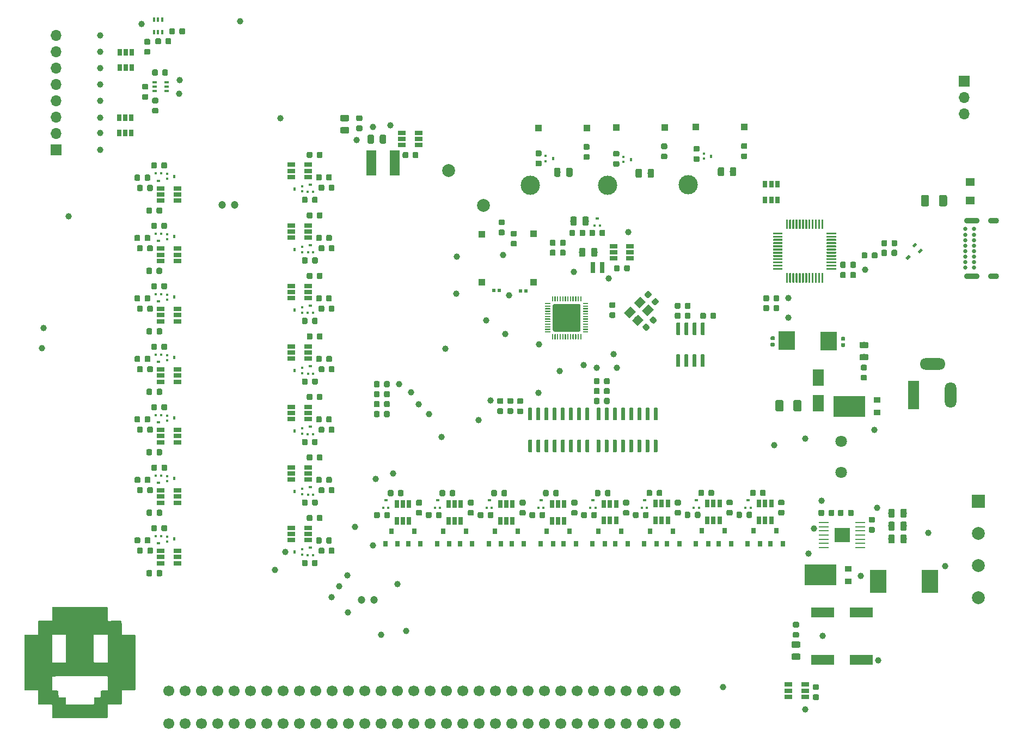
<source format=gbr>
G04 #@! TF.GenerationSoftware,KiCad,Pcbnew,5.1.4*
G04 #@! TF.CreationDate,2019-08-23T02:01:12-04:00*
G04 #@! TF.ProjectId,flipdot_driver,666c6970-646f-4745-9f64-72697665722e,rev?*
G04 #@! TF.SameCoordinates,Original*
G04 #@! TF.FileFunction,Soldermask,Top*
G04 #@! TF.FilePolarity,Negative*
%FSLAX46Y46*%
G04 Gerber Fmt 4.6, Leading zero omitted, Abs format (unit mm)*
G04 Created by KiCad (PCBNEW 5.1.4) date 2019-08-23 02:01:12*
%MOMM*%
%LPD*%
G04 APERTURE LIST*
%ADD10C,0.010000*%
%ADD11R,1.000000X1.000000*%
%ADD12C,1.000000*%
%ADD13O,1.700000X0.900000*%
%ADD14O,2.400000X0.900000*%
%ADD15C,0.650000*%
%ADD16C,0.100000*%
%ADD17C,0.300000*%
%ADD18C,0.450000*%
%ADD19C,0.875000*%
%ADD20R,0.550000X0.600000*%
%ADD21R,0.650000X0.400000*%
%ADD22R,2.650000X3.600000*%
%ADD23R,0.700000X1.000000*%
%ADD24R,0.400000X0.650000*%
%ADD25R,0.400000X0.450000*%
%ADD26R,0.500000X0.450000*%
%ADD27O,1.700000X1.700000*%
%ADD28R,1.700000X1.700000*%
%ADD29C,0.975000*%
%ADD30R,1.220000X0.650000*%
%ADD31C,1.200000*%
%ADD32C,1.800000*%
%ADD33R,1.500000X4.000000*%
%ADD34R,0.700000X1.800000*%
%ADD35R,2.500000X3.000000*%
%ADD36C,0.600000*%
%ADD37C,4.300000*%
%ADD38C,0.200000*%
%ADD39R,2.460000X2.310000*%
%ADD40R,1.550000X0.250000*%
%ADD41C,1.250000*%
%ADD42C,2.000000*%
%ADD43R,2.000000X2.000000*%
%ADD44R,1.800000X4.400000*%
%ADD45O,1.800000X4.000000*%
%ADD46O,4.000000X1.800000*%
%ADD47R,1.400000X1.300000*%
%ADD48R,1.000000X0.950000*%
%ADD49R,4.900000X3.200000*%
%ADD50R,1.800000X2.500000*%
%ADD51R,3.600000X1.650000*%
%ADD52R,0.450000X0.500000*%
%ADD53R,0.450000X0.400000*%
%ADD54C,1.700000*%
%ADD55R,0.650000X1.220000*%
%ADD56R,0.800000X0.900000*%
%ADD57C,3.000000*%
%ADD58C,0.590000*%
G04 APERTURE END LIST*
D10*
G36*
X72929596Y-127335710D02*
G01*
X73372038Y-127335781D01*
X73869780Y-127335898D01*
X74326919Y-127336050D01*
X74745183Y-127336251D01*
X75126301Y-127336517D01*
X75472004Y-127336862D01*
X75784021Y-127337302D01*
X76064081Y-127337851D01*
X76313913Y-127338525D01*
X76535247Y-127339337D01*
X76729812Y-127340303D01*
X76899338Y-127341439D01*
X77045554Y-127342758D01*
X77170189Y-127344276D01*
X77274974Y-127346007D01*
X77361636Y-127347967D01*
X77431906Y-127350170D01*
X77487513Y-127352632D01*
X77530187Y-127355367D01*
X77561656Y-127358389D01*
X77583651Y-127361715D01*
X77597900Y-127365359D01*
X77606134Y-127369335D01*
X77609208Y-127372276D01*
X77615731Y-127390947D01*
X77621182Y-127429814D01*
X77625636Y-127491794D01*
X77629168Y-127579803D01*
X77631853Y-127696758D01*
X77633766Y-127845575D01*
X77634982Y-128029171D01*
X77635577Y-128250462D01*
X77635667Y-128399674D01*
X77635666Y-129391424D01*
X77731846Y-129487604D01*
X78748509Y-129478991D01*
X78987305Y-129477129D01*
X79187159Y-129475986D01*
X79351458Y-129475629D01*
X79483589Y-129476128D01*
X79586938Y-129477552D01*
X79664892Y-129479969D01*
X79720839Y-129483449D01*
X79758164Y-129488060D01*
X79780255Y-129493871D01*
X79789909Y-129500184D01*
X79796175Y-129521135D01*
X79801618Y-129569281D01*
X79806300Y-129646774D01*
X79810284Y-129755765D01*
X79813631Y-129898406D01*
X79816404Y-130076848D01*
X79818665Y-130293245D01*
X79820476Y-130549747D01*
X79820531Y-130559368D01*
X79822164Y-130805664D01*
X79824073Y-131012656D01*
X79826354Y-131183372D01*
X79829102Y-131320841D01*
X79832414Y-131428090D01*
X79836385Y-131508149D01*
X79841110Y-131564045D01*
X79846686Y-131598808D01*
X79853207Y-131615466D01*
X79853910Y-131616247D01*
X79869351Y-131622980D01*
X79903268Y-131628835D01*
X79958662Y-131633923D01*
X80038537Y-131638353D01*
X80145897Y-131642236D01*
X80283745Y-131645681D01*
X80455084Y-131648798D01*
X80662918Y-131651697D01*
X80895332Y-131654333D01*
X81158625Y-131657469D01*
X81380961Y-131660974D01*
X81563715Y-131664892D01*
X81708264Y-131669271D01*
X81815981Y-131674154D01*
X81888244Y-131679588D01*
X81926426Y-131685617D01*
X81932938Y-131688617D01*
X81935946Y-131704148D01*
X81938707Y-131745191D01*
X81941228Y-131812825D01*
X81943514Y-131908130D01*
X81945570Y-132032184D01*
X81947402Y-132186067D01*
X81949016Y-132370859D01*
X81950417Y-132587638D01*
X81951610Y-132837483D01*
X81952602Y-133121475D01*
X81953396Y-133440692D01*
X81954000Y-133796213D01*
X81954418Y-134189119D01*
X81954656Y-134620487D01*
X81954720Y-135091398D01*
X81954614Y-135602930D01*
X81954476Y-135921860D01*
X81954194Y-136422927D01*
X81953872Y-136883354D01*
X81953494Y-137304833D01*
X81953049Y-137689058D01*
X81952521Y-138037721D01*
X81951899Y-138352516D01*
X81951167Y-138635135D01*
X81950313Y-138887272D01*
X81949323Y-139110619D01*
X81948184Y-139306869D01*
X81946881Y-139477716D01*
X81945402Y-139624853D01*
X81943732Y-139749971D01*
X81941859Y-139854765D01*
X81939768Y-139940927D01*
X81937447Y-140010150D01*
X81934881Y-140064127D01*
X81932057Y-140104552D01*
X81928961Y-140133116D01*
X81925581Y-140151514D01*
X81921902Y-140161437D01*
X81920520Y-140163243D01*
X81908010Y-140170787D01*
X81884446Y-140177219D01*
X81846348Y-140182680D01*
X81790240Y-140187314D01*
X81712643Y-140191262D01*
X81610079Y-140194665D01*
X81479071Y-140197667D01*
X81316141Y-140200410D01*
X81117810Y-140203035D01*
X80882293Y-140205667D01*
X80649660Y-140208175D01*
X80455711Y-140210497D01*
X80296801Y-140212813D01*
X80169282Y-140215306D01*
X80069507Y-140218158D01*
X79993830Y-140221550D01*
X79938604Y-140225664D01*
X79900182Y-140230681D01*
X79874917Y-140236785D01*
X79859163Y-140244156D01*
X79849272Y-140252977D01*
X79845858Y-140257337D01*
X79838527Y-140273645D01*
X79832404Y-140303087D01*
X79827375Y-140349170D01*
X79823326Y-140415400D01*
X79820143Y-140505282D01*
X79817712Y-140622323D01*
X79815921Y-140770030D01*
X79814655Y-140951908D01*
X79813800Y-141171464D01*
X79813590Y-141252170D01*
X79813203Y-141450977D01*
X79812991Y-141638190D01*
X79812949Y-141809254D01*
X79813071Y-141959615D01*
X79813352Y-142084717D01*
X79813785Y-142180007D01*
X79814364Y-142240929D01*
X79814891Y-142261313D01*
X79816551Y-142289064D01*
X79815423Y-142312354D01*
X79808122Y-142331573D01*
X79791263Y-142347112D01*
X79761462Y-142359362D01*
X79715334Y-142368713D01*
X79649493Y-142375557D01*
X79560556Y-142380283D01*
X79445137Y-142383284D01*
X79299852Y-142384949D01*
X79121315Y-142385670D01*
X78906143Y-142385837D01*
X78736333Y-142385833D01*
X78500294Y-142385961D01*
X78303033Y-142386419D01*
X78140995Y-142387321D01*
X78010623Y-142388780D01*
X77908364Y-142390908D01*
X77830661Y-142393820D01*
X77773960Y-142397627D01*
X77734705Y-142402443D01*
X77709342Y-142408380D01*
X77694315Y-142415553D01*
X77690095Y-142419095D01*
X77662048Y-142446947D01*
X77652554Y-142456137D01*
X77651454Y-142477393D01*
X77649969Y-142536835D01*
X77648164Y-142630320D01*
X77646104Y-142753701D01*
X77643856Y-142902836D01*
X77641484Y-143073578D01*
X77639054Y-143261784D01*
X77636679Y-143459312D01*
X77633791Y-143694972D01*
X77630976Y-143891813D01*
X77628083Y-144053348D01*
X77624963Y-144183091D01*
X77621466Y-144284555D01*
X77617442Y-144361254D01*
X77612742Y-144416702D01*
X77607216Y-144454411D01*
X77600715Y-144477895D01*
X77593088Y-144490669D01*
X77592737Y-144491027D01*
X77585520Y-144494925D01*
X77570842Y-144498512D01*
X77546981Y-144501805D01*
X77512212Y-144504819D01*
X77464810Y-144507569D01*
X77403053Y-144510072D01*
X77325216Y-144512344D01*
X77229576Y-144514399D01*
X77114407Y-144516254D01*
X76977987Y-144517924D01*
X76818592Y-144519426D01*
X76634496Y-144520775D01*
X76423977Y-144521987D01*
X76185311Y-144523078D01*
X75916773Y-144524063D01*
X75616640Y-144524959D01*
X75283187Y-144525780D01*
X74914690Y-144526543D01*
X74509427Y-144527264D01*
X74065672Y-144527958D01*
X73581702Y-144528642D01*
X73465237Y-144528798D01*
X73050388Y-144529293D01*
X72645964Y-144529662D01*
X72254076Y-144529909D01*
X71876836Y-144530035D01*
X71516356Y-144530045D01*
X71174746Y-144529941D01*
X70854118Y-144529726D01*
X70556583Y-144529403D01*
X70284253Y-144528974D01*
X70039239Y-144528442D01*
X69823652Y-144527811D01*
X69639604Y-144527082D01*
X69489205Y-144526260D01*
X69374568Y-144525346D01*
X69297804Y-144524344D01*
X69261023Y-144523256D01*
X69259478Y-144523128D01*
X69191171Y-144511852D01*
X69138630Y-144495311D01*
X69121895Y-144485051D01*
X69115217Y-144468950D01*
X69109391Y-144432975D01*
X69104311Y-144374226D01*
X69099873Y-144289799D01*
X69095970Y-144176793D01*
X69092497Y-144032303D01*
X69089348Y-143853430D01*
X69086418Y-143637268D01*
X69084333Y-143451988D01*
X69081824Y-143219393D01*
X69079502Y-143025481D01*
X69077186Y-142866607D01*
X69074692Y-142739122D01*
X69071839Y-142639379D01*
X69068446Y-142563731D01*
X69064331Y-142508531D01*
X69059311Y-142470131D01*
X69053205Y-142444883D01*
X69045830Y-142429141D01*
X69037006Y-142419256D01*
X69032663Y-142415857D01*
X69016838Y-142408721D01*
X68988314Y-142402767D01*
X68943658Y-142397897D01*
X68879440Y-142394012D01*
X68792226Y-142391013D01*
X68678584Y-142388801D01*
X68535082Y-142387278D01*
X68358289Y-142386345D01*
X68144772Y-142385904D01*
X67988813Y-142385833D01*
X67735507Y-142385373D01*
X67514227Y-142384016D01*
X67326663Y-142381796D01*
X67174501Y-142378748D01*
X67059432Y-142374907D01*
X66983142Y-142370308D01*
X66947319Y-142364985D01*
X66946010Y-142364404D01*
X66936827Y-142358033D01*
X66929191Y-142347226D01*
X66922980Y-142328396D01*
X66918071Y-142297953D01*
X66914343Y-142252310D01*
X66911673Y-142187876D01*
X66909938Y-142101065D01*
X66909018Y-141988287D01*
X66908788Y-141845953D01*
X66909129Y-141670474D01*
X66909916Y-141458263D01*
X66910506Y-141321946D01*
X66915043Y-140300917D01*
X66868233Y-140253292D01*
X66821424Y-140205667D01*
X65840922Y-140205667D01*
X65608063Y-140205521D01*
X65413885Y-140205007D01*
X65254734Y-140204007D01*
X65126957Y-140202404D01*
X65026903Y-140200080D01*
X64950918Y-140196920D01*
X64895350Y-140192805D01*
X64856546Y-140187618D01*
X64830854Y-140181243D01*
X64814621Y-140173561D01*
X64813376Y-140172716D01*
X64766333Y-140139766D01*
X64766424Y-138953507D01*
X68977818Y-138953507D01*
X68977868Y-139192537D01*
X68977879Y-139204553D01*
X68978213Y-139441964D01*
X68978810Y-139640621D01*
X68979789Y-139804103D01*
X68981270Y-139935989D01*
X68983375Y-140039859D01*
X68986222Y-140119290D01*
X68989932Y-140177864D01*
X68994624Y-140219158D01*
X69000419Y-140246752D01*
X69007437Y-140264224D01*
X69013704Y-140272984D01*
X69029311Y-140286325D01*
X69052516Y-140296212D01*
X69089270Y-140303159D01*
X69145526Y-140307680D01*
X69227234Y-140310289D01*
X69340346Y-140311500D01*
X69463322Y-140311812D01*
X69632172Y-140313113D01*
X69761205Y-140316826D01*
X69852880Y-140323089D01*
X69909652Y-140332044D01*
X69927084Y-140338270D01*
X69943528Y-140348185D01*
X69955909Y-140361777D01*
X69964919Y-140384756D01*
X69971246Y-140422835D01*
X69975579Y-140481724D01*
X69978609Y-140567135D01*
X69981024Y-140684780D01*
X69982893Y-140800533D01*
X69986041Y-140960940D01*
X69990494Y-141084491D01*
X69997224Y-141176667D01*
X70007202Y-141242943D01*
X70021400Y-141288798D01*
X70040792Y-141319709D01*
X70066348Y-141341154D01*
X70080271Y-141349258D01*
X70114233Y-141356808D01*
X70184553Y-141364423D01*
X70285257Y-141371692D01*
X70410374Y-141378204D01*
X70553929Y-141383548D01*
X70597171Y-141384795D01*
X70735737Y-141389216D01*
X70860752Y-141394496D01*
X70965774Y-141400257D01*
X71044361Y-141406123D01*
X71090072Y-141411717D01*
X71098341Y-141414129D01*
X71107573Y-141430257D01*
X71114367Y-141468444D01*
X71118927Y-141532892D01*
X71121457Y-141627805D01*
X71122161Y-141757386D01*
X71121522Y-141892037D01*
X71120794Y-142056979D01*
X71122117Y-142184880D01*
X71126470Y-142281016D01*
X71134831Y-142350668D01*
X71148179Y-142399113D01*
X71167491Y-142431628D01*
X71193745Y-142453493D01*
X71227920Y-142469985D01*
X71228692Y-142470297D01*
X71257374Y-142473430D01*
X71324856Y-142476298D01*
X71427604Y-142478902D01*
X71562086Y-142481241D01*
X71724768Y-142483312D01*
X71912118Y-142485117D01*
X72120602Y-142486653D01*
X72346687Y-142487920D01*
X72586841Y-142488917D01*
X72837530Y-142489644D01*
X73095222Y-142490098D01*
X73356383Y-142490281D01*
X73617480Y-142490190D01*
X73874981Y-142489826D01*
X74125352Y-142489186D01*
X74365060Y-142488271D01*
X74590573Y-142487079D01*
X74798357Y-142485610D01*
X74984879Y-142483863D01*
X75146606Y-142481837D01*
X75280006Y-142479531D01*
X75381545Y-142476944D01*
X75447690Y-142474075D01*
X75473891Y-142471296D01*
X75512741Y-142458816D01*
X75542571Y-142442961D01*
X75564528Y-142418469D01*
X75579762Y-142380080D01*
X75589421Y-142322531D01*
X75594654Y-142240562D01*
X75596610Y-142128911D01*
X75596438Y-141982317D01*
X75596026Y-141911968D01*
X75595586Y-141750566D01*
X75596720Y-141626910D01*
X75599661Y-141536432D01*
X75604641Y-141474565D01*
X75611891Y-141436744D01*
X75621053Y-141418964D01*
X75642336Y-141408568D01*
X75685577Y-141400881D01*
X75755432Y-141395603D01*
X75856551Y-141392433D01*
X75993589Y-141391072D01*
X76054970Y-141390967D01*
X76201466Y-141390430D01*
X76312205Y-141388509D01*
X76393757Y-141384696D01*
X76452689Y-141378486D01*
X76495569Y-141369370D01*
X76528965Y-141356842D01*
X76535000Y-141353925D01*
X76565968Y-141336719D01*
X76589844Y-141316320D01*
X76607589Y-141287350D01*
X76620166Y-141244433D01*
X76628534Y-141182193D01*
X76633657Y-141095251D01*
X76636496Y-140978232D01*
X76638011Y-140825759D01*
X76638329Y-140776108D01*
X76640330Y-140613760D01*
X76644228Y-140491095D01*
X76650189Y-140405501D01*
X76658379Y-140354364D01*
X76666233Y-140336900D01*
X76689537Y-140327946D01*
X76741393Y-140321095D01*
X76824885Y-140316197D01*
X76943099Y-140313100D01*
X77099120Y-140311653D01*
X77184329Y-140311500D01*
X77341002Y-140311398D01*
X77460735Y-140310765D01*
X77548918Y-140309109D01*
X77610943Y-140305938D01*
X77652202Y-140300762D01*
X77678088Y-140293089D01*
X77693992Y-140282427D01*
X77705306Y-140268285D01*
X77708317Y-140263741D01*
X77716661Y-140245054D01*
X77723473Y-140214286D01*
X77728915Y-140167429D01*
X77733145Y-140100472D01*
X77736325Y-140009404D01*
X77738615Y-139890215D01*
X77740175Y-139738895D01*
X77741166Y-139551432D01*
X77741522Y-139432950D01*
X77742214Y-139165869D01*
X77742803Y-138937907D01*
X77743164Y-138745851D01*
X77743171Y-138586487D01*
X77742701Y-138456600D01*
X77741627Y-138352976D01*
X77739826Y-138272403D01*
X77737172Y-138211665D01*
X77733541Y-138167549D01*
X77728807Y-138136840D01*
X77722846Y-138116326D01*
X77715534Y-138102792D01*
X77706745Y-138093024D01*
X77696354Y-138083808D01*
X77688846Y-138076755D01*
X77636192Y-138024101D01*
X73368604Y-138026325D01*
X72946354Y-138026602D01*
X72535239Y-138026983D01*
X72137276Y-138027461D01*
X71754477Y-138028031D01*
X71388859Y-138028685D01*
X71042435Y-138029417D01*
X70717221Y-138030221D01*
X70415230Y-138031090D01*
X70138479Y-138032018D01*
X69888981Y-138032998D01*
X69668751Y-138034023D01*
X69479804Y-138035088D01*
X69324154Y-138036186D01*
X69203816Y-138037309D01*
X69120806Y-138038452D01*
X69077137Y-138039609D01*
X69070725Y-138040173D01*
X69040327Y-138066043D01*
X69009179Y-138112242D01*
X69008672Y-138113217D01*
X69001257Y-138132712D01*
X68995073Y-138162379D01*
X68990020Y-138205774D01*
X68985996Y-138266451D01*
X68982902Y-138347967D01*
X68980637Y-138453875D01*
X68979102Y-138587731D01*
X68978196Y-138753090D01*
X68977818Y-138953507D01*
X64766424Y-138953507D01*
X64766657Y-135934091D01*
X64766797Y-135425245D01*
X64767098Y-134994100D01*
X68976878Y-134994100D01*
X68976895Y-135202812D01*
X68976950Y-135387405D01*
X68977041Y-135544648D01*
X68977166Y-135671311D01*
X68977326Y-135764165D01*
X68977520Y-135819977D01*
X68977661Y-135834750D01*
X68988731Y-135905881D01*
X69023648Y-135948599D01*
X69086889Y-135973020D01*
X69122200Y-135976514D01*
X69195318Y-135979616D01*
X69301715Y-135982266D01*
X69436866Y-135984407D01*
X69596244Y-135985981D01*
X69775323Y-135986929D01*
X69969577Y-135987193D01*
X70157973Y-135986781D01*
X71157530Y-135982917D01*
X71205723Y-135934692D01*
X71253917Y-135886468D01*
X71253917Y-134667540D01*
X75456725Y-134667540D01*
X75456749Y-134901664D01*
X75457040Y-135103451D01*
X75457638Y-135275401D01*
X75458587Y-135420013D01*
X75459927Y-135539785D01*
X75461701Y-135637218D01*
X75463950Y-135714810D01*
X75466715Y-135775060D01*
X75470040Y-135820468D01*
X75473964Y-135853533D01*
X75478530Y-135876754D01*
X75483780Y-135892629D01*
X75489755Y-135903659D01*
X75493937Y-135909277D01*
X75550592Y-135950610D01*
X75626738Y-135973770D01*
X75666930Y-135976956D01*
X75744708Y-135979781D01*
X75855324Y-135982190D01*
X75994033Y-135984128D01*
X76156087Y-135985538D01*
X76336741Y-135986365D01*
X76531246Y-135986553D01*
X76687891Y-135986226D01*
X76915367Y-135985406D01*
X77104294Y-135984523D01*
X77258455Y-135983398D01*
X77381634Y-135981852D01*
X77477615Y-135979705D01*
X77550182Y-135976779D01*
X77603118Y-135972893D01*
X77640208Y-135967870D01*
X77665234Y-135961529D01*
X77681981Y-135953692D01*
X77694233Y-135944180D01*
X77700311Y-135938283D01*
X77744923Y-135893650D01*
X77743709Y-133758117D01*
X77742494Y-131622583D01*
X77697319Y-131585542D01*
X77684472Y-131577083D01*
X77665949Y-131570012D01*
X77638136Y-131564206D01*
X77597423Y-131559540D01*
X77540197Y-131555892D01*
X77462849Y-131553140D01*
X77361765Y-131551160D01*
X77233334Y-131549829D01*
X77073946Y-131549024D01*
X76879988Y-131548623D01*
X76647849Y-131548501D01*
X76609593Y-131548500D01*
X76372412Y-131548556D01*
X76173902Y-131548818D01*
X76010401Y-131549425D01*
X75878248Y-131550516D01*
X75773780Y-131552229D01*
X75693334Y-131554705D01*
X75633250Y-131558083D01*
X75589864Y-131562501D01*
X75559515Y-131568099D01*
X75538541Y-131575016D01*
X75523280Y-131583391D01*
X75514116Y-131590132D01*
X75461190Y-131631763D01*
X75457835Y-133746157D01*
X75457310Y-134092286D01*
X75456926Y-134398580D01*
X75456725Y-134667540D01*
X71253917Y-134667540D01*
X71253917Y-133796859D01*
X71253752Y-133501885D01*
X71253275Y-133218136D01*
X71252508Y-132948573D01*
X71251473Y-132696156D01*
X71250193Y-132463845D01*
X71248691Y-132254601D01*
X71246989Y-132071383D01*
X71245110Y-131917153D01*
X71243078Y-131794871D01*
X71240913Y-131707497D01*
X71238640Y-131657991D01*
X71237450Y-131648293D01*
X71202213Y-131591595D01*
X71164878Y-131568004D01*
X71130120Y-131562883D01*
X71055598Y-131558221D01*
X70943880Y-131554074D01*
X70797532Y-131550502D01*
X70619122Y-131547563D01*
X70411218Y-131545314D01*
X70176386Y-131543815D01*
X70083154Y-131543462D01*
X69057536Y-131540251D01*
X69018018Y-131589054D01*
X69001514Y-131614713D01*
X68990264Y-131648936D01*
X68983305Y-131699653D01*
X68979676Y-131774795D01*
X68978413Y-131882293D01*
X68978354Y-131915970D01*
X68978319Y-131980237D01*
X68978263Y-132083083D01*
X68978186Y-132220752D01*
X68978092Y-132389489D01*
X68977981Y-132585539D01*
X68977858Y-132805147D01*
X68977723Y-133044558D01*
X68977578Y-133300017D01*
X68977426Y-133567768D01*
X68977269Y-133844058D01*
X68977191Y-133982667D01*
X68977053Y-134255552D01*
X68976956Y-134517239D01*
X68976897Y-134764499D01*
X68976878Y-134994100D01*
X64767098Y-134994100D01*
X64767133Y-134944250D01*
X64767659Y-134492143D01*
X64768371Y-134069957D01*
X64769264Y-133678728D01*
X64770333Y-133319489D01*
X64771573Y-132993276D01*
X64772979Y-132701123D01*
X64774546Y-132444065D01*
X64776268Y-132223136D01*
X64778142Y-132039372D01*
X64780162Y-131893806D01*
X64782323Y-131787475D01*
X64784620Y-131721411D01*
X64787037Y-131696667D01*
X64796477Y-131689217D01*
X64816917Y-131682853D01*
X64851776Y-131677434D01*
X64904472Y-131672820D01*
X64978424Y-131668867D01*
X65077048Y-131665437D01*
X65203763Y-131662386D01*
X65361988Y-131659575D01*
X65555140Y-131656862D01*
X65786637Y-131654106D01*
X65829171Y-131653633D01*
X66032846Y-131651293D01*
X66223191Y-131648931D01*
X66396105Y-131646609D01*
X66547485Y-131644390D01*
X66673229Y-131642340D01*
X66769236Y-131640519D01*
X66831403Y-131638993D01*
X66855628Y-131637825D01*
X66855797Y-131637758D01*
X66868748Y-131621707D01*
X66879513Y-131599581D01*
X66888268Y-131567704D01*
X66895186Y-131522398D01*
X66900442Y-131459987D01*
X66904209Y-131376794D01*
X66906661Y-131269141D01*
X66907973Y-131133351D01*
X66908319Y-130965749D01*
X66907873Y-130762655D01*
X66906989Y-130556732D01*
X66905982Y-130325133D01*
X66905486Y-130132129D01*
X66905611Y-129973985D01*
X66906466Y-129846966D01*
X66908157Y-129747337D01*
X66910795Y-129671361D01*
X66914488Y-129615303D01*
X66919344Y-129575427D01*
X66925473Y-129547998D01*
X66932982Y-129529281D01*
X66937060Y-129522368D01*
X66971905Y-129469187D01*
X67985014Y-129476969D01*
X68218987Y-129478687D01*
X68414282Y-129479862D01*
X68574551Y-129480391D01*
X68703445Y-129480169D01*
X68804617Y-129479091D01*
X68881720Y-129477053D01*
X68938406Y-129473952D01*
X68978328Y-129469683D01*
X69005137Y-129464142D01*
X69022486Y-129457224D01*
X69034027Y-129448825D01*
X69035936Y-129446982D01*
X69044743Y-129435715D01*
X69052161Y-129418570D01*
X69058359Y-129391888D01*
X69063507Y-129352010D01*
X69067775Y-129295278D01*
X69071334Y-129218034D01*
X69074352Y-129116618D01*
X69077002Y-128987372D01*
X69079451Y-128826638D01*
X69081870Y-128630757D01*
X69084333Y-128405255D01*
X69086955Y-128169784D01*
X69089524Y-127973100D01*
X69092187Y-127811656D01*
X69095097Y-127681905D01*
X69098401Y-127580302D01*
X69102250Y-127503300D01*
X69106794Y-127447352D01*
X69112182Y-127408913D01*
X69118564Y-127384436D01*
X69126090Y-127370374D01*
X69128122Y-127368116D01*
X69134942Y-127364180D01*
X69148337Y-127360566D01*
X69170019Y-127357261D01*
X69201701Y-127354252D01*
X69245094Y-127351525D01*
X69301912Y-127349068D01*
X69373867Y-127346868D01*
X69462671Y-127344912D01*
X69570037Y-127343186D01*
X69697678Y-127341677D01*
X69847305Y-127340373D01*
X70020631Y-127339261D01*
X70219370Y-127338327D01*
X70445232Y-127337558D01*
X70699931Y-127336941D01*
X70985180Y-127336464D01*
X71302690Y-127336113D01*
X71654174Y-127335875D01*
X72041344Y-127335737D01*
X72465914Y-127335687D01*
X72929596Y-127335710D01*
X72929596Y-127335710D01*
G37*
X72929596Y-127335710D02*
X73372038Y-127335781D01*
X73869780Y-127335898D01*
X74326919Y-127336050D01*
X74745183Y-127336251D01*
X75126301Y-127336517D01*
X75472004Y-127336862D01*
X75784021Y-127337302D01*
X76064081Y-127337851D01*
X76313913Y-127338525D01*
X76535247Y-127339337D01*
X76729812Y-127340303D01*
X76899338Y-127341439D01*
X77045554Y-127342758D01*
X77170189Y-127344276D01*
X77274974Y-127346007D01*
X77361636Y-127347967D01*
X77431906Y-127350170D01*
X77487513Y-127352632D01*
X77530187Y-127355367D01*
X77561656Y-127358389D01*
X77583651Y-127361715D01*
X77597900Y-127365359D01*
X77606134Y-127369335D01*
X77609208Y-127372276D01*
X77615731Y-127390947D01*
X77621182Y-127429814D01*
X77625636Y-127491794D01*
X77629168Y-127579803D01*
X77631853Y-127696758D01*
X77633766Y-127845575D01*
X77634982Y-128029171D01*
X77635577Y-128250462D01*
X77635667Y-128399674D01*
X77635666Y-129391424D01*
X77731846Y-129487604D01*
X78748509Y-129478991D01*
X78987305Y-129477129D01*
X79187159Y-129475986D01*
X79351458Y-129475629D01*
X79483589Y-129476128D01*
X79586938Y-129477552D01*
X79664892Y-129479969D01*
X79720839Y-129483449D01*
X79758164Y-129488060D01*
X79780255Y-129493871D01*
X79789909Y-129500184D01*
X79796175Y-129521135D01*
X79801618Y-129569281D01*
X79806300Y-129646774D01*
X79810284Y-129755765D01*
X79813631Y-129898406D01*
X79816404Y-130076848D01*
X79818665Y-130293245D01*
X79820476Y-130549747D01*
X79820531Y-130559368D01*
X79822164Y-130805664D01*
X79824073Y-131012656D01*
X79826354Y-131183372D01*
X79829102Y-131320841D01*
X79832414Y-131428090D01*
X79836385Y-131508149D01*
X79841110Y-131564045D01*
X79846686Y-131598808D01*
X79853207Y-131615466D01*
X79853910Y-131616247D01*
X79869351Y-131622980D01*
X79903268Y-131628835D01*
X79958662Y-131633923D01*
X80038537Y-131638353D01*
X80145897Y-131642236D01*
X80283745Y-131645681D01*
X80455084Y-131648798D01*
X80662918Y-131651697D01*
X80895332Y-131654333D01*
X81158625Y-131657469D01*
X81380961Y-131660974D01*
X81563715Y-131664892D01*
X81708264Y-131669271D01*
X81815981Y-131674154D01*
X81888244Y-131679588D01*
X81926426Y-131685617D01*
X81932938Y-131688617D01*
X81935946Y-131704148D01*
X81938707Y-131745191D01*
X81941228Y-131812825D01*
X81943514Y-131908130D01*
X81945570Y-132032184D01*
X81947402Y-132186067D01*
X81949016Y-132370859D01*
X81950417Y-132587638D01*
X81951610Y-132837483D01*
X81952602Y-133121475D01*
X81953396Y-133440692D01*
X81954000Y-133796213D01*
X81954418Y-134189119D01*
X81954656Y-134620487D01*
X81954720Y-135091398D01*
X81954614Y-135602930D01*
X81954476Y-135921860D01*
X81954194Y-136422927D01*
X81953872Y-136883354D01*
X81953494Y-137304833D01*
X81953049Y-137689058D01*
X81952521Y-138037721D01*
X81951899Y-138352516D01*
X81951167Y-138635135D01*
X81950313Y-138887272D01*
X81949323Y-139110619D01*
X81948184Y-139306869D01*
X81946881Y-139477716D01*
X81945402Y-139624853D01*
X81943732Y-139749971D01*
X81941859Y-139854765D01*
X81939768Y-139940927D01*
X81937447Y-140010150D01*
X81934881Y-140064127D01*
X81932057Y-140104552D01*
X81928961Y-140133116D01*
X81925581Y-140151514D01*
X81921902Y-140161437D01*
X81920520Y-140163243D01*
X81908010Y-140170787D01*
X81884446Y-140177219D01*
X81846348Y-140182680D01*
X81790240Y-140187314D01*
X81712643Y-140191262D01*
X81610079Y-140194665D01*
X81479071Y-140197667D01*
X81316141Y-140200410D01*
X81117810Y-140203035D01*
X80882293Y-140205667D01*
X80649660Y-140208175D01*
X80455711Y-140210497D01*
X80296801Y-140212813D01*
X80169282Y-140215306D01*
X80069507Y-140218158D01*
X79993830Y-140221550D01*
X79938604Y-140225664D01*
X79900182Y-140230681D01*
X79874917Y-140236785D01*
X79859163Y-140244156D01*
X79849272Y-140252977D01*
X79845858Y-140257337D01*
X79838527Y-140273645D01*
X79832404Y-140303087D01*
X79827375Y-140349170D01*
X79823326Y-140415400D01*
X79820143Y-140505282D01*
X79817712Y-140622323D01*
X79815921Y-140770030D01*
X79814655Y-140951908D01*
X79813800Y-141171464D01*
X79813590Y-141252170D01*
X79813203Y-141450977D01*
X79812991Y-141638190D01*
X79812949Y-141809254D01*
X79813071Y-141959615D01*
X79813352Y-142084717D01*
X79813785Y-142180007D01*
X79814364Y-142240929D01*
X79814891Y-142261313D01*
X79816551Y-142289064D01*
X79815423Y-142312354D01*
X79808122Y-142331573D01*
X79791263Y-142347112D01*
X79761462Y-142359362D01*
X79715334Y-142368713D01*
X79649493Y-142375557D01*
X79560556Y-142380283D01*
X79445137Y-142383284D01*
X79299852Y-142384949D01*
X79121315Y-142385670D01*
X78906143Y-142385837D01*
X78736333Y-142385833D01*
X78500294Y-142385961D01*
X78303033Y-142386419D01*
X78140995Y-142387321D01*
X78010623Y-142388780D01*
X77908364Y-142390908D01*
X77830661Y-142393820D01*
X77773960Y-142397627D01*
X77734705Y-142402443D01*
X77709342Y-142408380D01*
X77694315Y-142415553D01*
X77690095Y-142419095D01*
X77662048Y-142446947D01*
X77652554Y-142456137D01*
X77651454Y-142477393D01*
X77649969Y-142536835D01*
X77648164Y-142630320D01*
X77646104Y-142753701D01*
X77643856Y-142902836D01*
X77641484Y-143073578D01*
X77639054Y-143261784D01*
X77636679Y-143459312D01*
X77633791Y-143694972D01*
X77630976Y-143891813D01*
X77628083Y-144053348D01*
X77624963Y-144183091D01*
X77621466Y-144284555D01*
X77617442Y-144361254D01*
X77612742Y-144416702D01*
X77607216Y-144454411D01*
X77600715Y-144477895D01*
X77593088Y-144490669D01*
X77592737Y-144491027D01*
X77585520Y-144494925D01*
X77570842Y-144498512D01*
X77546981Y-144501805D01*
X77512212Y-144504819D01*
X77464810Y-144507569D01*
X77403053Y-144510072D01*
X77325216Y-144512344D01*
X77229576Y-144514399D01*
X77114407Y-144516254D01*
X76977987Y-144517924D01*
X76818592Y-144519426D01*
X76634496Y-144520775D01*
X76423977Y-144521987D01*
X76185311Y-144523078D01*
X75916773Y-144524063D01*
X75616640Y-144524959D01*
X75283187Y-144525780D01*
X74914690Y-144526543D01*
X74509427Y-144527264D01*
X74065672Y-144527958D01*
X73581702Y-144528642D01*
X73465237Y-144528798D01*
X73050388Y-144529293D01*
X72645964Y-144529662D01*
X72254076Y-144529909D01*
X71876836Y-144530035D01*
X71516356Y-144530045D01*
X71174746Y-144529941D01*
X70854118Y-144529726D01*
X70556583Y-144529403D01*
X70284253Y-144528974D01*
X70039239Y-144528442D01*
X69823652Y-144527811D01*
X69639604Y-144527082D01*
X69489205Y-144526260D01*
X69374568Y-144525346D01*
X69297804Y-144524344D01*
X69261023Y-144523256D01*
X69259478Y-144523128D01*
X69191171Y-144511852D01*
X69138630Y-144495311D01*
X69121895Y-144485051D01*
X69115217Y-144468950D01*
X69109391Y-144432975D01*
X69104311Y-144374226D01*
X69099873Y-144289799D01*
X69095970Y-144176793D01*
X69092497Y-144032303D01*
X69089348Y-143853430D01*
X69086418Y-143637268D01*
X69084333Y-143451988D01*
X69081824Y-143219393D01*
X69079502Y-143025481D01*
X69077186Y-142866607D01*
X69074692Y-142739122D01*
X69071839Y-142639379D01*
X69068446Y-142563731D01*
X69064331Y-142508531D01*
X69059311Y-142470131D01*
X69053205Y-142444883D01*
X69045830Y-142429141D01*
X69037006Y-142419256D01*
X69032663Y-142415857D01*
X69016838Y-142408721D01*
X68988314Y-142402767D01*
X68943658Y-142397897D01*
X68879440Y-142394012D01*
X68792226Y-142391013D01*
X68678584Y-142388801D01*
X68535082Y-142387278D01*
X68358289Y-142386345D01*
X68144772Y-142385904D01*
X67988813Y-142385833D01*
X67735507Y-142385373D01*
X67514227Y-142384016D01*
X67326663Y-142381796D01*
X67174501Y-142378748D01*
X67059432Y-142374907D01*
X66983142Y-142370308D01*
X66947319Y-142364985D01*
X66946010Y-142364404D01*
X66936827Y-142358033D01*
X66929191Y-142347226D01*
X66922980Y-142328396D01*
X66918071Y-142297953D01*
X66914343Y-142252310D01*
X66911673Y-142187876D01*
X66909938Y-142101065D01*
X66909018Y-141988287D01*
X66908788Y-141845953D01*
X66909129Y-141670474D01*
X66909916Y-141458263D01*
X66910506Y-141321946D01*
X66915043Y-140300917D01*
X66868233Y-140253292D01*
X66821424Y-140205667D01*
X65840922Y-140205667D01*
X65608063Y-140205521D01*
X65413885Y-140205007D01*
X65254734Y-140204007D01*
X65126957Y-140202404D01*
X65026903Y-140200080D01*
X64950918Y-140196920D01*
X64895350Y-140192805D01*
X64856546Y-140187618D01*
X64830854Y-140181243D01*
X64814621Y-140173561D01*
X64813376Y-140172716D01*
X64766333Y-140139766D01*
X64766424Y-138953507D01*
X68977818Y-138953507D01*
X68977868Y-139192537D01*
X68977879Y-139204553D01*
X68978213Y-139441964D01*
X68978810Y-139640621D01*
X68979789Y-139804103D01*
X68981270Y-139935989D01*
X68983375Y-140039859D01*
X68986222Y-140119290D01*
X68989932Y-140177864D01*
X68994624Y-140219158D01*
X69000419Y-140246752D01*
X69007437Y-140264224D01*
X69013704Y-140272984D01*
X69029311Y-140286325D01*
X69052516Y-140296212D01*
X69089270Y-140303159D01*
X69145526Y-140307680D01*
X69227234Y-140310289D01*
X69340346Y-140311500D01*
X69463322Y-140311812D01*
X69632172Y-140313113D01*
X69761205Y-140316826D01*
X69852880Y-140323089D01*
X69909652Y-140332044D01*
X69927084Y-140338270D01*
X69943528Y-140348185D01*
X69955909Y-140361777D01*
X69964919Y-140384756D01*
X69971246Y-140422835D01*
X69975579Y-140481724D01*
X69978609Y-140567135D01*
X69981024Y-140684780D01*
X69982893Y-140800533D01*
X69986041Y-140960940D01*
X69990494Y-141084491D01*
X69997224Y-141176667D01*
X70007202Y-141242943D01*
X70021400Y-141288798D01*
X70040792Y-141319709D01*
X70066348Y-141341154D01*
X70080271Y-141349258D01*
X70114233Y-141356808D01*
X70184553Y-141364423D01*
X70285257Y-141371692D01*
X70410374Y-141378204D01*
X70553929Y-141383548D01*
X70597171Y-141384795D01*
X70735737Y-141389216D01*
X70860752Y-141394496D01*
X70965774Y-141400257D01*
X71044361Y-141406123D01*
X71090072Y-141411717D01*
X71098341Y-141414129D01*
X71107573Y-141430257D01*
X71114367Y-141468444D01*
X71118927Y-141532892D01*
X71121457Y-141627805D01*
X71122161Y-141757386D01*
X71121522Y-141892037D01*
X71120794Y-142056979D01*
X71122117Y-142184880D01*
X71126470Y-142281016D01*
X71134831Y-142350668D01*
X71148179Y-142399113D01*
X71167491Y-142431628D01*
X71193745Y-142453493D01*
X71227920Y-142469985D01*
X71228692Y-142470297D01*
X71257374Y-142473430D01*
X71324856Y-142476298D01*
X71427604Y-142478902D01*
X71562086Y-142481241D01*
X71724768Y-142483312D01*
X71912118Y-142485117D01*
X72120602Y-142486653D01*
X72346687Y-142487920D01*
X72586841Y-142488917D01*
X72837530Y-142489644D01*
X73095222Y-142490098D01*
X73356383Y-142490281D01*
X73617480Y-142490190D01*
X73874981Y-142489826D01*
X74125352Y-142489186D01*
X74365060Y-142488271D01*
X74590573Y-142487079D01*
X74798357Y-142485610D01*
X74984879Y-142483863D01*
X75146606Y-142481837D01*
X75280006Y-142479531D01*
X75381545Y-142476944D01*
X75447690Y-142474075D01*
X75473891Y-142471296D01*
X75512741Y-142458816D01*
X75542571Y-142442961D01*
X75564528Y-142418469D01*
X75579762Y-142380080D01*
X75589421Y-142322531D01*
X75594654Y-142240562D01*
X75596610Y-142128911D01*
X75596438Y-141982317D01*
X75596026Y-141911968D01*
X75595586Y-141750566D01*
X75596720Y-141626910D01*
X75599661Y-141536432D01*
X75604641Y-141474565D01*
X75611891Y-141436744D01*
X75621053Y-141418964D01*
X75642336Y-141408568D01*
X75685577Y-141400881D01*
X75755432Y-141395603D01*
X75856551Y-141392433D01*
X75993589Y-141391072D01*
X76054970Y-141390967D01*
X76201466Y-141390430D01*
X76312205Y-141388509D01*
X76393757Y-141384696D01*
X76452689Y-141378486D01*
X76495569Y-141369370D01*
X76528965Y-141356842D01*
X76535000Y-141353925D01*
X76565968Y-141336719D01*
X76589844Y-141316320D01*
X76607589Y-141287350D01*
X76620166Y-141244433D01*
X76628534Y-141182193D01*
X76633657Y-141095251D01*
X76636496Y-140978232D01*
X76638011Y-140825759D01*
X76638329Y-140776108D01*
X76640330Y-140613760D01*
X76644228Y-140491095D01*
X76650189Y-140405501D01*
X76658379Y-140354364D01*
X76666233Y-140336900D01*
X76689537Y-140327946D01*
X76741393Y-140321095D01*
X76824885Y-140316197D01*
X76943099Y-140313100D01*
X77099120Y-140311653D01*
X77184329Y-140311500D01*
X77341002Y-140311398D01*
X77460735Y-140310765D01*
X77548918Y-140309109D01*
X77610943Y-140305938D01*
X77652202Y-140300762D01*
X77678088Y-140293089D01*
X77693992Y-140282427D01*
X77705306Y-140268285D01*
X77708317Y-140263741D01*
X77716661Y-140245054D01*
X77723473Y-140214286D01*
X77728915Y-140167429D01*
X77733145Y-140100472D01*
X77736325Y-140009404D01*
X77738615Y-139890215D01*
X77740175Y-139738895D01*
X77741166Y-139551432D01*
X77741522Y-139432950D01*
X77742214Y-139165869D01*
X77742803Y-138937907D01*
X77743164Y-138745851D01*
X77743171Y-138586487D01*
X77742701Y-138456600D01*
X77741627Y-138352976D01*
X77739826Y-138272403D01*
X77737172Y-138211665D01*
X77733541Y-138167549D01*
X77728807Y-138136840D01*
X77722846Y-138116326D01*
X77715534Y-138102792D01*
X77706745Y-138093024D01*
X77696354Y-138083808D01*
X77688846Y-138076755D01*
X77636192Y-138024101D01*
X73368604Y-138026325D01*
X72946354Y-138026602D01*
X72535239Y-138026983D01*
X72137276Y-138027461D01*
X71754477Y-138028031D01*
X71388859Y-138028685D01*
X71042435Y-138029417D01*
X70717221Y-138030221D01*
X70415230Y-138031090D01*
X70138479Y-138032018D01*
X69888981Y-138032998D01*
X69668751Y-138034023D01*
X69479804Y-138035088D01*
X69324154Y-138036186D01*
X69203816Y-138037309D01*
X69120806Y-138038452D01*
X69077137Y-138039609D01*
X69070725Y-138040173D01*
X69040327Y-138066043D01*
X69009179Y-138112242D01*
X69008672Y-138113217D01*
X69001257Y-138132712D01*
X68995073Y-138162379D01*
X68990020Y-138205774D01*
X68985996Y-138266451D01*
X68982902Y-138347967D01*
X68980637Y-138453875D01*
X68979102Y-138587731D01*
X68978196Y-138753090D01*
X68977818Y-138953507D01*
X64766424Y-138953507D01*
X64766657Y-135934091D01*
X64766797Y-135425245D01*
X64767098Y-134994100D01*
X68976878Y-134994100D01*
X68976895Y-135202812D01*
X68976950Y-135387405D01*
X68977041Y-135544648D01*
X68977166Y-135671311D01*
X68977326Y-135764165D01*
X68977520Y-135819977D01*
X68977661Y-135834750D01*
X68988731Y-135905881D01*
X69023648Y-135948599D01*
X69086889Y-135973020D01*
X69122200Y-135976514D01*
X69195318Y-135979616D01*
X69301715Y-135982266D01*
X69436866Y-135984407D01*
X69596244Y-135985981D01*
X69775323Y-135986929D01*
X69969577Y-135987193D01*
X70157973Y-135986781D01*
X71157530Y-135982917D01*
X71205723Y-135934692D01*
X71253917Y-135886468D01*
X71253917Y-134667540D01*
X75456725Y-134667540D01*
X75456749Y-134901664D01*
X75457040Y-135103451D01*
X75457638Y-135275401D01*
X75458587Y-135420013D01*
X75459927Y-135539785D01*
X75461701Y-135637218D01*
X75463950Y-135714810D01*
X75466715Y-135775060D01*
X75470040Y-135820468D01*
X75473964Y-135853533D01*
X75478530Y-135876754D01*
X75483780Y-135892629D01*
X75489755Y-135903659D01*
X75493937Y-135909277D01*
X75550592Y-135950610D01*
X75626738Y-135973770D01*
X75666930Y-135976956D01*
X75744708Y-135979781D01*
X75855324Y-135982190D01*
X75994033Y-135984128D01*
X76156087Y-135985538D01*
X76336741Y-135986365D01*
X76531246Y-135986553D01*
X76687891Y-135986226D01*
X76915367Y-135985406D01*
X77104294Y-135984523D01*
X77258455Y-135983398D01*
X77381634Y-135981852D01*
X77477615Y-135979705D01*
X77550182Y-135976779D01*
X77603118Y-135972893D01*
X77640208Y-135967870D01*
X77665234Y-135961529D01*
X77681981Y-135953692D01*
X77694233Y-135944180D01*
X77700311Y-135938283D01*
X77744923Y-135893650D01*
X77743709Y-133758117D01*
X77742494Y-131622583D01*
X77697319Y-131585542D01*
X77684472Y-131577083D01*
X77665949Y-131570012D01*
X77638136Y-131564206D01*
X77597423Y-131559540D01*
X77540197Y-131555892D01*
X77462849Y-131553140D01*
X77361765Y-131551160D01*
X77233334Y-131549829D01*
X77073946Y-131549024D01*
X76879988Y-131548623D01*
X76647849Y-131548501D01*
X76609593Y-131548500D01*
X76372412Y-131548556D01*
X76173902Y-131548818D01*
X76010401Y-131549425D01*
X75878248Y-131550516D01*
X75773780Y-131552229D01*
X75693334Y-131554705D01*
X75633250Y-131558083D01*
X75589864Y-131562501D01*
X75559515Y-131568099D01*
X75538541Y-131575016D01*
X75523280Y-131583391D01*
X75514116Y-131590132D01*
X75461190Y-131631763D01*
X75457835Y-133746157D01*
X75457310Y-134092286D01*
X75456926Y-134398580D01*
X75456725Y-134667540D01*
X71253917Y-134667540D01*
X71253917Y-133796859D01*
X71253752Y-133501885D01*
X71253275Y-133218136D01*
X71252508Y-132948573D01*
X71251473Y-132696156D01*
X71250193Y-132463845D01*
X71248691Y-132254601D01*
X71246989Y-132071383D01*
X71245110Y-131917153D01*
X71243078Y-131794871D01*
X71240913Y-131707497D01*
X71238640Y-131657991D01*
X71237450Y-131648293D01*
X71202213Y-131591595D01*
X71164878Y-131568004D01*
X71130120Y-131562883D01*
X71055598Y-131558221D01*
X70943880Y-131554074D01*
X70797532Y-131550502D01*
X70619122Y-131547563D01*
X70411218Y-131545314D01*
X70176386Y-131543815D01*
X70083154Y-131543462D01*
X69057536Y-131540251D01*
X69018018Y-131589054D01*
X69001514Y-131614713D01*
X68990264Y-131648936D01*
X68983305Y-131699653D01*
X68979676Y-131774795D01*
X68978413Y-131882293D01*
X68978354Y-131915970D01*
X68978319Y-131980237D01*
X68978263Y-132083083D01*
X68978186Y-132220752D01*
X68978092Y-132389489D01*
X68977981Y-132585539D01*
X68977858Y-132805147D01*
X68977723Y-133044558D01*
X68977578Y-133300017D01*
X68977426Y-133567768D01*
X68977269Y-133844058D01*
X68977191Y-133982667D01*
X68977053Y-134255552D01*
X68976956Y-134517239D01*
X68976897Y-134764499D01*
X68976878Y-134994100D01*
X64767098Y-134994100D01*
X64767133Y-134944250D01*
X64767659Y-134492143D01*
X64768371Y-134069957D01*
X64769264Y-133678728D01*
X64770333Y-133319489D01*
X64771573Y-132993276D01*
X64772979Y-132701123D01*
X64774546Y-132444065D01*
X64776268Y-132223136D01*
X64778142Y-132039372D01*
X64780162Y-131893806D01*
X64782323Y-131787475D01*
X64784620Y-131721411D01*
X64787037Y-131696667D01*
X64796477Y-131689217D01*
X64816917Y-131682853D01*
X64851776Y-131677434D01*
X64904472Y-131672820D01*
X64978424Y-131668867D01*
X65077048Y-131665437D01*
X65203763Y-131662386D01*
X65361988Y-131659575D01*
X65555140Y-131656862D01*
X65786637Y-131654106D01*
X65829171Y-131653633D01*
X66032846Y-131651293D01*
X66223191Y-131648931D01*
X66396105Y-131646609D01*
X66547485Y-131644390D01*
X66673229Y-131642340D01*
X66769236Y-131640519D01*
X66831403Y-131638993D01*
X66855628Y-131637825D01*
X66855797Y-131637758D01*
X66868748Y-131621707D01*
X66879513Y-131599581D01*
X66888268Y-131567704D01*
X66895186Y-131522398D01*
X66900442Y-131459987D01*
X66904209Y-131376794D01*
X66906661Y-131269141D01*
X66907973Y-131133351D01*
X66908319Y-130965749D01*
X66907873Y-130762655D01*
X66906989Y-130556732D01*
X66905982Y-130325133D01*
X66905486Y-130132129D01*
X66905611Y-129973985D01*
X66906466Y-129846966D01*
X66908157Y-129747337D01*
X66910795Y-129671361D01*
X66914488Y-129615303D01*
X66919344Y-129575427D01*
X66925473Y-129547998D01*
X66932982Y-129529281D01*
X66937060Y-129522368D01*
X66971905Y-129469187D01*
X67985014Y-129476969D01*
X68218987Y-129478687D01*
X68414282Y-129479862D01*
X68574551Y-129480391D01*
X68703445Y-129480169D01*
X68804617Y-129479091D01*
X68881720Y-129477053D01*
X68938406Y-129473952D01*
X68978328Y-129469683D01*
X69005137Y-129464142D01*
X69022486Y-129457224D01*
X69034027Y-129448825D01*
X69035936Y-129446982D01*
X69044743Y-129435715D01*
X69052161Y-129418570D01*
X69058359Y-129391888D01*
X69063507Y-129352010D01*
X69067775Y-129295278D01*
X69071334Y-129218034D01*
X69074352Y-129116618D01*
X69077002Y-128987372D01*
X69079451Y-128826638D01*
X69081870Y-128630757D01*
X69084333Y-128405255D01*
X69086955Y-128169784D01*
X69089524Y-127973100D01*
X69092187Y-127811656D01*
X69095097Y-127681905D01*
X69098401Y-127580302D01*
X69102250Y-127503300D01*
X69106794Y-127447352D01*
X69112182Y-127408913D01*
X69118564Y-127384436D01*
X69126090Y-127370374D01*
X69128122Y-127368116D01*
X69134942Y-127364180D01*
X69148337Y-127360566D01*
X69170019Y-127357261D01*
X69201701Y-127354252D01*
X69245094Y-127351525D01*
X69301912Y-127349068D01*
X69373867Y-127346868D01*
X69462671Y-127344912D01*
X69570037Y-127343186D01*
X69697678Y-127341677D01*
X69847305Y-127340373D01*
X70020631Y-127339261D01*
X70219370Y-127338327D01*
X70445232Y-127337558D01*
X70699931Y-127336941D01*
X70985180Y-127336464D01*
X71302690Y-127336113D01*
X71654174Y-127335875D01*
X72041344Y-127335737D01*
X72465914Y-127335687D01*
X72929596Y-127335710D01*
D11*
X135900000Y-69390000D03*
X135900000Y-76890000D03*
D12*
X139530000Y-84870000D03*
X139220000Y-72650000D03*
D13*
X215453380Y-67255720D03*
X215453380Y-75905720D03*
D14*
X212073380Y-67255720D03*
X212073380Y-75905720D03*
D15*
X212443380Y-68605720D03*
X212443380Y-69455720D03*
X212443380Y-70305720D03*
X212443380Y-71155720D03*
X212443380Y-72005720D03*
X212443380Y-72855720D03*
X212443380Y-73705720D03*
X212443380Y-74555720D03*
X211093380Y-68605720D03*
X211093380Y-69455720D03*
X211093380Y-70305720D03*
X211093380Y-71155720D03*
X211093380Y-72005720D03*
X211093380Y-72855720D03*
X211093380Y-73705720D03*
X211093380Y-74555720D03*
D12*
X144800000Y-86550000D03*
X124900000Y-93950000D03*
X207950000Y-121000000D03*
X124150000Y-131050000D03*
X116150000Y-114900000D03*
X122800000Y-123750000D03*
X119350000Y-107450000D03*
X122100000Y-106550000D03*
X119000000Y-117750000D03*
X76510000Y-56320000D03*
X76510000Y-53670000D03*
X76510000Y-51270000D03*
X76510000Y-48670000D03*
X76510000Y-46170000D03*
X76510000Y-43620000D03*
X76510000Y-41070000D03*
X76510000Y-38520000D03*
X88910000Y-45470000D03*
X88810000Y-47570000D03*
X83010000Y-36740000D03*
X98320000Y-36290000D03*
X196980000Y-99800000D03*
X186230000Y-101150000D03*
X181330000Y-102150000D03*
X123000000Y-92700000D03*
X126100000Y-95800000D03*
X127650000Y-97350000D03*
X173450000Y-139800000D03*
X194800000Y-122500000D03*
X188900000Y-131850000D03*
X187550000Y-115150000D03*
X197350000Y-111950000D03*
X188700000Y-110850000D03*
X186710000Y-119040000D03*
X197550000Y-135650000D03*
X119000000Y-52700000D03*
X121650000Y-52500000D03*
X150250000Y-75250000D03*
X158650000Y-69050000D03*
X140100000Y-78860000D03*
X195500000Y-74950000D03*
X183600000Y-82400000D03*
X183550000Y-79350000D03*
X156430000Y-88000000D03*
X147980000Y-90690000D03*
X144700000Y-94050000D03*
X130250000Y-87150000D03*
X136600000Y-82800000D03*
X153800000Y-90150000D03*
X151720000Y-89690000D03*
X135400000Y-98250000D03*
X137250000Y-95200000D03*
X104550000Y-51350000D03*
X67530000Y-87090000D03*
X131950000Y-78650000D03*
X71600000Y-66600000D03*
X132000000Y-72850000D03*
X67750000Y-84010000D03*
X112500000Y-125800000D03*
X103700000Y-121550000D03*
X114950000Y-122400000D03*
X105350000Y-118800000D03*
X120250000Y-131600000D03*
X113700000Y-124100000D03*
X115050000Y-128200000D03*
X156930000Y-90140000D03*
X116450000Y-54750000D03*
X155650000Y-76250000D03*
X205350000Y-115800000D03*
X186200000Y-143200000D03*
D16*
G36*
X188928071Y-75456481D02*
G01*
X188935352Y-75457561D01*
X188942491Y-75459349D01*
X188949421Y-75461829D01*
X188956075Y-75464976D01*
X188962388Y-75468760D01*
X188968299Y-75473144D01*
X188973753Y-75478087D01*
X188978696Y-75483541D01*
X188983080Y-75489452D01*
X188986864Y-75495765D01*
X188990011Y-75502419D01*
X188992491Y-75509349D01*
X188994279Y-75516488D01*
X188995359Y-75523769D01*
X188995720Y-75531120D01*
X188995720Y-76856120D01*
X188995359Y-76863471D01*
X188994279Y-76870752D01*
X188992491Y-76877891D01*
X188990011Y-76884821D01*
X188986864Y-76891475D01*
X188983080Y-76897788D01*
X188978696Y-76903699D01*
X188973753Y-76909153D01*
X188968299Y-76914096D01*
X188962388Y-76918480D01*
X188956075Y-76922264D01*
X188949421Y-76925411D01*
X188942491Y-76927891D01*
X188935352Y-76929679D01*
X188928071Y-76930759D01*
X188920720Y-76931120D01*
X188770720Y-76931120D01*
X188763369Y-76930759D01*
X188756088Y-76929679D01*
X188748949Y-76927891D01*
X188742019Y-76925411D01*
X188735365Y-76922264D01*
X188729052Y-76918480D01*
X188723141Y-76914096D01*
X188717687Y-76909153D01*
X188712744Y-76903699D01*
X188708360Y-76897788D01*
X188704576Y-76891475D01*
X188701429Y-76884821D01*
X188698949Y-76877891D01*
X188697161Y-76870752D01*
X188696081Y-76863471D01*
X188695720Y-76856120D01*
X188695720Y-75531120D01*
X188696081Y-75523769D01*
X188697161Y-75516488D01*
X188698949Y-75509349D01*
X188701429Y-75502419D01*
X188704576Y-75495765D01*
X188708360Y-75489452D01*
X188712744Y-75483541D01*
X188717687Y-75478087D01*
X188723141Y-75473144D01*
X188729052Y-75468760D01*
X188735365Y-75464976D01*
X188742019Y-75461829D01*
X188748949Y-75459349D01*
X188756088Y-75457561D01*
X188763369Y-75456481D01*
X188770720Y-75456120D01*
X188920720Y-75456120D01*
X188928071Y-75456481D01*
X188928071Y-75456481D01*
G37*
D17*
X188845720Y-76193620D03*
D16*
G36*
X188428071Y-75456481D02*
G01*
X188435352Y-75457561D01*
X188442491Y-75459349D01*
X188449421Y-75461829D01*
X188456075Y-75464976D01*
X188462388Y-75468760D01*
X188468299Y-75473144D01*
X188473753Y-75478087D01*
X188478696Y-75483541D01*
X188483080Y-75489452D01*
X188486864Y-75495765D01*
X188490011Y-75502419D01*
X188492491Y-75509349D01*
X188494279Y-75516488D01*
X188495359Y-75523769D01*
X188495720Y-75531120D01*
X188495720Y-76856120D01*
X188495359Y-76863471D01*
X188494279Y-76870752D01*
X188492491Y-76877891D01*
X188490011Y-76884821D01*
X188486864Y-76891475D01*
X188483080Y-76897788D01*
X188478696Y-76903699D01*
X188473753Y-76909153D01*
X188468299Y-76914096D01*
X188462388Y-76918480D01*
X188456075Y-76922264D01*
X188449421Y-76925411D01*
X188442491Y-76927891D01*
X188435352Y-76929679D01*
X188428071Y-76930759D01*
X188420720Y-76931120D01*
X188270720Y-76931120D01*
X188263369Y-76930759D01*
X188256088Y-76929679D01*
X188248949Y-76927891D01*
X188242019Y-76925411D01*
X188235365Y-76922264D01*
X188229052Y-76918480D01*
X188223141Y-76914096D01*
X188217687Y-76909153D01*
X188212744Y-76903699D01*
X188208360Y-76897788D01*
X188204576Y-76891475D01*
X188201429Y-76884821D01*
X188198949Y-76877891D01*
X188197161Y-76870752D01*
X188196081Y-76863471D01*
X188195720Y-76856120D01*
X188195720Y-75531120D01*
X188196081Y-75523769D01*
X188197161Y-75516488D01*
X188198949Y-75509349D01*
X188201429Y-75502419D01*
X188204576Y-75495765D01*
X188208360Y-75489452D01*
X188212744Y-75483541D01*
X188217687Y-75478087D01*
X188223141Y-75473144D01*
X188229052Y-75468760D01*
X188235365Y-75464976D01*
X188242019Y-75461829D01*
X188248949Y-75459349D01*
X188256088Y-75457561D01*
X188263369Y-75456481D01*
X188270720Y-75456120D01*
X188420720Y-75456120D01*
X188428071Y-75456481D01*
X188428071Y-75456481D01*
G37*
D17*
X188345720Y-76193620D03*
D16*
G36*
X187928071Y-75456481D02*
G01*
X187935352Y-75457561D01*
X187942491Y-75459349D01*
X187949421Y-75461829D01*
X187956075Y-75464976D01*
X187962388Y-75468760D01*
X187968299Y-75473144D01*
X187973753Y-75478087D01*
X187978696Y-75483541D01*
X187983080Y-75489452D01*
X187986864Y-75495765D01*
X187990011Y-75502419D01*
X187992491Y-75509349D01*
X187994279Y-75516488D01*
X187995359Y-75523769D01*
X187995720Y-75531120D01*
X187995720Y-76856120D01*
X187995359Y-76863471D01*
X187994279Y-76870752D01*
X187992491Y-76877891D01*
X187990011Y-76884821D01*
X187986864Y-76891475D01*
X187983080Y-76897788D01*
X187978696Y-76903699D01*
X187973753Y-76909153D01*
X187968299Y-76914096D01*
X187962388Y-76918480D01*
X187956075Y-76922264D01*
X187949421Y-76925411D01*
X187942491Y-76927891D01*
X187935352Y-76929679D01*
X187928071Y-76930759D01*
X187920720Y-76931120D01*
X187770720Y-76931120D01*
X187763369Y-76930759D01*
X187756088Y-76929679D01*
X187748949Y-76927891D01*
X187742019Y-76925411D01*
X187735365Y-76922264D01*
X187729052Y-76918480D01*
X187723141Y-76914096D01*
X187717687Y-76909153D01*
X187712744Y-76903699D01*
X187708360Y-76897788D01*
X187704576Y-76891475D01*
X187701429Y-76884821D01*
X187698949Y-76877891D01*
X187697161Y-76870752D01*
X187696081Y-76863471D01*
X187695720Y-76856120D01*
X187695720Y-75531120D01*
X187696081Y-75523769D01*
X187697161Y-75516488D01*
X187698949Y-75509349D01*
X187701429Y-75502419D01*
X187704576Y-75495765D01*
X187708360Y-75489452D01*
X187712744Y-75483541D01*
X187717687Y-75478087D01*
X187723141Y-75473144D01*
X187729052Y-75468760D01*
X187735365Y-75464976D01*
X187742019Y-75461829D01*
X187748949Y-75459349D01*
X187756088Y-75457561D01*
X187763369Y-75456481D01*
X187770720Y-75456120D01*
X187920720Y-75456120D01*
X187928071Y-75456481D01*
X187928071Y-75456481D01*
G37*
D17*
X187845720Y-76193620D03*
D16*
G36*
X187428071Y-75456481D02*
G01*
X187435352Y-75457561D01*
X187442491Y-75459349D01*
X187449421Y-75461829D01*
X187456075Y-75464976D01*
X187462388Y-75468760D01*
X187468299Y-75473144D01*
X187473753Y-75478087D01*
X187478696Y-75483541D01*
X187483080Y-75489452D01*
X187486864Y-75495765D01*
X187490011Y-75502419D01*
X187492491Y-75509349D01*
X187494279Y-75516488D01*
X187495359Y-75523769D01*
X187495720Y-75531120D01*
X187495720Y-76856120D01*
X187495359Y-76863471D01*
X187494279Y-76870752D01*
X187492491Y-76877891D01*
X187490011Y-76884821D01*
X187486864Y-76891475D01*
X187483080Y-76897788D01*
X187478696Y-76903699D01*
X187473753Y-76909153D01*
X187468299Y-76914096D01*
X187462388Y-76918480D01*
X187456075Y-76922264D01*
X187449421Y-76925411D01*
X187442491Y-76927891D01*
X187435352Y-76929679D01*
X187428071Y-76930759D01*
X187420720Y-76931120D01*
X187270720Y-76931120D01*
X187263369Y-76930759D01*
X187256088Y-76929679D01*
X187248949Y-76927891D01*
X187242019Y-76925411D01*
X187235365Y-76922264D01*
X187229052Y-76918480D01*
X187223141Y-76914096D01*
X187217687Y-76909153D01*
X187212744Y-76903699D01*
X187208360Y-76897788D01*
X187204576Y-76891475D01*
X187201429Y-76884821D01*
X187198949Y-76877891D01*
X187197161Y-76870752D01*
X187196081Y-76863471D01*
X187195720Y-76856120D01*
X187195720Y-75531120D01*
X187196081Y-75523769D01*
X187197161Y-75516488D01*
X187198949Y-75509349D01*
X187201429Y-75502419D01*
X187204576Y-75495765D01*
X187208360Y-75489452D01*
X187212744Y-75483541D01*
X187217687Y-75478087D01*
X187223141Y-75473144D01*
X187229052Y-75468760D01*
X187235365Y-75464976D01*
X187242019Y-75461829D01*
X187248949Y-75459349D01*
X187256088Y-75457561D01*
X187263369Y-75456481D01*
X187270720Y-75456120D01*
X187420720Y-75456120D01*
X187428071Y-75456481D01*
X187428071Y-75456481D01*
G37*
D17*
X187345720Y-76193620D03*
D16*
G36*
X186928071Y-75456481D02*
G01*
X186935352Y-75457561D01*
X186942491Y-75459349D01*
X186949421Y-75461829D01*
X186956075Y-75464976D01*
X186962388Y-75468760D01*
X186968299Y-75473144D01*
X186973753Y-75478087D01*
X186978696Y-75483541D01*
X186983080Y-75489452D01*
X186986864Y-75495765D01*
X186990011Y-75502419D01*
X186992491Y-75509349D01*
X186994279Y-75516488D01*
X186995359Y-75523769D01*
X186995720Y-75531120D01*
X186995720Y-76856120D01*
X186995359Y-76863471D01*
X186994279Y-76870752D01*
X186992491Y-76877891D01*
X186990011Y-76884821D01*
X186986864Y-76891475D01*
X186983080Y-76897788D01*
X186978696Y-76903699D01*
X186973753Y-76909153D01*
X186968299Y-76914096D01*
X186962388Y-76918480D01*
X186956075Y-76922264D01*
X186949421Y-76925411D01*
X186942491Y-76927891D01*
X186935352Y-76929679D01*
X186928071Y-76930759D01*
X186920720Y-76931120D01*
X186770720Y-76931120D01*
X186763369Y-76930759D01*
X186756088Y-76929679D01*
X186748949Y-76927891D01*
X186742019Y-76925411D01*
X186735365Y-76922264D01*
X186729052Y-76918480D01*
X186723141Y-76914096D01*
X186717687Y-76909153D01*
X186712744Y-76903699D01*
X186708360Y-76897788D01*
X186704576Y-76891475D01*
X186701429Y-76884821D01*
X186698949Y-76877891D01*
X186697161Y-76870752D01*
X186696081Y-76863471D01*
X186695720Y-76856120D01*
X186695720Y-75531120D01*
X186696081Y-75523769D01*
X186697161Y-75516488D01*
X186698949Y-75509349D01*
X186701429Y-75502419D01*
X186704576Y-75495765D01*
X186708360Y-75489452D01*
X186712744Y-75483541D01*
X186717687Y-75478087D01*
X186723141Y-75473144D01*
X186729052Y-75468760D01*
X186735365Y-75464976D01*
X186742019Y-75461829D01*
X186748949Y-75459349D01*
X186756088Y-75457561D01*
X186763369Y-75456481D01*
X186770720Y-75456120D01*
X186920720Y-75456120D01*
X186928071Y-75456481D01*
X186928071Y-75456481D01*
G37*
D17*
X186845720Y-76193620D03*
D16*
G36*
X186428071Y-75456481D02*
G01*
X186435352Y-75457561D01*
X186442491Y-75459349D01*
X186449421Y-75461829D01*
X186456075Y-75464976D01*
X186462388Y-75468760D01*
X186468299Y-75473144D01*
X186473753Y-75478087D01*
X186478696Y-75483541D01*
X186483080Y-75489452D01*
X186486864Y-75495765D01*
X186490011Y-75502419D01*
X186492491Y-75509349D01*
X186494279Y-75516488D01*
X186495359Y-75523769D01*
X186495720Y-75531120D01*
X186495720Y-76856120D01*
X186495359Y-76863471D01*
X186494279Y-76870752D01*
X186492491Y-76877891D01*
X186490011Y-76884821D01*
X186486864Y-76891475D01*
X186483080Y-76897788D01*
X186478696Y-76903699D01*
X186473753Y-76909153D01*
X186468299Y-76914096D01*
X186462388Y-76918480D01*
X186456075Y-76922264D01*
X186449421Y-76925411D01*
X186442491Y-76927891D01*
X186435352Y-76929679D01*
X186428071Y-76930759D01*
X186420720Y-76931120D01*
X186270720Y-76931120D01*
X186263369Y-76930759D01*
X186256088Y-76929679D01*
X186248949Y-76927891D01*
X186242019Y-76925411D01*
X186235365Y-76922264D01*
X186229052Y-76918480D01*
X186223141Y-76914096D01*
X186217687Y-76909153D01*
X186212744Y-76903699D01*
X186208360Y-76897788D01*
X186204576Y-76891475D01*
X186201429Y-76884821D01*
X186198949Y-76877891D01*
X186197161Y-76870752D01*
X186196081Y-76863471D01*
X186195720Y-76856120D01*
X186195720Y-75531120D01*
X186196081Y-75523769D01*
X186197161Y-75516488D01*
X186198949Y-75509349D01*
X186201429Y-75502419D01*
X186204576Y-75495765D01*
X186208360Y-75489452D01*
X186212744Y-75483541D01*
X186217687Y-75478087D01*
X186223141Y-75473144D01*
X186229052Y-75468760D01*
X186235365Y-75464976D01*
X186242019Y-75461829D01*
X186248949Y-75459349D01*
X186256088Y-75457561D01*
X186263369Y-75456481D01*
X186270720Y-75456120D01*
X186420720Y-75456120D01*
X186428071Y-75456481D01*
X186428071Y-75456481D01*
G37*
D17*
X186345720Y-76193620D03*
D16*
G36*
X185928071Y-75456481D02*
G01*
X185935352Y-75457561D01*
X185942491Y-75459349D01*
X185949421Y-75461829D01*
X185956075Y-75464976D01*
X185962388Y-75468760D01*
X185968299Y-75473144D01*
X185973753Y-75478087D01*
X185978696Y-75483541D01*
X185983080Y-75489452D01*
X185986864Y-75495765D01*
X185990011Y-75502419D01*
X185992491Y-75509349D01*
X185994279Y-75516488D01*
X185995359Y-75523769D01*
X185995720Y-75531120D01*
X185995720Y-76856120D01*
X185995359Y-76863471D01*
X185994279Y-76870752D01*
X185992491Y-76877891D01*
X185990011Y-76884821D01*
X185986864Y-76891475D01*
X185983080Y-76897788D01*
X185978696Y-76903699D01*
X185973753Y-76909153D01*
X185968299Y-76914096D01*
X185962388Y-76918480D01*
X185956075Y-76922264D01*
X185949421Y-76925411D01*
X185942491Y-76927891D01*
X185935352Y-76929679D01*
X185928071Y-76930759D01*
X185920720Y-76931120D01*
X185770720Y-76931120D01*
X185763369Y-76930759D01*
X185756088Y-76929679D01*
X185748949Y-76927891D01*
X185742019Y-76925411D01*
X185735365Y-76922264D01*
X185729052Y-76918480D01*
X185723141Y-76914096D01*
X185717687Y-76909153D01*
X185712744Y-76903699D01*
X185708360Y-76897788D01*
X185704576Y-76891475D01*
X185701429Y-76884821D01*
X185698949Y-76877891D01*
X185697161Y-76870752D01*
X185696081Y-76863471D01*
X185695720Y-76856120D01*
X185695720Y-75531120D01*
X185696081Y-75523769D01*
X185697161Y-75516488D01*
X185698949Y-75509349D01*
X185701429Y-75502419D01*
X185704576Y-75495765D01*
X185708360Y-75489452D01*
X185712744Y-75483541D01*
X185717687Y-75478087D01*
X185723141Y-75473144D01*
X185729052Y-75468760D01*
X185735365Y-75464976D01*
X185742019Y-75461829D01*
X185748949Y-75459349D01*
X185756088Y-75457561D01*
X185763369Y-75456481D01*
X185770720Y-75456120D01*
X185920720Y-75456120D01*
X185928071Y-75456481D01*
X185928071Y-75456481D01*
G37*
D17*
X185845720Y-76193620D03*
D16*
G36*
X185428071Y-75456481D02*
G01*
X185435352Y-75457561D01*
X185442491Y-75459349D01*
X185449421Y-75461829D01*
X185456075Y-75464976D01*
X185462388Y-75468760D01*
X185468299Y-75473144D01*
X185473753Y-75478087D01*
X185478696Y-75483541D01*
X185483080Y-75489452D01*
X185486864Y-75495765D01*
X185490011Y-75502419D01*
X185492491Y-75509349D01*
X185494279Y-75516488D01*
X185495359Y-75523769D01*
X185495720Y-75531120D01*
X185495720Y-76856120D01*
X185495359Y-76863471D01*
X185494279Y-76870752D01*
X185492491Y-76877891D01*
X185490011Y-76884821D01*
X185486864Y-76891475D01*
X185483080Y-76897788D01*
X185478696Y-76903699D01*
X185473753Y-76909153D01*
X185468299Y-76914096D01*
X185462388Y-76918480D01*
X185456075Y-76922264D01*
X185449421Y-76925411D01*
X185442491Y-76927891D01*
X185435352Y-76929679D01*
X185428071Y-76930759D01*
X185420720Y-76931120D01*
X185270720Y-76931120D01*
X185263369Y-76930759D01*
X185256088Y-76929679D01*
X185248949Y-76927891D01*
X185242019Y-76925411D01*
X185235365Y-76922264D01*
X185229052Y-76918480D01*
X185223141Y-76914096D01*
X185217687Y-76909153D01*
X185212744Y-76903699D01*
X185208360Y-76897788D01*
X185204576Y-76891475D01*
X185201429Y-76884821D01*
X185198949Y-76877891D01*
X185197161Y-76870752D01*
X185196081Y-76863471D01*
X185195720Y-76856120D01*
X185195720Y-75531120D01*
X185196081Y-75523769D01*
X185197161Y-75516488D01*
X185198949Y-75509349D01*
X185201429Y-75502419D01*
X185204576Y-75495765D01*
X185208360Y-75489452D01*
X185212744Y-75483541D01*
X185217687Y-75478087D01*
X185223141Y-75473144D01*
X185229052Y-75468760D01*
X185235365Y-75464976D01*
X185242019Y-75461829D01*
X185248949Y-75459349D01*
X185256088Y-75457561D01*
X185263369Y-75456481D01*
X185270720Y-75456120D01*
X185420720Y-75456120D01*
X185428071Y-75456481D01*
X185428071Y-75456481D01*
G37*
D17*
X185345720Y-76193620D03*
D16*
G36*
X184928071Y-75456481D02*
G01*
X184935352Y-75457561D01*
X184942491Y-75459349D01*
X184949421Y-75461829D01*
X184956075Y-75464976D01*
X184962388Y-75468760D01*
X184968299Y-75473144D01*
X184973753Y-75478087D01*
X184978696Y-75483541D01*
X184983080Y-75489452D01*
X184986864Y-75495765D01*
X184990011Y-75502419D01*
X184992491Y-75509349D01*
X184994279Y-75516488D01*
X184995359Y-75523769D01*
X184995720Y-75531120D01*
X184995720Y-76856120D01*
X184995359Y-76863471D01*
X184994279Y-76870752D01*
X184992491Y-76877891D01*
X184990011Y-76884821D01*
X184986864Y-76891475D01*
X184983080Y-76897788D01*
X184978696Y-76903699D01*
X184973753Y-76909153D01*
X184968299Y-76914096D01*
X184962388Y-76918480D01*
X184956075Y-76922264D01*
X184949421Y-76925411D01*
X184942491Y-76927891D01*
X184935352Y-76929679D01*
X184928071Y-76930759D01*
X184920720Y-76931120D01*
X184770720Y-76931120D01*
X184763369Y-76930759D01*
X184756088Y-76929679D01*
X184748949Y-76927891D01*
X184742019Y-76925411D01*
X184735365Y-76922264D01*
X184729052Y-76918480D01*
X184723141Y-76914096D01*
X184717687Y-76909153D01*
X184712744Y-76903699D01*
X184708360Y-76897788D01*
X184704576Y-76891475D01*
X184701429Y-76884821D01*
X184698949Y-76877891D01*
X184697161Y-76870752D01*
X184696081Y-76863471D01*
X184695720Y-76856120D01*
X184695720Y-75531120D01*
X184696081Y-75523769D01*
X184697161Y-75516488D01*
X184698949Y-75509349D01*
X184701429Y-75502419D01*
X184704576Y-75495765D01*
X184708360Y-75489452D01*
X184712744Y-75483541D01*
X184717687Y-75478087D01*
X184723141Y-75473144D01*
X184729052Y-75468760D01*
X184735365Y-75464976D01*
X184742019Y-75461829D01*
X184748949Y-75459349D01*
X184756088Y-75457561D01*
X184763369Y-75456481D01*
X184770720Y-75456120D01*
X184920720Y-75456120D01*
X184928071Y-75456481D01*
X184928071Y-75456481D01*
G37*
D17*
X184845720Y-76193620D03*
D16*
G36*
X184428071Y-75456481D02*
G01*
X184435352Y-75457561D01*
X184442491Y-75459349D01*
X184449421Y-75461829D01*
X184456075Y-75464976D01*
X184462388Y-75468760D01*
X184468299Y-75473144D01*
X184473753Y-75478087D01*
X184478696Y-75483541D01*
X184483080Y-75489452D01*
X184486864Y-75495765D01*
X184490011Y-75502419D01*
X184492491Y-75509349D01*
X184494279Y-75516488D01*
X184495359Y-75523769D01*
X184495720Y-75531120D01*
X184495720Y-76856120D01*
X184495359Y-76863471D01*
X184494279Y-76870752D01*
X184492491Y-76877891D01*
X184490011Y-76884821D01*
X184486864Y-76891475D01*
X184483080Y-76897788D01*
X184478696Y-76903699D01*
X184473753Y-76909153D01*
X184468299Y-76914096D01*
X184462388Y-76918480D01*
X184456075Y-76922264D01*
X184449421Y-76925411D01*
X184442491Y-76927891D01*
X184435352Y-76929679D01*
X184428071Y-76930759D01*
X184420720Y-76931120D01*
X184270720Y-76931120D01*
X184263369Y-76930759D01*
X184256088Y-76929679D01*
X184248949Y-76927891D01*
X184242019Y-76925411D01*
X184235365Y-76922264D01*
X184229052Y-76918480D01*
X184223141Y-76914096D01*
X184217687Y-76909153D01*
X184212744Y-76903699D01*
X184208360Y-76897788D01*
X184204576Y-76891475D01*
X184201429Y-76884821D01*
X184198949Y-76877891D01*
X184197161Y-76870752D01*
X184196081Y-76863471D01*
X184195720Y-76856120D01*
X184195720Y-75531120D01*
X184196081Y-75523769D01*
X184197161Y-75516488D01*
X184198949Y-75509349D01*
X184201429Y-75502419D01*
X184204576Y-75495765D01*
X184208360Y-75489452D01*
X184212744Y-75483541D01*
X184217687Y-75478087D01*
X184223141Y-75473144D01*
X184229052Y-75468760D01*
X184235365Y-75464976D01*
X184242019Y-75461829D01*
X184248949Y-75459349D01*
X184256088Y-75457561D01*
X184263369Y-75456481D01*
X184270720Y-75456120D01*
X184420720Y-75456120D01*
X184428071Y-75456481D01*
X184428071Y-75456481D01*
G37*
D17*
X184345720Y-76193620D03*
D16*
G36*
X183928071Y-75456481D02*
G01*
X183935352Y-75457561D01*
X183942491Y-75459349D01*
X183949421Y-75461829D01*
X183956075Y-75464976D01*
X183962388Y-75468760D01*
X183968299Y-75473144D01*
X183973753Y-75478087D01*
X183978696Y-75483541D01*
X183983080Y-75489452D01*
X183986864Y-75495765D01*
X183990011Y-75502419D01*
X183992491Y-75509349D01*
X183994279Y-75516488D01*
X183995359Y-75523769D01*
X183995720Y-75531120D01*
X183995720Y-76856120D01*
X183995359Y-76863471D01*
X183994279Y-76870752D01*
X183992491Y-76877891D01*
X183990011Y-76884821D01*
X183986864Y-76891475D01*
X183983080Y-76897788D01*
X183978696Y-76903699D01*
X183973753Y-76909153D01*
X183968299Y-76914096D01*
X183962388Y-76918480D01*
X183956075Y-76922264D01*
X183949421Y-76925411D01*
X183942491Y-76927891D01*
X183935352Y-76929679D01*
X183928071Y-76930759D01*
X183920720Y-76931120D01*
X183770720Y-76931120D01*
X183763369Y-76930759D01*
X183756088Y-76929679D01*
X183748949Y-76927891D01*
X183742019Y-76925411D01*
X183735365Y-76922264D01*
X183729052Y-76918480D01*
X183723141Y-76914096D01*
X183717687Y-76909153D01*
X183712744Y-76903699D01*
X183708360Y-76897788D01*
X183704576Y-76891475D01*
X183701429Y-76884821D01*
X183698949Y-76877891D01*
X183697161Y-76870752D01*
X183696081Y-76863471D01*
X183695720Y-76856120D01*
X183695720Y-75531120D01*
X183696081Y-75523769D01*
X183697161Y-75516488D01*
X183698949Y-75509349D01*
X183701429Y-75502419D01*
X183704576Y-75495765D01*
X183708360Y-75489452D01*
X183712744Y-75483541D01*
X183717687Y-75478087D01*
X183723141Y-75473144D01*
X183729052Y-75468760D01*
X183735365Y-75464976D01*
X183742019Y-75461829D01*
X183748949Y-75459349D01*
X183756088Y-75457561D01*
X183763369Y-75456481D01*
X183770720Y-75456120D01*
X183920720Y-75456120D01*
X183928071Y-75456481D01*
X183928071Y-75456481D01*
G37*
D17*
X183845720Y-76193620D03*
D16*
G36*
X183428071Y-75456481D02*
G01*
X183435352Y-75457561D01*
X183442491Y-75459349D01*
X183449421Y-75461829D01*
X183456075Y-75464976D01*
X183462388Y-75468760D01*
X183468299Y-75473144D01*
X183473753Y-75478087D01*
X183478696Y-75483541D01*
X183483080Y-75489452D01*
X183486864Y-75495765D01*
X183490011Y-75502419D01*
X183492491Y-75509349D01*
X183494279Y-75516488D01*
X183495359Y-75523769D01*
X183495720Y-75531120D01*
X183495720Y-76856120D01*
X183495359Y-76863471D01*
X183494279Y-76870752D01*
X183492491Y-76877891D01*
X183490011Y-76884821D01*
X183486864Y-76891475D01*
X183483080Y-76897788D01*
X183478696Y-76903699D01*
X183473753Y-76909153D01*
X183468299Y-76914096D01*
X183462388Y-76918480D01*
X183456075Y-76922264D01*
X183449421Y-76925411D01*
X183442491Y-76927891D01*
X183435352Y-76929679D01*
X183428071Y-76930759D01*
X183420720Y-76931120D01*
X183270720Y-76931120D01*
X183263369Y-76930759D01*
X183256088Y-76929679D01*
X183248949Y-76927891D01*
X183242019Y-76925411D01*
X183235365Y-76922264D01*
X183229052Y-76918480D01*
X183223141Y-76914096D01*
X183217687Y-76909153D01*
X183212744Y-76903699D01*
X183208360Y-76897788D01*
X183204576Y-76891475D01*
X183201429Y-76884821D01*
X183198949Y-76877891D01*
X183197161Y-76870752D01*
X183196081Y-76863471D01*
X183195720Y-76856120D01*
X183195720Y-75531120D01*
X183196081Y-75523769D01*
X183197161Y-75516488D01*
X183198949Y-75509349D01*
X183201429Y-75502419D01*
X183204576Y-75495765D01*
X183208360Y-75489452D01*
X183212744Y-75483541D01*
X183217687Y-75478087D01*
X183223141Y-75473144D01*
X183229052Y-75468760D01*
X183235365Y-75464976D01*
X183242019Y-75461829D01*
X183248949Y-75459349D01*
X183256088Y-75457561D01*
X183263369Y-75456481D01*
X183270720Y-75456120D01*
X183420720Y-75456120D01*
X183428071Y-75456481D01*
X183428071Y-75456481D01*
G37*
D17*
X183345720Y-76193620D03*
D16*
G36*
X182603071Y-74631481D02*
G01*
X182610352Y-74632561D01*
X182617491Y-74634349D01*
X182624421Y-74636829D01*
X182631075Y-74639976D01*
X182637388Y-74643760D01*
X182643299Y-74648144D01*
X182648753Y-74653087D01*
X182653696Y-74658541D01*
X182658080Y-74664452D01*
X182661864Y-74670765D01*
X182665011Y-74677419D01*
X182667491Y-74684349D01*
X182669279Y-74691488D01*
X182670359Y-74698769D01*
X182670720Y-74706120D01*
X182670720Y-74856120D01*
X182670359Y-74863471D01*
X182669279Y-74870752D01*
X182667491Y-74877891D01*
X182665011Y-74884821D01*
X182661864Y-74891475D01*
X182658080Y-74897788D01*
X182653696Y-74903699D01*
X182648753Y-74909153D01*
X182643299Y-74914096D01*
X182637388Y-74918480D01*
X182631075Y-74922264D01*
X182624421Y-74925411D01*
X182617491Y-74927891D01*
X182610352Y-74929679D01*
X182603071Y-74930759D01*
X182595720Y-74931120D01*
X181270720Y-74931120D01*
X181263369Y-74930759D01*
X181256088Y-74929679D01*
X181248949Y-74927891D01*
X181242019Y-74925411D01*
X181235365Y-74922264D01*
X181229052Y-74918480D01*
X181223141Y-74914096D01*
X181217687Y-74909153D01*
X181212744Y-74903699D01*
X181208360Y-74897788D01*
X181204576Y-74891475D01*
X181201429Y-74884821D01*
X181198949Y-74877891D01*
X181197161Y-74870752D01*
X181196081Y-74863471D01*
X181195720Y-74856120D01*
X181195720Y-74706120D01*
X181196081Y-74698769D01*
X181197161Y-74691488D01*
X181198949Y-74684349D01*
X181201429Y-74677419D01*
X181204576Y-74670765D01*
X181208360Y-74664452D01*
X181212744Y-74658541D01*
X181217687Y-74653087D01*
X181223141Y-74648144D01*
X181229052Y-74643760D01*
X181235365Y-74639976D01*
X181242019Y-74636829D01*
X181248949Y-74634349D01*
X181256088Y-74632561D01*
X181263369Y-74631481D01*
X181270720Y-74631120D01*
X182595720Y-74631120D01*
X182603071Y-74631481D01*
X182603071Y-74631481D01*
G37*
D17*
X181933220Y-74781120D03*
D16*
G36*
X182603071Y-74131481D02*
G01*
X182610352Y-74132561D01*
X182617491Y-74134349D01*
X182624421Y-74136829D01*
X182631075Y-74139976D01*
X182637388Y-74143760D01*
X182643299Y-74148144D01*
X182648753Y-74153087D01*
X182653696Y-74158541D01*
X182658080Y-74164452D01*
X182661864Y-74170765D01*
X182665011Y-74177419D01*
X182667491Y-74184349D01*
X182669279Y-74191488D01*
X182670359Y-74198769D01*
X182670720Y-74206120D01*
X182670720Y-74356120D01*
X182670359Y-74363471D01*
X182669279Y-74370752D01*
X182667491Y-74377891D01*
X182665011Y-74384821D01*
X182661864Y-74391475D01*
X182658080Y-74397788D01*
X182653696Y-74403699D01*
X182648753Y-74409153D01*
X182643299Y-74414096D01*
X182637388Y-74418480D01*
X182631075Y-74422264D01*
X182624421Y-74425411D01*
X182617491Y-74427891D01*
X182610352Y-74429679D01*
X182603071Y-74430759D01*
X182595720Y-74431120D01*
X181270720Y-74431120D01*
X181263369Y-74430759D01*
X181256088Y-74429679D01*
X181248949Y-74427891D01*
X181242019Y-74425411D01*
X181235365Y-74422264D01*
X181229052Y-74418480D01*
X181223141Y-74414096D01*
X181217687Y-74409153D01*
X181212744Y-74403699D01*
X181208360Y-74397788D01*
X181204576Y-74391475D01*
X181201429Y-74384821D01*
X181198949Y-74377891D01*
X181197161Y-74370752D01*
X181196081Y-74363471D01*
X181195720Y-74356120D01*
X181195720Y-74206120D01*
X181196081Y-74198769D01*
X181197161Y-74191488D01*
X181198949Y-74184349D01*
X181201429Y-74177419D01*
X181204576Y-74170765D01*
X181208360Y-74164452D01*
X181212744Y-74158541D01*
X181217687Y-74153087D01*
X181223141Y-74148144D01*
X181229052Y-74143760D01*
X181235365Y-74139976D01*
X181242019Y-74136829D01*
X181248949Y-74134349D01*
X181256088Y-74132561D01*
X181263369Y-74131481D01*
X181270720Y-74131120D01*
X182595720Y-74131120D01*
X182603071Y-74131481D01*
X182603071Y-74131481D01*
G37*
D17*
X181933220Y-74281120D03*
D16*
G36*
X182603071Y-73631481D02*
G01*
X182610352Y-73632561D01*
X182617491Y-73634349D01*
X182624421Y-73636829D01*
X182631075Y-73639976D01*
X182637388Y-73643760D01*
X182643299Y-73648144D01*
X182648753Y-73653087D01*
X182653696Y-73658541D01*
X182658080Y-73664452D01*
X182661864Y-73670765D01*
X182665011Y-73677419D01*
X182667491Y-73684349D01*
X182669279Y-73691488D01*
X182670359Y-73698769D01*
X182670720Y-73706120D01*
X182670720Y-73856120D01*
X182670359Y-73863471D01*
X182669279Y-73870752D01*
X182667491Y-73877891D01*
X182665011Y-73884821D01*
X182661864Y-73891475D01*
X182658080Y-73897788D01*
X182653696Y-73903699D01*
X182648753Y-73909153D01*
X182643299Y-73914096D01*
X182637388Y-73918480D01*
X182631075Y-73922264D01*
X182624421Y-73925411D01*
X182617491Y-73927891D01*
X182610352Y-73929679D01*
X182603071Y-73930759D01*
X182595720Y-73931120D01*
X181270720Y-73931120D01*
X181263369Y-73930759D01*
X181256088Y-73929679D01*
X181248949Y-73927891D01*
X181242019Y-73925411D01*
X181235365Y-73922264D01*
X181229052Y-73918480D01*
X181223141Y-73914096D01*
X181217687Y-73909153D01*
X181212744Y-73903699D01*
X181208360Y-73897788D01*
X181204576Y-73891475D01*
X181201429Y-73884821D01*
X181198949Y-73877891D01*
X181197161Y-73870752D01*
X181196081Y-73863471D01*
X181195720Y-73856120D01*
X181195720Y-73706120D01*
X181196081Y-73698769D01*
X181197161Y-73691488D01*
X181198949Y-73684349D01*
X181201429Y-73677419D01*
X181204576Y-73670765D01*
X181208360Y-73664452D01*
X181212744Y-73658541D01*
X181217687Y-73653087D01*
X181223141Y-73648144D01*
X181229052Y-73643760D01*
X181235365Y-73639976D01*
X181242019Y-73636829D01*
X181248949Y-73634349D01*
X181256088Y-73632561D01*
X181263369Y-73631481D01*
X181270720Y-73631120D01*
X182595720Y-73631120D01*
X182603071Y-73631481D01*
X182603071Y-73631481D01*
G37*
D17*
X181933220Y-73781120D03*
D16*
G36*
X182603071Y-73131481D02*
G01*
X182610352Y-73132561D01*
X182617491Y-73134349D01*
X182624421Y-73136829D01*
X182631075Y-73139976D01*
X182637388Y-73143760D01*
X182643299Y-73148144D01*
X182648753Y-73153087D01*
X182653696Y-73158541D01*
X182658080Y-73164452D01*
X182661864Y-73170765D01*
X182665011Y-73177419D01*
X182667491Y-73184349D01*
X182669279Y-73191488D01*
X182670359Y-73198769D01*
X182670720Y-73206120D01*
X182670720Y-73356120D01*
X182670359Y-73363471D01*
X182669279Y-73370752D01*
X182667491Y-73377891D01*
X182665011Y-73384821D01*
X182661864Y-73391475D01*
X182658080Y-73397788D01*
X182653696Y-73403699D01*
X182648753Y-73409153D01*
X182643299Y-73414096D01*
X182637388Y-73418480D01*
X182631075Y-73422264D01*
X182624421Y-73425411D01*
X182617491Y-73427891D01*
X182610352Y-73429679D01*
X182603071Y-73430759D01*
X182595720Y-73431120D01*
X181270720Y-73431120D01*
X181263369Y-73430759D01*
X181256088Y-73429679D01*
X181248949Y-73427891D01*
X181242019Y-73425411D01*
X181235365Y-73422264D01*
X181229052Y-73418480D01*
X181223141Y-73414096D01*
X181217687Y-73409153D01*
X181212744Y-73403699D01*
X181208360Y-73397788D01*
X181204576Y-73391475D01*
X181201429Y-73384821D01*
X181198949Y-73377891D01*
X181197161Y-73370752D01*
X181196081Y-73363471D01*
X181195720Y-73356120D01*
X181195720Y-73206120D01*
X181196081Y-73198769D01*
X181197161Y-73191488D01*
X181198949Y-73184349D01*
X181201429Y-73177419D01*
X181204576Y-73170765D01*
X181208360Y-73164452D01*
X181212744Y-73158541D01*
X181217687Y-73153087D01*
X181223141Y-73148144D01*
X181229052Y-73143760D01*
X181235365Y-73139976D01*
X181242019Y-73136829D01*
X181248949Y-73134349D01*
X181256088Y-73132561D01*
X181263369Y-73131481D01*
X181270720Y-73131120D01*
X182595720Y-73131120D01*
X182603071Y-73131481D01*
X182603071Y-73131481D01*
G37*
D17*
X181933220Y-73281120D03*
D16*
G36*
X182603071Y-72631481D02*
G01*
X182610352Y-72632561D01*
X182617491Y-72634349D01*
X182624421Y-72636829D01*
X182631075Y-72639976D01*
X182637388Y-72643760D01*
X182643299Y-72648144D01*
X182648753Y-72653087D01*
X182653696Y-72658541D01*
X182658080Y-72664452D01*
X182661864Y-72670765D01*
X182665011Y-72677419D01*
X182667491Y-72684349D01*
X182669279Y-72691488D01*
X182670359Y-72698769D01*
X182670720Y-72706120D01*
X182670720Y-72856120D01*
X182670359Y-72863471D01*
X182669279Y-72870752D01*
X182667491Y-72877891D01*
X182665011Y-72884821D01*
X182661864Y-72891475D01*
X182658080Y-72897788D01*
X182653696Y-72903699D01*
X182648753Y-72909153D01*
X182643299Y-72914096D01*
X182637388Y-72918480D01*
X182631075Y-72922264D01*
X182624421Y-72925411D01*
X182617491Y-72927891D01*
X182610352Y-72929679D01*
X182603071Y-72930759D01*
X182595720Y-72931120D01*
X181270720Y-72931120D01*
X181263369Y-72930759D01*
X181256088Y-72929679D01*
X181248949Y-72927891D01*
X181242019Y-72925411D01*
X181235365Y-72922264D01*
X181229052Y-72918480D01*
X181223141Y-72914096D01*
X181217687Y-72909153D01*
X181212744Y-72903699D01*
X181208360Y-72897788D01*
X181204576Y-72891475D01*
X181201429Y-72884821D01*
X181198949Y-72877891D01*
X181197161Y-72870752D01*
X181196081Y-72863471D01*
X181195720Y-72856120D01*
X181195720Y-72706120D01*
X181196081Y-72698769D01*
X181197161Y-72691488D01*
X181198949Y-72684349D01*
X181201429Y-72677419D01*
X181204576Y-72670765D01*
X181208360Y-72664452D01*
X181212744Y-72658541D01*
X181217687Y-72653087D01*
X181223141Y-72648144D01*
X181229052Y-72643760D01*
X181235365Y-72639976D01*
X181242019Y-72636829D01*
X181248949Y-72634349D01*
X181256088Y-72632561D01*
X181263369Y-72631481D01*
X181270720Y-72631120D01*
X182595720Y-72631120D01*
X182603071Y-72631481D01*
X182603071Y-72631481D01*
G37*
D17*
X181933220Y-72781120D03*
D16*
G36*
X182603071Y-72131481D02*
G01*
X182610352Y-72132561D01*
X182617491Y-72134349D01*
X182624421Y-72136829D01*
X182631075Y-72139976D01*
X182637388Y-72143760D01*
X182643299Y-72148144D01*
X182648753Y-72153087D01*
X182653696Y-72158541D01*
X182658080Y-72164452D01*
X182661864Y-72170765D01*
X182665011Y-72177419D01*
X182667491Y-72184349D01*
X182669279Y-72191488D01*
X182670359Y-72198769D01*
X182670720Y-72206120D01*
X182670720Y-72356120D01*
X182670359Y-72363471D01*
X182669279Y-72370752D01*
X182667491Y-72377891D01*
X182665011Y-72384821D01*
X182661864Y-72391475D01*
X182658080Y-72397788D01*
X182653696Y-72403699D01*
X182648753Y-72409153D01*
X182643299Y-72414096D01*
X182637388Y-72418480D01*
X182631075Y-72422264D01*
X182624421Y-72425411D01*
X182617491Y-72427891D01*
X182610352Y-72429679D01*
X182603071Y-72430759D01*
X182595720Y-72431120D01*
X181270720Y-72431120D01*
X181263369Y-72430759D01*
X181256088Y-72429679D01*
X181248949Y-72427891D01*
X181242019Y-72425411D01*
X181235365Y-72422264D01*
X181229052Y-72418480D01*
X181223141Y-72414096D01*
X181217687Y-72409153D01*
X181212744Y-72403699D01*
X181208360Y-72397788D01*
X181204576Y-72391475D01*
X181201429Y-72384821D01*
X181198949Y-72377891D01*
X181197161Y-72370752D01*
X181196081Y-72363471D01*
X181195720Y-72356120D01*
X181195720Y-72206120D01*
X181196081Y-72198769D01*
X181197161Y-72191488D01*
X181198949Y-72184349D01*
X181201429Y-72177419D01*
X181204576Y-72170765D01*
X181208360Y-72164452D01*
X181212744Y-72158541D01*
X181217687Y-72153087D01*
X181223141Y-72148144D01*
X181229052Y-72143760D01*
X181235365Y-72139976D01*
X181242019Y-72136829D01*
X181248949Y-72134349D01*
X181256088Y-72132561D01*
X181263369Y-72131481D01*
X181270720Y-72131120D01*
X182595720Y-72131120D01*
X182603071Y-72131481D01*
X182603071Y-72131481D01*
G37*
D17*
X181933220Y-72281120D03*
D16*
G36*
X182603071Y-71631481D02*
G01*
X182610352Y-71632561D01*
X182617491Y-71634349D01*
X182624421Y-71636829D01*
X182631075Y-71639976D01*
X182637388Y-71643760D01*
X182643299Y-71648144D01*
X182648753Y-71653087D01*
X182653696Y-71658541D01*
X182658080Y-71664452D01*
X182661864Y-71670765D01*
X182665011Y-71677419D01*
X182667491Y-71684349D01*
X182669279Y-71691488D01*
X182670359Y-71698769D01*
X182670720Y-71706120D01*
X182670720Y-71856120D01*
X182670359Y-71863471D01*
X182669279Y-71870752D01*
X182667491Y-71877891D01*
X182665011Y-71884821D01*
X182661864Y-71891475D01*
X182658080Y-71897788D01*
X182653696Y-71903699D01*
X182648753Y-71909153D01*
X182643299Y-71914096D01*
X182637388Y-71918480D01*
X182631075Y-71922264D01*
X182624421Y-71925411D01*
X182617491Y-71927891D01*
X182610352Y-71929679D01*
X182603071Y-71930759D01*
X182595720Y-71931120D01*
X181270720Y-71931120D01*
X181263369Y-71930759D01*
X181256088Y-71929679D01*
X181248949Y-71927891D01*
X181242019Y-71925411D01*
X181235365Y-71922264D01*
X181229052Y-71918480D01*
X181223141Y-71914096D01*
X181217687Y-71909153D01*
X181212744Y-71903699D01*
X181208360Y-71897788D01*
X181204576Y-71891475D01*
X181201429Y-71884821D01*
X181198949Y-71877891D01*
X181197161Y-71870752D01*
X181196081Y-71863471D01*
X181195720Y-71856120D01*
X181195720Y-71706120D01*
X181196081Y-71698769D01*
X181197161Y-71691488D01*
X181198949Y-71684349D01*
X181201429Y-71677419D01*
X181204576Y-71670765D01*
X181208360Y-71664452D01*
X181212744Y-71658541D01*
X181217687Y-71653087D01*
X181223141Y-71648144D01*
X181229052Y-71643760D01*
X181235365Y-71639976D01*
X181242019Y-71636829D01*
X181248949Y-71634349D01*
X181256088Y-71632561D01*
X181263369Y-71631481D01*
X181270720Y-71631120D01*
X182595720Y-71631120D01*
X182603071Y-71631481D01*
X182603071Y-71631481D01*
G37*
D17*
X181933220Y-71781120D03*
D16*
G36*
X182603071Y-71131481D02*
G01*
X182610352Y-71132561D01*
X182617491Y-71134349D01*
X182624421Y-71136829D01*
X182631075Y-71139976D01*
X182637388Y-71143760D01*
X182643299Y-71148144D01*
X182648753Y-71153087D01*
X182653696Y-71158541D01*
X182658080Y-71164452D01*
X182661864Y-71170765D01*
X182665011Y-71177419D01*
X182667491Y-71184349D01*
X182669279Y-71191488D01*
X182670359Y-71198769D01*
X182670720Y-71206120D01*
X182670720Y-71356120D01*
X182670359Y-71363471D01*
X182669279Y-71370752D01*
X182667491Y-71377891D01*
X182665011Y-71384821D01*
X182661864Y-71391475D01*
X182658080Y-71397788D01*
X182653696Y-71403699D01*
X182648753Y-71409153D01*
X182643299Y-71414096D01*
X182637388Y-71418480D01*
X182631075Y-71422264D01*
X182624421Y-71425411D01*
X182617491Y-71427891D01*
X182610352Y-71429679D01*
X182603071Y-71430759D01*
X182595720Y-71431120D01*
X181270720Y-71431120D01*
X181263369Y-71430759D01*
X181256088Y-71429679D01*
X181248949Y-71427891D01*
X181242019Y-71425411D01*
X181235365Y-71422264D01*
X181229052Y-71418480D01*
X181223141Y-71414096D01*
X181217687Y-71409153D01*
X181212744Y-71403699D01*
X181208360Y-71397788D01*
X181204576Y-71391475D01*
X181201429Y-71384821D01*
X181198949Y-71377891D01*
X181197161Y-71370752D01*
X181196081Y-71363471D01*
X181195720Y-71356120D01*
X181195720Y-71206120D01*
X181196081Y-71198769D01*
X181197161Y-71191488D01*
X181198949Y-71184349D01*
X181201429Y-71177419D01*
X181204576Y-71170765D01*
X181208360Y-71164452D01*
X181212744Y-71158541D01*
X181217687Y-71153087D01*
X181223141Y-71148144D01*
X181229052Y-71143760D01*
X181235365Y-71139976D01*
X181242019Y-71136829D01*
X181248949Y-71134349D01*
X181256088Y-71132561D01*
X181263369Y-71131481D01*
X181270720Y-71131120D01*
X182595720Y-71131120D01*
X182603071Y-71131481D01*
X182603071Y-71131481D01*
G37*
D17*
X181933220Y-71281120D03*
D16*
G36*
X182603071Y-70631481D02*
G01*
X182610352Y-70632561D01*
X182617491Y-70634349D01*
X182624421Y-70636829D01*
X182631075Y-70639976D01*
X182637388Y-70643760D01*
X182643299Y-70648144D01*
X182648753Y-70653087D01*
X182653696Y-70658541D01*
X182658080Y-70664452D01*
X182661864Y-70670765D01*
X182665011Y-70677419D01*
X182667491Y-70684349D01*
X182669279Y-70691488D01*
X182670359Y-70698769D01*
X182670720Y-70706120D01*
X182670720Y-70856120D01*
X182670359Y-70863471D01*
X182669279Y-70870752D01*
X182667491Y-70877891D01*
X182665011Y-70884821D01*
X182661864Y-70891475D01*
X182658080Y-70897788D01*
X182653696Y-70903699D01*
X182648753Y-70909153D01*
X182643299Y-70914096D01*
X182637388Y-70918480D01*
X182631075Y-70922264D01*
X182624421Y-70925411D01*
X182617491Y-70927891D01*
X182610352Y-70929679D01*
X182603071Y-70930759D01*
X182595720Y-70931120D01*
X181270720Y-70931120D01*
X181263369Y-70930759D01*
X181256088Y-70929679D01*
X181248949Y-70927891D01*
X181242019Y-70925411D01*
X181235365Y-70922264D01*
X181229052Y-70918480D01*
X181223141Y-70914096D01*
X181217687Y-70909153D01*
X181212744Y-70903699D01*
X181208360Y-70897788D01*
X181204576Y-70891475D01*
X181201429Y-70884821D01*
X181198949Y-70877891D01*
X181197161Y-70870752D01*
X181196081Y-70863471D01*
X181195720Y-70856120D01*
X181195720Y-70706120D01*
X181196081Y-70698769D01*
X181197161Y-70691488D01*
X181198949Y-70684349D01*
X181201429Y-70677419D01*
X181204576Y-70670765D01*
X181208360Y-70664452D01*
X181212744Y-70658541D01*
X181217687Y-70653087D01*
X181223141Y-70648144D01*
X181229052Y-70643760D01*
X181235365Y-70639976D01*
X181242019Y-70636829D01*
X181248949Y-70634349D01*
X181256088Y-70632561D01*
X181263369Y-70631481D01*
X181270720Y-70631120D01*
X182595720Y-70631120D01*
X182603071Y-70631481D01*
X182603071Y-70631481D01*
G37*
D17*
X181933220Y-70781120D03*
D16*
G36*
X182603071Y-70131481D02*
G01*
X182610352Y-70132561D01*
X182617491Y-70134349D01*
X182624421Y-70136829D01*
X182631075Y-70139976D01*
X182637388Y-70143760D01*
X182643299Y-70148144D01*
X182648753Y-70153087D01*
X182653696Y-70158541D01*
X182658080Y-70164452D01*
X182661864Y-70170765D01*
X182665011Y-70177419D01*
X182667491Y-70184349D01*
X182669279Y-70191488D01*
X182670359Y-70198769D01*
X182670720Y-70206120D01*
X182670720Y-70356120D01*
X182670359Y-70363471D01*
X182669279Y-70370752D01*
X182667491Y-70377891D01*
X182665011Y-70384821D01*
X182661864Y-70391475D01*
X182658080Y-70397788D01*
X182653696Y-70403699D01*
X182648753Y-70409153D01*
X182643299Y-70414096D01*
X182637388Y-70418480D01*
X182631075Y-70422264D01*
X182624421Y-70425411D01*
X182617491Y-70427891D01*
X182610352Y-70429679D01*
X182603071Y-70430759D01*
X182595720Y-70431120D01*
X181270720Y-70431120D01*
X181263369Y-70430759D01*
X181256088Y-70429679D01*
X181248949Y-70427891D01*
X181242019Y-70425411D01*
X181235365Y-70422264D01*
X181229052Y-70418480D01*
X181223141Y-70414096D01*
X181217687Y-70409153D01*
X181212744Y-70403699D01*
X181208360Y-70397788D01*
X181204576Y-70391475D01*
X181201429Y-70384821D01*
X181198949Y-70377891D01*
X181197161Y-70370752D01*
X181196081Y-70363471D01*
X181195720Y-70356120D01*
X181195720Y-70206120D01*
X181196081Y-70198769D01*
X181197161Y-70191488D01*
X181198949Y-70184349D01*
X181201429Y-70177419D01*
X181204576Y-70170765D01*
X181208360Y-70164452D01*
X181212744Y-70158541D01*
X181217687Y-70153087D01*
X181223141Y-70148144D01*
X181229052Y-70143760D01*
X181235365Y-70139976D01*
X181242019Y-70136829D01*
X181248949Y-70134349D01*
X181256088Y-70132561D01*
X181263369Y-70131481D01*
X181270720Y-70131120D01*
X182595720Y-70131120D01*
X182603071Y-70131481D01*
X182603071Y-70131481D01*
G37*
D17*
X181933220Y-70281120D03*
D16*
G36*
X182603071Y-69631481D02*
G01*
X182610352Y-69632561D01*
X182617491Y-69634349D01*
X182624421Y-69636829D01*
X182631075Y-69639976D01*
X182637388Y-69643760D01*
X182643299Y-69648144D01*
X182648753Y-69653087D01*
X182653696Y-69658541D01*
X182658080Y-69664452D01*
X182661864Y-69670765D01*
X182665011Y-69677419D01*
X182667491Y-69684349D01*
X182669279Y-69691488D01*
X182670359Y-69698769D01*
X182670720Y-69706120D01*
X182670720Y-69856120D01*
X182670359Y-69863471D01*
X182669279Y-69870752D01*
X182667491Y-69877891D01*
X182665011Y-69884821D01*
X182661864Y-69891475D01*
X182658080Y-69897788D01*
X182653696Y-69903699D01*
X182648753Y-69909153D01*
X182643299Y-69914096D01*
X182637388Y-69918480D01*
X182631075Y-69922264D01*
X182624421Y-69925411D01*
X182617491Y-69927891D01*
X182610352Y-69929679D01*
X182603071Y-69930759D01*
X182595720Y-69931120D01*
X181270720Y-69931120D01*
X181263369Y-69930759D01*
X181256088Y-69929679D01*
X181248949Y-69927891D01*
X181242019Y-69925411D01*
X181235365Y-69922264D01*
X181229052Y-69918480D01*
X181223141Y-69914096D01*
X181217687Y-69909153D01*
X181212744Y-69903699D01*
X181208360Y-69897788D01*
X181204576Y-69891475D01*
X181201429Y-69884821D01*
X181198949Y-69877891D01*
X181197161Y-69870752D01*
X181196081Y-69863471D01*
X181195720Y-69856120D01*
X181195720Y-69706120D01*
X181196081Y-69698769D01*
X181197161Y-69691488D01*
X181198949Y-69684349D01*
X181201429Y-69677419D01*
X181204576Y-69670765D01*
X181208360Y-69664452D01*
X181212744Y-69658541D01*
X181217687Y-69653087D01*
X181223141Y-69648144D01*
X181229052Y-69643760D01*
X181235365Y-69639976D01*
X181242019Y-69636829D01*
X181248949Y-69634349D01*
X181256088Y-69632561D01*
X181263369Y-69631481D01*
X181270720Y-69631120D01*
X182595720Y-69631120D01*
X182603071Y-69631481D01*
X182603071Y-69631481D01*
G37*
D17*
X181933220Y-69781120D03*
D16*
G36*
X182603071Y-69131481D02*
G01*
X182610352Y-69132561D01*
X182617491Y-69134349D01*
X182624421Y-69136829D01*
X182631075Y-69139976D01*
X182637388Y-69143760D01*
X182643299Y-69148144D01*
X182648753Y-69153087D01*
X182653696Y-69158541D01*
X182658080Y-69164452D01*
X182661864Y-69170765D01*
X182665011Y-69177419D01*
X182667491Y-69184349D01*
X182669279Y-69191488D01*
X182670359Y-69198769D01*
X182670720Y-69206120D01*
X182670720Y-69356120D01*
X182670359Y-69363471D01*
X182669279Y-69370752D01*
X182667491Y-69377891D01*
X182665011Y-69384821D01*
X182661864Y-69391475D01*
X182658080Y-69397788D01*
X182653696Y-69403699D01*
X182648753Y-69409153D01*
X182643299Y-69414096D01*
X182637388Y-69418480D01*
X182631075Y-69422264D01*
X182624421Y-69425411D01*
X182617491Y-69427891D01*
X182610352Y-69429679D01*
X182603071Y-69430759D01*
X182595720Y-69431120D01*
X181270720Y-69431120D01*
X181263369Y-69430759D01*
X181256088Y-69429679D01*
X181248949Y-69427891D01*
X181242019Y-69425411D01*
X181235365Y-69422264D01*
X181229052Y-69418480D01*
X181223141Y-69414096D01*
X181217687Y-69409153D01*
X181212744Y-69403699D01*
X181208360Y-69397788D01*
X181204576Y-69391475D01*
X181201429Y-69384821D01*
X181198949Y-69377891D01*
X181197161Y-69370752D01*
X181196081Y-69363471D01*
X181195720Y-69356120D01*
X181195720Y-69206120D01*
X181196081Y-69198769D01*
X181197161Y-69191488D01*
X181198949Y-69184349D01*
X181201429Y-69177419D01*
X181204576Y-69170765D01*
X181208360Y-69164452D01*
X181212744Y-69158541D01*
X181217687Y-69153087D01*
X181223141Y-69148144D01*
X181229052Y-69143760D01*
X181235365Y-69139976D01*
X181242019Y-69136829D01*
X181248949Y-69134349D01*
X181256088Y-69132561D01*
X181263369Y-69131481D01*
X181270720Y-69131120D01*
X182595720Y-69131120D01*
X182603071Y-69131481D01*
X182603071Y-69131481D01*
G37*
D17*
X181933220Y-69281120D03*
D16*
G36*
X183428071Y-67131481D02*
G01*
X183435352Y-67132561D01*
X183442491Y-67134349D01*
X183449421Y-67136829D01*
X183456075Y-67139976D01*
X183462388Y-67143760D01*
X183468299Y-67148144D01*
X183473753Y-67153087D01*
X183478696Y-67158541D01*
X183483080Y-67164452D01*
X183486864Y-67170765D01*
X183490011Y-67177419D01*
X183492491Y-67184349D01*
X183494279Y-67191488D01*
X183495359Y-67198769D01*
X183495720Y-67206120D01*
X183495720Y-68531120D01*
X183495359Y-68538471D01*
X183494279Y-68545752D01*
X183492491Y-68552891D01*
X183490011Y-68559821D01*
X183486864Y-68566475D01*
X183483080Y-68572788D01*
X183478696Y-68578699D01*
X183473753Y-68584153D01*
X183468299Y-68589096D01*
X183462388Y-68593480D01*
X183456075Y-68597264D01*
X183449421Y-68600411D01*
X183442491Y-68602891D01*
X183435352Y-68604679D01*
X183428071Y-68605759D01*
X183420720Y-68606120D01*
X183270720Y-68606120D01*
X183263369Y-68605759D01*
X183256088Y-68604679D01*
X183248949Y-68602891D01*
X183242019Y-68600411D01*
X183235365Y-68597264D01*
X183229052Y-68593480D01*
X183223141Y-68589096D01*
X183217687Y-68584153D01*
X183212744Y-68578699D01*
X183208360Y-68572788D01*
X183204576Y-68566475D01*
X183201429Y-68559821D01*
X183198949Y-68552891D01*
X183197161Y-68545752D01*
X183196081Y-68538471D01*
X183195720Y-68531120D01*
X183195720Y-67206120D01*
X183196081Y-67198769D01*
X183197161Y-67191488D01*
X183198949Y-67184349D01*
X183201429Y-67177419D01*
X183204576Y-67170765D01*
X183208360Y-67164452D01*
X183212744Y-67158541D01*
X183217687Y-67153087D01*
X183223141Y-67148144D01*
X183229052Y-67143760D01*
X183235365Y-67139976D01*
X183242019Y-67136829D01*
X183248949Y-67134349D01*
X183256088Y-67132561D01*
X183263369Y-67131481D01*
X183270720Y-67131120D01*
X183420720Y-67131120D01*
X183428071Y-67131481D01*
X183428071Y-67131481D01*
G37*
D17*
X183345720Y-67868620D03*
D16*
G36*
X183928071Y-67131481D02*
G01*
X183935352Y-67132561D01*
X183942491Y-67134349D01*
X183949421Y-67136829D01*
X183956075Y-67139976D01*
X183962388Y-67143760D01*
X183968299Y-67148144D01*
X183973753Y-67153087D01*
X183978696Y-67158541D01*
X183983080Y-67164452D01*
X183986864Y-67170765D01*
X183990011Y-67177419D01*
X183992491Y-67184349D01*
X183994279Y-67191488D01*
X183995359Y-67198769D01*
X183995720Y-67206120D01*
X183995720Y-68531120D01*
X183995359Y-68538471D01*
X183994279Y-68545752D01*
X183992491Y-68552891D01*
X183990011Y-68559821D01*
X183986864Y-68566475D01*
X183983080Y-68572788D01*
X183978696Y-68578699D01*
X183973753Y-68584153D01*
X183968299Y-68589096D01*
X183962388Y-68593480D01*
X183956075Y-68597264D01*
X183949421Y-68600411D01*
X183942491Y-68602891D01*
X183935352Y-68604679D01*
X183928071Y-68605759D01*
X183920720Y-68606120D01*
X183770720Y-68606120D01*
X183763369Y-68605759D01*
X183756088Y-68604679D01*
X183748949Y-68602891D01*
X183742019Y-68600411D01*
X183735365Y-68597264D01*
X183729052Y-68593480D01*
X183723141Y-68589096D01*
X183717687Y-68584153D01*
X183712744Y-68578699D01*
X183708360Y-68572788D01*
X183704576Y-68566475D01*
X183701429Y-68559821D01*
X183698949Y-68552891D01*
X183697161Y-68545752D01*
X183696081Y-68538471D01*
X183695720Y-68531120D01*
X183695720Y-67206120D01*
X183696081Y-67198769D01*
X183697161Y-67191488D01*
X183698949Y-67184349D01*
X183701429Y-67177419D01*
X183704576Y-67170765D01*
X183708360Y-67164452D01*
X183712744Y-67158541D01*
X183717687Y-67153087D01*
X183723141Y-67148144D01*
X183729052Y-67143760D01*
X183735365Y-67139976D01*
X183742019Y-67136829D01*
X183748949Y-67134349D01*
X183756088Y-67132561D01*
X183763369Y-67131481D01*
X183770720Y-67131120D01*
X183920720Y-67131120D01*
X183928071Y-67131481D01*
X183928071Y-67131481D01*
G37*
D17*
X183845720Y-67868620D03*
D16*
G36*
X184428071Y-67131481D02*
G01*
X184435352Y-67132561D01*
X184442491Y-67134349D01*
X184449421Y-67136829D01*
X184456075Y-67139976D01*
X184462388Y-67143760D01*
X184468299Y-67148144D01*
X184473753Y-67153087D01*
X184478696Y-67158541D01*
X184483080Y-67164452D01*
X184486864Y-67170765D01*
X184490011Y-67177419D01*
X184492491Y-67184349D01*
X184494279Y-67191488D01*
X184495359Y-67198769D01*
X184495720Y-67206120D01*
X184495720Y-68531120D01*
X184495359Y-68538471D01*
X184494279Y-68545752D01*
X184492491Y-68552891D01*
X184490011Y-68559821D01*
X184486864Y-68566475D01*
X184483080Y-68572788D01*
X184478696Y-68578699D01*
X184473753Y-68584153D01*
X184468299Y-68589096D01*
X184462388Y-68593480D01*
X184456075Y-68597264D01*
X184449421Y-68600411D01*
X184442491Y-68602891D01*
X184435352Y-68604679D01*
X184428071Y-68605759D01*
X184420720Y-68606120D01*
X184270720Y-68606120D01*
X184263369Y-68605759D01*
X184256088Y-68604679D01*
X184248949Y-68602891D01*
X184242019Y-68600411D01*
X184235365Y-68597264D01*
X184229052Y-68593480D01*
X184223141Y-68589096D01*
X184217687Y-68584153D01*
X184212744Y-68578699D01*
X184208360Y-68572788D01*
X184204576Y-68566475D01*
X184201429Y-68559821D01*
X184198949Y-68552891D01*
X184197161Y-68545752D01*
X184196081Y-68538471D01*
X184195720Y-68531120D01*
X184195720Y-67206120D01*
X184196081Y-67198769D01*
X184197161Y-67191488D01*
X184198949Y-67184349D01*
X184201429Y-67177419D01*
X184204576Y-67170765D01*
X184208360Y-67164452D01*
X184212744Y-67158541D01*
X184217687Y-67153087D01*
X184223141Y-67148144D01*
X184229052Y-67143760D01*
X184235365Y-67139976D01*
X184242019Y-67136829D01*
X184248949Y-67134349D01*
X184256088Y-67132561D01*
X184263369Y-67131481D01*
X184270720Y-67131120D01*
X184420720Y-67131120D01*
X184428071Y-67131481D01*
X184428071Y-67131481D01*
G37*
D17*
X184345720Y-67868620D03*
D16*
G36*
X184928071Y-67131481D02*
G01*
X184935352Y-67132561D01*
X184942491Y-67134349D01*
X184949421Y-67136829D01*
X184956075Y-67139976D01*
X184962388Y-67143760D01*
X184968299Y-67148144D01*
X184973753Y-67153087D01*
X184978696Y-67158541D01*
X184983080Y-67164452D01*
X184986864Y-67170765D01*
X184990011Y-67177419D01*
X184992491Y-67184349D01*
X184994279Y-67191488D01*
X184995359Y-67198769D01*
X184995720Y-67206120D01*
X184995720Y-68531120D01*
X184995359Y-68538471D01*
X184994279Y-68545752D01*
X184992491Y-68552891D01*
X184990011Y-68559821D01*
X184986864Y-68566475D01*
X184983080Y-68572788D01*
X184978696Y-68578699D01*
X184973753Y-68584153D01*
X184968299Y-68589096D01*
X184962388Y-68593480D01*
X184956075Y-68597264D01*
X184949421Y-68600411D01*
X184942491Y-68602891D01*
X184935352Y-68604679D01*
X184928071Y-68605759D01*
X184920720Y-68606120D01*
X184770720Y-68606120D01*
X184763369Y-68605759D01*
X184756088Y-68604679D01*
X184748949Y-68602891D01*
X184742019Y-68600411D01*
X184735365Y-68597264D01*
X184729052Y-68593480D01*
X184723141Y-68589096D01*
X184717687Y-68584153D01*
X184712744Y-68578699D01*
X184708360Y-68572788D01*
X184704576Y-68566475D01*
X184701429Y-68559821D01*
X184698949Y-68552891D01*
X184697161Y-68545752D01*
X184696081Y-68538471D01*
X184695720Y-68531120D01*
X184695720Y-67206120D01*
X184696081Y-67198769D01*
X184697161Y-67191488D01*
X184698949Y-67184349D01*
X184701429Y-67177419D01*
X184704576Y-67170765D01*
X184708360Y-67164452D01*
X184712744Y-67158541D01*
X184717687Y-67153087D01*
X184723141Y-67148144D01*
X184729052Y-67143760D01*
X184735365Y-67139976D01*
X184742019Y-67136829D01*
X184748949Y-67134349D01*
X184756088Y-67132561D01*
X184763369Y-67131481D01*
X184770720Y-67131120D01*
X184920720Y-67131120D01*
X184928071Y-67131481D01*
X184928071Y-67131481D01*
G37*
D17*
X184845720Y-67868620D03*
D16*
G36*
X185428071Y-67131481D02*
G01*
X185435352Y-67132561D01*
X185442491Y-67134349D01*
X185449421Y-67136829D01*
X185456075Y-67139976D01*
X185462388Y-67143760D01*
X185468299Y-67148144D01*
X185473753Y-67153087D01*
X185478696Y-67158541D01*
X185483080Y-67164452D01*
X185486864Y-67170765D01*
X185490011Y-67177419D01*
X185492491Y-67184349D01*
X185494279Y-67191488D01*
X185495359Y-67198769D01*
X185495720Y-67206120D01*
X185495720Y-68531120D01*
X185495359Y-68538471D01*
X185494279Y-68545752D01*
X185492491Y-68552891D01*
X185490011Y-68559821D01*
X185486864Y-68566475D01*
X185483080Y-68572788D01*
X185478696Y-68578699D01*
X185473753Y-68584153D01*
X185468299Y-68589096D01*
X185462388Y-68593480D01*
X185456075Y-68597264D01*
X185449421Y-68600411D01*
X185442491Y-68602891D01*
X185435352Y-68604679D01*
X185428071Y-68605759D01*
X185420720Y-68606120D01*
X185270720Y-68606120D01*
X185263369Y-68605759D01*
X185256088Y-68604679D01*
X185248949Y-68602891D01*
X185242019Y-68600411D01*
X185235365Y-68597264D01*
X185229052Y-68593480D01*
X185223141Y-68589096D01*
X185217687Y-68584153D01*
X185212744Y-68578699D01*
X185208360Y-68572788D01*
X185204576Y-68566475D01*
X185201429Y-68559821D01*
X185198949Y-68552891D01*
X185197161Y-68545752D01*
X185196081Y-68538471D01*
X185195720Y-68531120D01*
X185195720Y-67206120D01*
X185196081Y-67198769D01*
X185197161Y-67191488D01*
X185198949Y-67184349D01*
X185201429Y-67177419D01*
X185204576Y-67170765D01*
X185208360Y-67164452D01*
X185212744Y-67158541D01*
X185217687Y-67153087D01*
X185223141Y-67148144D01*
X185229052Y-67143760D01*
X185235365Y-67139976D01*
X185242019Y-67136829D01*
X185248949Y-67134349D01*
X185256088Y-67132561D01*
X185263369Y-67131481D01*
X185270720Y-67131120D01*
X185420720Y-67131120D01*
X185428071Y-67131481D01*
X185428071Y-67131481D01*
G37*
D17*
X185345720Y-67868620D03*
D16*
G36*
X185928071Y-67131481D02*
G01*
X185935352Y-67132561D01*
X185942491Y-67134349D01*
X185949421Y-67136829D01*
X185956075Y-67139976D01*
X185962388Y-67143760D01*
X185968299Y-67148144D01*
X185973753Y-67153087D01*
X185978696Y-67158541D01*
X185983080Y-67164452D01*
X185986864Y-67170765D01*
X185990011Y-67177419D01*
X185992491Y-67184349D01*
X185994279Y-67191488D01*
X185995359Y-67198769D01*
X185995720Y-67206120D01*
X185995720Y-68531120D01*
X185995359Y-68538471D01*
X185994279Y-68545752D01*
X185992491Y-68552891D01*
X185990011Y-68559821D01*
X185986864Y-68566475D01*
X185983080Y-68572788D01*
X185978696Y-68578699D01*
X185973753Y-68584153D01*
X185968299Y-68589096D01*
X185962388Y-68593480D01*
X185956075Y-68597264D01*
X185949421Y-68600411D01*
X185942491Y-68602891D01*
X185935352Y-68604679D01*
X185928071Y-68605759D01*
X185920720Y-68606120D01*
X185770720Y-68606120D01*
X185763369Y-68605759D01*
X185756088Y-68604679D01*
X185748949Y-68602891D01*
X185742019Y-68600411D01*
X185735365Y-68597264D01*
X185729052Y-68593480D01*
X185723141Y-68589096D01*
X185717687Y-68584153D01*
X185712744Y-68578699D01*
X185708360Y-68572788D01*
X185704576Y-68566475D01*
X185701429Y-68559821D01*
X185698949Y-68552891D01*
X185697161Y-68545752D01*
X185696081Y-68538471D01*
X185695720Y-68531120D01*
X185695720Y-67206120D01*
X185696081Y-67198769D01*
X185697161Y-67191488D01*
X185698949Y-67184349D01*
X185701429Y-67177419D01*
X185704576Y-67170765D01*
X185708360Y-67164452D01*
X185712744Y-67158541D01*
X185717687Y-67153087D01*
X185723141Y-67148144D01*
X185729052Y-67143760D01*
X185735365Y-67139976D01*
X185742019Y-67136829D01*
X185748949Y-67134349D01*
X185756088Y-67132561D01*
X185763369Y-67131481D01*
X185770720Y-67131120D01*
X185920720Y-67131120D01*
X185928071Y-67131481D01*
X185928071Y-67131481D01*
G37*
D17*
X185845720Y-67868620D03*
D16*
G36*
X186428071Y-67131481D02*
G01*
X186435352Y-67132561D01*
X186442491Y-67134349D01*
X186449421Y-67136829D01*
X186456075Y-67139976D01*
X186462388Y-67143760D01*
X186468299Y-67148144D01*
X186473753Y-67153087D01*
X186478696Y-67158541D01*
X186483080Y-67164452D01*
X186486864Y-67170765D01*
X186490011Y-67177419D01*
X186492491Y-67184349D01*
X186494279Y-67191488D01*
X186495359Y-67198769D01*
X186495720Y-67206120D01*
X186495720Y-68531120D01*
X186495359Y-68538471D01*
X186494279Y-68545752D01*
X186492491Y-68552891D01*
X186490011Y-68559821D01*
X186486864Y-68566475D01*
X186483080Y-68572788D01*
X186478696Y-68578699D01*
X186473753Y-68584153D01*
X186468299Y-68589096D01*
X186462388Y-68593480D01*
X186456075Y-68597264D01*
X186449421Y-68600411D01*
X186442491Y-68602891D01*
X186435352Y-68604679D01*
X186428071Y-68605759D01*
X186420720Y-68606120D01*
X186270720Y-68606120D01*
X186263369Y-68605759D01*
X186256088Y-68604679D01*
X186248949Y-68602891D01*
X186242019Y-68600411D01*
X186235365Y-68597264D01*
X186229052Y-68593480D01*
X186223141Y-68589096D01*
X186217687Y-68584153D01*
X186212744Y-68578699D01*
X186208360Y-68572788D01*
X186204576Y-68566475D01*
X186201429Y-68559821D01*
X186198949Y-68552891D01*
X186197161Y-68545752D01*
X186196081Y-68538471D01*
X186195720Y-68531120D01*
X186195720Y-67206120D01*
X186196081Y-67198769D01*
X186197161Y-67191488D01*
X186198949Y-67184349D01*
X186201429Y-67177419D01*
X186204576Y-67170765D01*
X186208360Y-67164452D01*
X186212744Y-67158541D01*
X186217687Y-67153087D01*
X186223141Y-67148144D01*
X186229052Y-67143760D01*
X186235365Y-67139976D01*
X186242019Y-67136829D01*
X186248949Y-67134349D01*
X186256088Y-67132561D01*
X186263369Y-67131481D01*
X186270720Y-67131120D01*
X186420720Y-67131120D01*
X186428071Y-67131481D01*
X186428071Y-67131481D01*
G37*
D17*
X186345720Y-67868620D03*
D16*
G36*
X186928071Y-67131481D02*
G01*
X186935352Y-67132561D01*
X186942491Y-67134349D01*
X186949421Y-67136829D01*
X186956075Y-67139976D01*
X186962388Y-67143760D01*
X186968299Y-67148144D01*
X186973753Y-67153087D01*
X186978696Y-67158541D01*
X186983080Y-67164452D01*
X186986864Y-67170765D01*
X186990011Y-67177419D01*
X186992491Y-67184349D01*
X186994279Y-67191488D01*
X186995359Y-67198769D01*
X186995720Y-67206120D01*
X186995720Y-68531120D01*
X186995359Y-68538471D01*
X186994279Y-68545752D01*
X186992491Y-68552891D01*
X186990011Y-68559821D01*
X186986864Y-68566475D01*
X186983080Y-68572788D01*
X186978696Y-68578699D01*
X186973753Y-68584153D01*
X186968299Y-68589096D01*
X186962388Y-68593480D01*
X186956075Y-68597264D01*
X186949421Y-68600411D01*
X186942491Y-68602891D01*
X186935352Y-68604679D01*
X186928071Y-68605759D01*
X186920720Y-68606120D01*
X186770720Y-68606120D01*
X186763369Y-68605759D01*
X186756088Y-68604679D01*
X186748949Y-68602891D01*
X186742019Y-68600411D01*
X186735365Y-68597264D01*
X186729052Y-68593480D01*
X186723141Y-68589096D01*
X186717687Y-68584153D01*
X186712744Y-68578699D01*
X186708360Y-68572788D01*
X186704576Y-68566475D01*
X186701429Y-68559821D01*
X186698949Y-68552891D01*
X186697161Y-68545752D01*
X186696081Y-68538471D01*
X186695720Y-68531120D01*
X186695720Y-67206120D01*
X186696081Y-67198769D01*
X186697161Y-67191488D01*
X186698949Y-67184349D01*
X186701429Y-67177419D01*
X186704576Y-67170765D01*
X186708360Y-67164452D01*
X186712744Y-67158541D01*
X186717687Y-67153087D01*
X186723141Y-67148144D01*
X186729052Y-67143760D01*
X186735365Y-67139976D01*
X186742019Y-67136829D01*
X186748949Y-67134349D01*
X186756088Y-67132561D01*
X186763369Y-67131481D01*
X186770720Y-67131120D01*
X186920720Y-67131120D01*
X186928071Y-67131481D01*
X186928071Y-67131481D01*
G37*
D17*
X186845720Y-67868620D03*
D16*
G36*
X187428071Y-67131481D02*
G01*
X187435352Y-67132561D01*
X187442491Y-67134349D01*
X187449421Y-67136829D01*
X187456075Y-67139976D01*
X187462388Y-67143760D01*
X187468299Y-67148144D01*
X187473753Y-67153087D01*
X187478696Y-67158541D01*
X187483080Y-67164452D01*
X187486864Y-67170765D01*
X187490011Y-67177419D01*
X187492491Y-67184349D01*
X187494279Y-67191488D01*
X187495359Y-67198769D01*
X187495720Y-67206120D01*
X187495720Y-68531120D01*
X187495359Y-68538471D01*
X187494279Y-68545752D01*
X187492491Y-68552891D01*
X187490011Y-68559821D01*
X187486864Y-68566475D01*
X187483080Y-68572788D01*
X187478696Y-68578699D01*
X187473753Y-68584153D01*
X187468299Y-68589096D01*
X187462388Y-68593480D01*
X187456075Y-68597264D01*
X187449421Y-68600411D01*
X187442491Y-68602891D01*
X187435352Y-68604679D01*
X187428071Y-68605759D01*
X187420720Y-68606120D01*
X187270720Y-68606120D01*
X187263369Y-68605759D01*
X187256088Y-68604679D01*
X187248949Y-68602891D01*
X187242019Y-68600411D01*
X187235365Y-68597264D01*
X187229052Y-68593480D01*
X187223141Y-68589096D01*
X187217687Y-68584153D01*
X187212744Y-68578699D01*
X187208360Y-68572788D01*
X187204576Y-68566475D01*
X187201429Y-68559821D01*
X187198949Y-68552891D01*
X187197161Y-68545752D01*
X187196081Y-68538471D01*
X187195720Y-68531120D01*
X187195720Y-67206120D01*
X187196081Y-67198769D01*
X187197161Y-67191488D01*
X187198949Y-67184349D01*
X187201429Y-67177419D01*
X187204576Y-67170765D01*
X187208360Y-67164452D01*
X187212744Y-67158541D01*
X187217687Y-67153087D01*
X187223141Y-67148144D01*
X187229052Y-67143760D01*
X187235365Y-67139976D01*
X187242019Y-67136829D01*
X187248949Y-67134349D01*
X187256088Y-67132561D01*
X187263369Y-67131481D01*
X187270720Y-67131120D01*
X187420720Y-67131120D01*
X187428071Y-67131481D01*
X187428071Y-67131481D01*
G37*
D17*
X187345720Y-67868620D03*
D16*
G36*
X187928071Y-67131481D02*
G01*
X187935352Y-67132561D01*
X187942491Y-67134349D01*
X187949421Y-67136829D01*
X187956075Y-67139976D01*
X187962388Y-67143760D01*
X187968299Y-67148144D01*
X187973753Y-67153087D01*
X187978696Y-67158541D01*
X187983080Y-67164452D01*
X187986864Y-67170765D01*
X187990011Y-67177419D01*
X187992491Y-67184349D01*
X187994279Y-67191488D01*
X187995359Y-67198769D01*
X187995720Y-67206120D01*
X187995720Y-68531120D01*
X187995359Y-68538471D01*
X187994279Y-68545752D01*
X187992491Y-68552891D01*
X187990011Y-68559821D01*
X187986864Y-68566475D01*
X187983080Y-68572788D01*
X187978696Y-68578699D01*
X187973753Y-68584153D01*
X187968299Y-68589096D01*
X187962388Y-68593480D01*
X187956075Y-68597264D01*
X187949421Y-68600411D01*
X187942491Y-68602891D01*
X187935352Y-68604679D01*
X187928071Y-68605759D01*
X187920720Y-68606120D01*
X187770720Y-68606120D01*
X187763369Y-68605759D01*
X187756088Y-68604679D01*
X187748949Y-68602891D01*
X187742019Y-68600411D01*
X187735365Y-68597264D01*
X187729052Y-68593480D01*
X187723141Y-68589096D01*
X187717687Y-68584153D01*
X187712744Y-68578699D01*
X187708360Y-68572788D01*
X187704576Y-68566475D01*
X187701429Y-68559821D01*
X187698949Y-68552891D01*
X187697161Y-68545752D01*
X187696081Y-68538471D01*
X187695720Y-68531120D01*
X187695720Y-67206120D01*
X187696081Y-67198769D01*
X187697161Y-67191488D01*
X187698949Y-67184349D01*
X187701429Y-67177419D01*
X187704576Y-67170765D01*
X187708360Y-67164452D01*
X187712744Y-67158541D01*
X187717687Y-67153087D01*
X187723141Y-67148144D01*
X187729052Y-67143760D01*
X187735365Y-67139976D01*
X187742019Y-67136829D01*
X187748949Y-67134349D01*
X187756088Y-67132561D01*
X187763369Y-67131481D01*
X187770720Y-67131120D01*
X187920720Y-67131120D01*
X187928071Y-67131481D01*
X187928071Y-67131481D01*
G37*
D17*
X187845720Y-67868620D03*
D16*
G36*
X188428071Y-67131481D02*
G01*
X188435352Y-67132561D01*
X188442491Y-67134349D01*
X188449421Y-67136829D01*
X188456075Y-67139976D01*
X188462388Y-67143760D01*
X188468299Y-67148144D01*
X188473753Y-67153087D01*
X188478696Y-67158541D01*
X188483080Y-67164452D01*
X188486864Y-67170765D01*
X188490011Y-67177419D01*
X188492491Y-67184349D01*
X188494279Y-67191488D01*
X188495359Y-67198769D01*
X188495720Y-67206120D01*
X188495720Y-68531120D01*
X188495359Y-68538471D01*
X188494279Y-68545752D01*
X188492491Y-68552891D01*
X188490011Y-68559821D01*
X188486864Y-68566475D01*
X188483080Y-68572788D01*
X188478696Y-68578699D01*
X188473753Y-68584153D01*
X188468299Y-68589096D01*
X188462388Y-68593480D01*
X188456075Y-68597264D01*
X188449421Y-68600411D01*
X188442491Y-68602891D01*
X188435352Y-68604679D01*
X188428071Y-68605759D01*
X188420720Y-68606120D01*
X188270720Y-68606120D01*
X188263369Y-68605759D01*
X188256088Y-68604679D01*
X188248949Y-68602891D01*
X188242019Y-68600411D01*
X188235365Y-68597264D01*
X188229052Y-68593480D01*
X188223141Y-68589096D01*
X188217687Y-68584153D01*
X188212744Y-68578699D01*
X188208360Y-68572788D01*
X188204576Y-68566475D01*
X188201429Y-68559821D01*
X188198949Y-68552891D01*
X188197161Y-68545752D01*
X188196081Y-68538471D01*
X188195720Y-68531120D01*
X188195720Y-67206120D01*
X188196081Y-67198769D01*
X188197161Y-67191488D01*
X188198949Y-67184349D01*
X188201429Y-67177419D01*
X188204576Y-67170765D01*
X188208360Y-67164452D01*
X188212744Y-67158541D01*
X188217687Y-67153087D01*
X188223141Y-67148144D01*
X188229052Y-67143760D01*
X188235365Y-67139976D01*
X188242019Y-67136829D01*
X188248949Y-67134349D01*
X188256088Y-67132561D01*
X188263369Y-67131481D01*
X188270720Y-67131120D01*
X188420720Y-67131120D01*
X188428071Y-67131481D01*
X188428071Y-67131481D01*
G37*
D17*
X188345720Y-67868620D03*
D16*
G36*
X188928071Y-67131481D02*
G01*
X188935352Y-67132561D01*
X188942491Y-67134349D01*
X188949421Y-67136829D01*
X188956075Y-67139976D01*
X188962388Y-67143760D01*
X188968299Y-67148144D01*
X188973753Y-67153087D01*
X188978696Y-67158541D01*
X188983080Y-67164452D01*
X188986864Y-67170765D01*
X188990011Y-67177419D01*
X188992491Y-67184349D01*
X188994279Y-67191488D01*
X188995359Y-67198769D01*
X188995720Y-67206120D01*
X188995720Y-68531120D01*
X188995359Y-68538471D01*
X188994279Y-68545752D01*
X188992491Y-68552891D01*
X188990011Y-68559821D01*
X188986864Y-68566475D01*
X188983080Y-68572788D01*
X188978696Y-68578699D01*
X188973753Y-68584153D01*
X188968299Y-68589096D01*
X188962388Y-68593480D01*
X188956075Y-68597264D01*
X188949421Y-68600411D01*
X188942491Y-68602891D01*
X188935352Y-68604679D01*
X188928071Y-68605759D01*
X188920720Y-68606120D01*
X188770720Y-68606120D01*
X188763369Y-68605759D01*
X188756088Y-68604679D01*
X188748949Y-68602891D01*
X188742019Y-68600411D01*
X188735365Y-68597264D01*
X188729052Y-68593480D01*
X188723141Y-68589096D01*
X188717687Y-68584153D01*
X188712744Y-68578699D01*
X188708360Y-68572788D01*
X188704576Y-68566475D01*
X188701429Y-68559821D01*
X188698949Y-68552891D01*
X188697161Y-68545752D01*
X188696081Y-68538471D01*
X188695720Y-68531120D01*
X188695720Y-67206120D01*
X188696081Y-67198769D01*
X188697161Y-67191488D01*
X188698949Y-67184349D01*
X188701429Y-67177419D01*
X188704576Y-67170765D01*
X188708360Y-67164452D01*
X188712744Y-67158541D01*
X188717687Y-67153087D01*
X188723141Y-67148144D01*
X188729052Y-67143760D01*
X188735365Y-67139976D01*
X188742019Y-67136829D01*
X188748949Y-67134349D01*
X188756088Y-67132561D01*
X188763369Y-67131481D01*
X188770720Y-67131120D01*
X188920720Y-67131120D01*
X188928071Y-67131481D01*
X188928071Y-67131481D01*
G37*
D17*
X188845720Y-67868620D03*
D16*
G36*
X190928071Y-69131481D02*
G01*
X190935352Y-69132561D01*
X190942491Y-69134349D01*
X190949421Y-69136829D01*
X190956075Y-69139976D01*
X190962388Y-69143760D01*
X190968299Y-69148144D01*
X190973753Y-69153087D01*
X190978696Y-69158541D01*
X190983080Y-69164452D01*
X190986864Y-69170765D01*
X190990011Y-69177419D01*
X190992491Y-69184349D01*
X190994279Y-69191488D01*
X190995359Y-69198769D01*
X190995720Y-69206120D01*
X190995720Y-69356120D01*
X190995359Y-69363471D01*
X190994279Y-69370752D01*
X190992491Y-69377891D01*
X190990011Y-69384821D01*
X190986864Y-69391475D01*
X190983080Y-69397788D01*
X190978696Y-69403699D01*
X190973753Y-69409153D01*
X190968299Y-69414096D01*
X190962388Y-69418480D01*
X190956075Y-69422264D01*
X190949421Y-69425411D01*
X190942491Y-69427891D01*
X190935352Y-69429679D01*
X190928071Y-69430759D01*
X190920720Y-69431120D01*
X189595720Y-69431120D01*
X189588369Y-69430759D01*
X189581088Y-69429679D01*
X189573949Y-69427891D01*
X189567019Y-69425411D01*
X189560365Y-69422264D01*
X189554052Y-69418480D01*
X189548141Y-69414096D01*
X189542687Y-69409153D01*
X189537744Y-69403699D01*
X189533360Y-69397788D01*
X189529576Y-69391475D01*
X189526429Y-69384821D01*
X189523949Y-69377891D01*
X189522161Y-69370752D01*
X189521081Y-69363471D01*
X189520720Y-69356120D01*
X189520720Y-69206120D01*
X189521081Y-69198769D01*
X189522161Y-69191488D01*
X189523949Y-69184349D01*
X189526429Y-69177419D01*
X189529576Y-69170765D01*
X189533360Y-69164452D01*
X189537744Y-69158541D01*
X189542687Y-69153087D01*
X189548141Y-69148144D01*
X189554052Y-69143760D01*
X189560365Y-69139976D01*
X189567019Y-69136829D01*
X189573949Y-69134349D01*
X189581088Y-69132561D01*
X189588369Y-69131481D01*
X189595720Y-69131120D01*
X190920720Y-69131120D01*
X190928071Y-69131481D01*
X190928071Y-69131481D01*
G37*
D17*
X190258220Y-69281120D03*
D16*
G36*
X190928071Y-69631481D02*
G01*
X190935352Y-69632561D01*
X190942491Y-69634349D01*
X190949421Y-69636829D01*
X190956075Y-69639976D01*
X190962388Y-69643760D01*
X190968299Y-69648144D01*
X190973753Y-69653087D01*
X190978696Y-69658541D01*
X190983080Y-69664452D01*
X190986864Y-69670765D01*
X190990011Y-69677419D01*
X190992491Y-69684349D01*
X190994279Y-69691488D01*
X190995359Y-69698769D01*
X190995720Y-69706120D01*
X190995720Y-69856120D01*
X190995359Y-69863471D01*
X190994279Y-69870752D01*
X190992491Y-69877891D01*
X190990011Y-69884821D01*
X190986864Y-69891475D01*
X190983080Y-69897788D01*
X190978696Y-69903699D01*
X190973753Y-69909153D01*
X190968299Y-69914096D01*
X190962388Y-69918480D01*
X190956075Y-69922264D01*
X190949421Y-69925411D01*
X190942491Y-69927891D01*
X190935352Y-69929679D01*
X190928071Y-69930759D01*
X190920720Y-69931120D01*
X189595720Y-69931120D01*
X189588369Y-69930759D01*
X189581088Y-69929679D01*
X189573949Y-69927891D01*
X189567019Y-69925411D01*
X189560365Y-69922264D01*
X189554052Y-69918480D01*
X189548141Y-69914096D01*
X189542687Y-69909153D01*
X189537744Y-69903699D01*
X189533360Y-69897788D01*
X189529576Y-69891475D01*
X189526429Y-69884821D01*
X189523949Y-69877891D01*
X189522161Y-69870752D01*
X189521081Y-69863471D01*
X189520720Y-69856120D01*
X189520720Y-69706120D01*
X189521081Y-69698769D01*
X189522161Y-69691488D01*
X189523949Y-69684349D01*
X189526429Y-69677419D01*
X189529576Y-69670765D01*
X189533360Y-69664452D01*
X189537744Y-69658541D01*
X189542687Y-69653087D01*
X189548141Y-69648144D01*
X189554052Y-69643760D01*
X189560365Y-69639976D01*
X189567019Y-69636829D01*
X189573949Y-69634349D01*
X189581088Y-69632561D01*
X189588369Y-69631481D01*
X189595720Y-69631120D01*
X190920720Y-69631120D01*
X190928071Y-69631481D01*
X190928071Y-69631481D01*
G37*
D17*
X190258220Y-69781120D03*
D16*
G36*
X190928071Y-70131481D02*
G01*
X190935352Y-70132561D01*
X190942491Y-70134349D01*
X190949421Y-70136829D01*
X190956075Y-70139976D01*
X190962388Y-70143760D01*
X190968299Y-70148144D01*
X190973753Y-70153087D01*
X190978696Y-70158541D01*
X190983080Y-70164452D01*
X190986864Y-70170765D01*
X190990011Y-70177419D01*
X190992491Y-70184349D01*
X190994279Y-70191488D01*
X190995359Y-70198769D01*
X190995720Y-70206120D01*
X190995720Y-70356120D01*
X190995359Y-70363471D01*
X190994279Y-70370752D01*
X190992491Y-70377891D01*
X190990011Y-70384821D01*
X190986864Y-70391475D01*
X190983080Y-70397788D01*
X190978696Y-70403699D01*
X190973753Y-70409153D01*
X190968299Y-70414096D01*
X190962388Y-70418480D01*
X190956075Y-70422264D01*
X190949421Y-70425411D01*
X190942491Y-70427891D01*
X190935352Y-70429679D01*
X190928071Y-70430759D01*
X190920720Y-70431120D01*
X189595720Y-70431120D01*
X189588369Y-70430759D01*
X189581088Y-70429679D01*
X189573949Y-70427891D01*
X189567019Y-70425411D01*
X189560365Y-70422264D01*
X189554052Y-70418480D01*
X189548141Y-70414096D01*
X189542687Y-70409153D01*
X189537744Y-70403699D01*
X189533360Y-70397788D01*
X189529576Y-70391475D01*
X189526429Y-70384821D01*
X189523949Y-70377891D01*
X189522161Y-70370752D01*
X189521081Y-70363471D01*
X189520720Y-70356120D01*
X189520720Y-70206120D01*
X189521081Y-70198769D01*
X189522161Y-70191488D01*
X189523949Y-70184349D01*
X189526429Y-70177419D01*
X189529576Y-70170765D01*
X189533360Y-70164452D01*
X189537744Y-70158541D01*
X189542687Y-70153087D01*
X189548141Y-70148144D01*
X189554052Y-70143760D01*
X189560365Y-70139976D01*
X189567019Y-70136829D01*
X189573949Y-70134349D01*
X189581088Y-70132561D01*
X189588369Y-70131481D01*
X189595720Y-70131120D01*
X190920720Y-70131120D01*
X190928071Y-70131481D01*
X190928071Y-70131481D01*
G37*
D17*
X190258220Y-70281120D03*
D16*
G36*
X190928071Y-70631481D02*
G01*
X190935352Y-70632561D01*
X190942491Y-70634349D01*
X190949421Y-70636829D01*
X190956075Y-70639976D01*
X190962388Y-70643760D01*
X190968299Y-70648144D01*
X190973753Y-70653087D01*
X190978696Y-70658541D01*
X190983080Y-70664452D01*
X190986864Y-70670765D01*
X190990011Y-70677419D01*
X190992491Y-70684349D01*
X190994279Y-70691488D01*
X190995359Y-70698769D01*
X190995720Y-70706120D01*
X190995720Y-70856120D01*
X190995359Y-70863471D01*
X190994279Y-70870752D01*
X190992491Y-70877891D01*
X190990011Y-70884821D01*
X190986864Y-70891475D01*
X190983080Y-70897788D01*
X190978696Y-70903699D01*
X190973753Y-70909153D01*
X190968299Y-70914096D01*
X190962388Y-70918480D01*
X190956075Y-70922264D01*
X190949421Y-70925411D01*
X190942491Y-70927891D01*
X190935352Y-70929679D01*
X190928071Y-70930759D01*
X190920720Y-70931120D01*
X189595720Y-70931120D01*
X189588369Y-70930759D01*
X189581088Y-70929679D01*
X189573949Y-70927891D01*
X189567019Y-70925411D01*
X189560365Y-70922264D01*
X189554052Y-70918480D01*
X189548141Y-70914096D01*
X189542687Y-70909153D01*
X189537744Y-70903699D01*
X189533360Y-70897788D01*
X189529576Y-70891475D01*
X189526429Y-70884821D01*
X189523949Y-70877891D01*
X189522161Y-70870752D01*
X189521081Y-70863471D01*
X189520720Y-70856120D01*
X189520720Y-70706120D01*
X189521081Y-70698769D01*
X189522161Y-70691488D01*
X189523949Y-70684349D01*
X189526429Y-70677419D01*
X189529576Y-70670765D01*
X189533360Y-70664452D01*
X189537744Y-70658541D01*
X189542687Y-70653087D01*
X189548141Y-70648144D01*
X189554052Y-70643760D01*
X189560365Y-70639976D01*
X189567019Y-70636829D01*
X189573949Y-70634349D01*
X189581088Y-70632561D01*
X189588369Y-70631481D01*
X189595720Y-70631120D01*
X190920720Y-70631120D01*
X190928071Y-70631481D01*
X190928071Y-70631481D01*
G37*
D17*
X190258220Y-70781120D03*
D16*
G36*
X190928071Y-71131481D02*
G01*
X190935352Y-71132561D01*
X190942491Y-71134349D01*
X190949421Y-71136829D01*
X190956075Y-71139976D01*
X190962388Y-71143760D01*
X190968299Y-71148144D01*
X190973753Y-71153087D01*
X190978696Y-71158541D01*
X190983080Y-71164452D01*
X190986864Y-71170765D01*
X190990011Y-71177419D01*
X190992491Y-71184349D01*
X190994279Y-71191488D01*
X190995359Y-71198769D01*
X190995720Y-71206120D01*
X190995720Y-71356120D01*
X190995359Y-71363471D01*
X190994279Y-71370752D01*
X190992491Y-71377891D01*
X190990011Y-71384821D01*
X190986864Y-71391475D01*
X190983080Y-71397788D01*
X190978696Y-71403699D01*
X190973753Y-71409153D01*
X190968299Y-71414096D01*
X190962388Y-71418480D01*
X190956075Y-71422264D01*
X190949421Y-71425411D01*
X190942491Y-71427891D01*
X190935352Y-71429679D01*
X190928071Y-71430759D01*
X190920720Y-71431120D01*
X189595720Y-71431120D01*
X189588369Y-71430759D01*
X189581088Y-71429679D01*
X189573949Y-71427891D01*
X189567019Y-71425411D01*
X189560365Y-71422264D01*
X189554052Y-71418480D01*
X189548141Y-71414096D01*
X189542687Y-71409153D01*
X189537744Y-71403699D01*
X189533360Y-71397788D01*
X189529576Y-71391475D01*
X189526429Y-71384821D01*
X189523949Y-71377891D01*
X189522161Y-71370752D01*
X189521081Y-71363471D01*
X189520720Y-71356120D01*
X189520720Y-71206120D01*
X189521081Y-71198769D01*
X189522161Y-71191488D01*
X189523949Y-71184349D01*
X189526429Y-71177419D01*
X189529576Y-71170765D01*
X189533360Y-71164452D01*
X189537744Y-71158541D01*
X189542687Y-71153087D01*
X189548141Y-71148144D01*
X189554052Y-71143760D01*
X189560365Y-71139976D01*
X189567019Y-71136829D01*
X189573949Y-71134349D01*
X189581088Y-71132561D01*
X189588369Y-71131481D01*
X189595720Y-71131120D01*
X190920720Y-71131120D01*
X190928071Y-71131481D01*
X190928071Y-71131481D01*
G37*
D17*
X190258220Y-71281120D03*
D16*
G36*
X190928071Y-71631481D02*
G01*
X190935352Y-71632561D01*
X190942491Y-71634349D01*
X190949421Y-71636829D01*
X190956075Y-71639976D01*
X190962388Y-71643760D01*
X190968299Y-71648144D01*
X190973753Y-71653087D01*
X190978696Y-71658541D01*
X190983080Y-71664452D01*
X190986864Y-71670765D01*
X190990011Y-71677419D01*
X190992491Y-71684349D01*
X190994279Y-71691488D01*
X190995359Y-71698769D01*
X190995720Y-71706120D01*
X190995720Y-71856120D01*
X190995359Y-71863471D01*
X190994279Y-71870752D01*
X190992491Y-71877891D01*
X190990011Y-71884821D01*
X190986864Y-71891475D01*
X190983080Y-71897788D01*
X190978696Y-71903699D01*
X190973753Y-71909153D01*
X190968299Y-71914096D01*
X190962388Y-71918480D01*
X190956075Y-71922264D01*
X190949421Y-71925411D01*
X190942491Y-71927891D01*
X190935352Y-71929679D01*
X190928071Y-71930759D01*
X190920720Y-71931120D01*
X189595720Y-71931120D01*
X189588369Y-71930759D01*
X189581088Y-71929679D01*
X189573949Y-71927891D01*
X189567019Y-71925411D01*
X189560365Y-71922264D01*
X189554052Y-71918480D01*
X189548141Y-71914096D01*
X189542687Y-71909153D01*
X189537744Y-71903699D01*
X189533360Y-71897788D01*
X189529576Y-71891475D01*
X189526429Y-71884821D01*
X189523949Y-71877891D01*
X189522161Y-71870752D01*
X189521081Y-71863471D01*
X189520720Y-71856120D01*
X189520720Y-71706120D01*
X189521081Y-71698769D01*
X189522161Y-71691488D01*
X189523949Y-71684349D01*
X189526429Y-71677419D01*
X189529576Y-71670765D01*
X189533360Y-71664452D01*
X189537744Y-71658541D01*
X189542687Y-71653087D01*
X189548141Y-71648144D01*
X189554052Y-71643760D01*
X189560365Y-71639976D01*
X189567019Y-71636829D01*
X189573949Y-71634349D01*
X189581088Y-71632561D01*
X189588369Y-71631481D01*
X189595720Y-71631120D01*
X190920720Y-71631120D01*
X190928071Y-71631481D01*
X190928071Y-71631481D01*
G37*
D17*
X190258220Y-71781120D03*
D16*
G36*
X190928071Y-72131481D02*
G01*
X190935352Y-72132561D01*
X190942491Y-72134349D01*
X190949421Y-72136829D01*
X190956075Y-72139976D01*
X190962388Y-72143760D01*
X190968299Y-72148144D01*
X190973753Y-72153087D01*
X190978696Y-72158541D01*
X190983080Y-72164452D01*
X190986864Y-72170765D01*
X190990011Y-72177419D01*
X190992491Y-72184349D01*
X190994279Y-72191488D01*
X190995359Y-72198769D01*
X190995720Y-72206120D01*
X190995720Y-72356120D01*
X190995359Y-72363471D01*
X190994279Y-72370752D01*
X190992491Y-72377891D01*
X190990011Y-72384821D01*
X190986864Y-72391475D01*
X190983080Y-72397788D01*
X190978696Y-72403699D01*
X190973753Y-72409153D01*
X190968299Y-72414096D01*
X190962388Y-72418480D01*
X190956075Y-72422264D01*
X190949421Y-72425411D01*
X190942491Y-72427891D01*
X190935352Y-72429679D01*
X190928071Y-72430759D01*
X190920720Y-72431120D01*
X189595720Y-72431120D01*
X189588369Y-72430759D01*
X189581088Y-72429679D01*
X189573949Y-72427891D01*
X189567019Y-72425411D01*
X189560365Y-72422264D01*
X189554052Y-72418480D01*
X189548141Y-72414096D01*
X189542687Y-72409153D01*
X189537744Y-72403699D01*
X189533360Y-72397788D01*
X189529576Y-72391475D01*
X189526429Y-72384821D01*
X189523949Y-72377891D01*
X189522161Y-72370752D01*
X189521081Y-72363471D01*
X189520720Y-72356120D01*
X189520720Y-72206120D01*
X189521081Y-72198769D01*
X189522161Y-72191488D01*
X189523949Y-72184349D01*
X189526429Y-72177419D01*
X189529576Y-72170765D01*
X189533360Y-72164452D01*
X189537744Y-72158541D01*
X189542687Y-72153087D01*
X189548141Y-72148144D01*
X189554052Y-72143760D01*
X189560365Y-72139976D01*
X189567019Y-72136829D01*
X189573949Y-72134349D01*
X189581088Y-72132561D01*
X189588369Y-72131481D01*
X189595720Y-72131120D01*
X190920720Y-72131120D01*
X190928071Y-72131481D01*
X190928071Y-72131481D01*
G37*
D17*
X190258220Y-72281120D03*
D16*
G36*
X190928071Y-72631481D02*
G01*
X190935352Y-72632561D01*
X190942491Y-72634349D01*
X190949421Y-72636829D01*
X190956075Y-72639976D01*
X190962388Y-72643760D01*
X190968299Y-72648144D01*
X190973753Y-72653087D01*
X190978696Y-72658541D01*
X190983080Y-72664452D01*
X190986864Y-72670765D01*
X190990011Y-72677419D01*
X190992491Y-72684349D01*
X190994279Y-72691488D01*
X190995359Y-72698769D01*
X190995720Y-72706120D01*
X190995720Y-72856120D01*
X190995359Y-72863471D01*
X190994279Y-72870752D01*
X190992491Y-72877891D01*
X190990011Y-72884821D01*
X190986864Y-72891475D01*
X190983080Y-72897788D01*
X190978696Y-72903699D01*
X190973753Y-72909153D01*
X190968299Y-72914096D01*
X190962388Y-72918480D01*
X190956075Y-72922264D01*
X190949421Y-72925411D01*
X190942491Y-72927891D01*
X190935352Y-72929679D01*
X190928071Y-72930759D01*
X190920720Y-72931120D01*
X189595720Y-72931120D01*
X189588369Y-72930759D01*
X189581088Y-72929679D01*
X189573949Y-72927891D01*
X189567019Y-72925411D01*
X189560365Y-72922264D01*
X189554052Y-72918480D01*
X189548141Y-72914096D01*
X189542687Y-72909153D01*
X189537744Y-72903699D01*
X189533360Y-72897788D01*
X189529576Y-72891475D01*
X189526429Y-72884821D01*
X189523949Y-72877891D01*
X189522161Y-72870752D01*
X189521081Y-72863471D01*
X189520720Y-72856120D01*
X189520720Y-72706120D01*
X189521081Y-72698769D01*
X189522161Y-72691488D01*
X189523949Y-72684349D01*
X189526429Y-72677419D01*
X189529576Y-72670765D01*
X189533360Y-72664452D01*
X189537744Y-72658541D01*
X189542687Y-72653087D01*
X189548141Y-72648144D01*
X189554052Y-72643760D01*
X189560365Y-72639976D01*
X189567019Y-72636829D01*
X189573949Y-72634349D01*
X189581088Y-72632561D01*
X189588369Y-72631481D01*
X189595720Y-72631120D01*
X190920720Y-72631120D01*
X190928071Y-72631481D01*
X190928071Y-72631481D01*
G37*
D17*
X190258220Y-72781120D03*
D16*
G36*
X190928071Y-73131481D02*
G01*
X190935352Y-73132561D01*
X190942491Y-73134349D01*
X190949421Y-73136829D01*
X190956075Y-73139976D01*
X190962388Y-73143760D01*
X190968299Y-73148144D01*
X190973753Y-73153087D01*
X190978696Y-73158541D01*
X190983080Y-73164452D01*
X190986864Y-73170765D01*
X190990011Y-73177419D01*
X190992491Y-73184349D01*
X190994279Y-73191488D01*
X190995359Y-73198769D01*
X190995720Y-73206120D01*
X190995720Y-73356120D01*
X190995359Y-73363471D01*
X190994279Y-73370752D01*
X190992491Y-73377891D01*
X190990011Y-73384821D01*
X190986864Y-73391475D01*
X190983080Y-73397788D01*
X190978696Y-73403699D01*
X190973753Y-73409153D01*
X190968299Y-73414096D01*
X190962388Y-73418480D01*
X190956075Y-73422264D01*
X190949421Y-73425411D01*
X190942491Y-73427891D01*
X190935352Y-73429679D01*
X190928071Y-73430759D01*
X190920720Y-73431120D01*
X189595720Y-73431120D01*
X189588369Y-73430759D01*
X189581088Y-73429679D01*
X189573949Y-73427891D01*
X189567019Y-73425411D01*
X189560365Y-73422264D01*
X189554052Y-73418480D01*
X189548141Y-73414096D01*
X189542687Y-73409153D01*
X189537744Y-73403699D01*
X189533360Y-73397788D01*
X189529576Y-73391475D01*
X189526429Y-73384821D01*
X189523949Y-73377891D01*
X189522161Y-73370752D01*
X189521081Y-73363471D01*
X189520720Y-73356120D01*
X189520720Y-73206120D01*
X189521081Y-73198769D01*
X189522161Y-73191488D01*
X189523949Y-73184349D01*
X189526429Y-73177419D01*
X189529576Y-73170765D01*
X189533360Y-73164452D01*
X189537744Y-73158541D01*
X189542687Y-73153087D01*
X189548141Y-73148144D01*
X189554052Y-73143760D01*
X189560365Y-73139976D01*
X189567019Y-73136829D01*
X189573949Y-73134349D01*
X189581088Y-73132561D01*
X189588369Y-73131481D01*
X189595720Y-73131120D01*
X190920720Y-73131120D01*
X190928071Y-73131481D01*
X190928071Y-73131481D01*
G37*
D17*
X190258220Y-73281120D03*
D16*
G36*
X190928071Y-73631481D02*
G01*
X190935352Y-73632561D01*
X190942491Y-73634349D01*
X190949421Y-73636829D01*
X190956075Y-73639976D01*
X190962388Y-73643760D01*
X190968299Y-73648144D01*
X190973753Y-73653087D01*
X190978696Y-73658541D01*
X190983080Y-73664452D01*
X190986864Y-73670765D01*
X190990011Y-73677419D01*
X190992491Y-73684349D01*
X190994279Y-73691488D01*
X190995359Y-73698769D01*
X190995720Y-73706120D01*
X190995720Y-73856120D01*
X190995359Y-73863471D01*
X190994279Y-73870752D01*
X190992491Y-73877891D01*
X190990011Y-73884821D01*
X190986864Y-73891475D01*
X190983080Y-73897788D01*
X190978696Y-73903699D01*
X190973753Y-73909153D01*
X190968299Y-73914096D01*
X190962388Y-73918480D01*
X190956075Y-73922264D01*
X190949421Y-73925411D01*
X190942491Y-73927891D01*
X190935352Y-73929679D01*
X190928071Y-73930759D01*
X190920720Y-73931120D01*
X189595720Y-73931120D01*
X189588369Y-73930759D01*
X189581088Y-73929679D01*
X189573949Y-73927891D01*
X189567019Y-73925411D01*
X189560365Y-73922264D01*
X189554052Y-73918480D01*
X189548141Y-73914096D01*
X189542687Y-73909153D01*
X189537744Y-73903699D01*
X189533360Y-73897788D01*
X189529576Y-73891475D01*
X189526429Y-73884821D01*
X189523949Y-73877891D01*
X189522161Y-73870752D01*
X189521081Y-73863471D01*
X189520720Y-73856120D01*
X189520720Y-73706120D01*
X189521081Y-73698769D01*
X189522161Y-73691488D01*
X189523949Y-73684349D01*
X189526429Y-73677419D01*
X189529576Y-73670765D01*
X189533360Y-73664452D01*
X189537744Y-73658541D01*
X189542687Y-73653087D01*
X189548141Y-73648144D01*
X189554052Y-73643760D01*
X189560365Y-73639976D01*
X189567019Y-73636829D01*
X189573949Y-73634349D01*
X189581088Y-73632561D01*
X189588369Y-73631481D01*
X189595720Y-73631120D01*
X190920720Y-73631120D01*
X190928071Y-73631481D01*
X190928071Y-73631481D01*
G37*
D17*
X190258220Y-73781120D03*
D16*
G36*
X190928071Y-74131481D02*
G01*
X190935352Y-74132561D01*
X190942491Y-74134349D01*
X190949421Y-74136829D01*
X190956075Y-74139976D01*
X190962388Y-74143760D01*
X190968299Y-74148144D01*
X190973753Y-74153087D01*
X190978696Y-74158541D01*
X190983080Y-74164452D01*
X190986864Y-74170765D01*
X190990011Y-74177419D01*
X190992491Y-74184349D01*
X190994279Y-74191488D01*
X190995359Y-74198769D01*
X190995720Y-74206120D01*
X190995720Y-74356120D01*
X190995359Y-74363471D01*
X190994279Y-74370752D01*
X190992491Y-74377891D01*
X190990011Y-74384821D01*
X190986864Y-74391475D01*
X190983080Y-74397788D01*
X190978696Y-74403699D01*
X190973753Y-74409153D01*
X190968299Y-74414096D01*
X190962388Y-74418480D01*
X190956075Y-74422264D01*
X190949421Y-74425411D01*
X190942491Y-74427891D01*
X190935352Y-74429679D01*
X190928071Y-74430759D01*
X190920720Y-74431120D01*
X189595720Y-74431120D01*
X189588369Y-74430759D01*
X189581088Y-74429679D01*
X189573949Y-74427891D01*
X189567019Y-74425411D01*
X189560365Y-74422264D01*
X189554052Y-74418480D01*
X189548141Y-74414096D01*
X189542687Y-74409153D01*
X189537744Y-74403699D01*
X189533360Y-74397788D01*
X189529576Y-74391475D01*
X189526429Y-74384821D01*
X189523949Y-74377891D01*
X189522161Y-74370752D01*
X189521081Y-74363471D01*
X189520720Y-74356120D01*
X189520720Y-74206120D01*
X189521081Y-74198769D01*
X189522161Y-74191488D01*
X189523949Y-74184349D01*
X189526429Y-74177419D01*
X189529576Y-74170765D01*
X189533360Y-74164452D01*
X189537744Y-74158541D01*
X189542687Y-74153087D01*
X189548141Y-74148144D01*
X189554052Y-74143760D01*
X189560365Y-74139976D01*
X189567019Y-74136829D01*
X189573949Y-74134349D01*
X189581088Y-74132561D01*
X189588369Y-74131481D01*
X189595720Y-74131120D01*
X190920720Y-74131120D01*
X190928071Y-74131481D01*
X190928071Y-74131481D01*
G37*
D17*
X190258220Y-74281120D03*
D16*
G36*
X190928071Y-74631481D02*
G01*
X190935352Y-74632561D01*
X190942491Y-74634349D01*
X190949421Y-74636829D01*
X190956075Y-74639976D01*
X190962388Y-74643760D01*
X190968299Y-74648144D01*
X190973753Y-74653087D01*
X190978696Y-74658541D01*
X190983080Y-74664452D01*
X190986864Y-74670765D01*
X190990011Y-74677419D01*
X190992491Y-74684349D01*
X190994279Y-74691488D01*
X190995359Y-74698769D01*
X190995720Y-74706120D01*
X190995720Y-74856120D01*
X190995359Y-74863471D01*
X190994279Y-74870752D01*
X190992491Y-74877891D01*
X190990011Y-74884821D01*
X190986864Y-74891475D01*
X190983080Y-74897788D01*
X190978696Y-74903699D01*
X190973753Y-74909153D01*
X190968299Y-74914096D01*
X190962388Y-74918480D01*
X190956075Y-74922264D01*
X190949421Y-74925411D01*
X190942491Y-74927891D01*
X190935352Y-74929679D01*
X190928071Y-74930759D01*
X190920720Y-74931120D01*
X189595720Y-74931120D01*
X189588369Y-74930759D01*
X189581088Y-74929679D01*
X189573949Y-74927891D01*
X189567019Y-74925411D01*
X189560365Y-74922264D01*
X189554052Y-74918480D01*
X189548141Y-74914096D01*
X189542687Y-74909153D01*
X189537744Y-74903699D01*
X189533360Y-74897788D01*
X189529576Y-74891475D01*
X189526429Y-74884821D01*
X189523949Y-74877891D01*
X189522161Y-74870752D01*
X189521081Y-74863471D01*
X189520720Y-74856120D01*
X189520720Y-74706120D01*
X189521081Y-74698769D01*
X189522161Y-74691488D01*
X189523949Y-74684349D01*
X189526429Y-74677419D01*
X189529576Y-74670765D01*
X189533360Y-74664452D01*
X189537744Y-74658541D01*
X189542687Y-74653087D01*
X189548141Y-74648144D01*
X189554052Y-74643760D01*
X189560365Y-74639976D01*
X189567019Y-74636829D01*
X189573949Y-74634349D01*
X189581088Y-74632561D01*
X189588369Y-74631481D01*
X189595720Y-74631120D01*
X190920720Y-74631120D01*
X190928071Y-74631481D01*
X190928071Y-74631481D01*
G37*
D17*
X190258220Y-74781120D03*
D18*
X202221193Y-72951587D03*
D16*
G36*
X202627779Y-72863199D02*
G01*
X202132805Y-73358173D01*
X201814607Y-73039975D01*
X202309581Y-72545001D01*
X202627779Y-72863199D01*
X202627779Y-72863199D01*
G37*
D18*
X203175787Y-71077754D03*
D16*
G36*
X203582373Y-70989366D02*
G01*
X203087399Y-71484340D01*
X202769201Y-71166142D01*
X203264175Y-70671168D01*
X203582373Y-70989366D01*
X203582373Y-70989366D01*
G37*
D18*
X204095026Y-71996993D03*
D16*
G36*
X204501612Y-71908605D02*
G01*
X204006638Y-72403579D01*
X203688440Y-72085381D01*
X204183414Y-71590407D01*
X204501612Y-71908605D01*
X204501612Y-71908605D01*
G37*
G36*
X192302691Y-75276053D02*
G01*
X192323926Y-75279203D01*
X192344750Y-75284419D01*
X192364962Y-75291651D01*
X192384368Y-75300830D01*
X192402781Y-75311866D01*
X192420024Y-75324654D01*
X192435930Y-75339070D01*
X192450346Y-75354976D01*
X192463134Y-75372219D01*
X192474170Y-75390632D01*
X192483349Y-75410038D01*
X192490581Y-75430250D01*
X192495797Y-75451074D01*
X192498947Y-75472309D01*
X192500000Y-75493750D01*
X192500000Y-76006250D01*
X192498947Y-76027691D01*
X192495797Y-76048926D01*
X192490581Y-76069750D01*
X192483349Y-76089962D01*
X192474170Y-76109368D01*
X192463134Y-76127781D01*
X192450346Y-76145024D01*
X192435930Y-76160930D01*
X192420024Y-76175346D01*
X192402781Y-76188134D01*
X192384368Y-76199170D01*
X192364962Y-76208349D01*
X192344750Y-76215581D01*
X192323926Y-76220797D01*
X192302691Y-76223947D01*
X192281250Y-76225000D01*
X191843750Y-76225000D01*
X191822309Y-76223947D01*
X191801074Y-76220797D01*
X191780250Y-76215581D01*
X191760038Y-76208349D01*
X191740632Y-76199170D01*
X191722219Y-76188134D01*
X191704976Y-76175346D01*
X191689070Y-76160930D01*
X191674654Y-76145024D01*
X191661866Y-76127781D01*
X191650830Y-76109368D01*
X191641651Y-76089962D01*
X191634419Y-76069750D01*
X191629203Y-76048926D01*
X191626053Y-76027691D01*
X191625000Y-76006250D01*
X191625000Y-75493750D01*
X191626053Y-75472309D01*
X191629203Y-75451074D01*
X191634419Y-75430250D01*
X191641651Y-75410038D01*
X191650830Y-75390632D01*
X191661866Y-75372219D01*
X191674654Y-75354976D01*
X191689070Y-75339070D01*
X191704976Y-75324654D01*
X191722219Y-75311866D01*
X191740632Y-75300830D01*
X191760038Y-75291651D01*
X191780250Y-75284419D01*
X191801074Y-75279203D01*
X191822309Y-75276053D01*
X191843750Y-75275000D01*
X192281250Y-75275000D01*
X192302691Y-75276053D01*
X192302691Y-75276053D01*
G37*
D19*
X192062500Y-75750000D03*
D16*
G36*
X193877691Y-75276053D02*
G01*
X193898926Y-75279203D01*
X193919750Y-75284419D01*
X193939962Y-75291651D01*
X193959368Y-75300830D01*
X193977781Y-75311866D01*
X193995024Y-75324654D01*
X194010930Y-75339070D01*
X194025346Y-75354976D01*
X194038134Y-75372219D01*
X194049170Y-75390632D01*
X194058349Y-75410038D01*
X194065581Y-75430250D01*
X194070797Y-75451074D01*
X194073947Y-75472309D01*
X194075000Y-75493750D01*
X194075000Y-76006250D01*
X194073947Y-76027691D01*
X194070797Y-76048926D01*
X194065581Y-76069750D01*
X194058349Y-76089962D01*
X194049170Y-76109368D01*
X194038134Y-76127781D01*
X194025346Y-76145024D01*
X194010930Y-76160930D01*
X193995024Y-76175346D01*
X193977781Y-76188134D01*
X193959368Y-76199170D01*
X193939962Y-76208349D01*
X193919750Y-76215581D01*
X193898926Y-76220797D01*
X193877691Y-76223947D01*
X193856250Y-76225000D01*
X193418750Y-76225000D01*
X193397309Y-76223947D01*
X193376074Y-76220797D01*
X193355250Y-76215581D01*
X193335038Y-76208349D01*
X193315632Y-76199170D01*
X193297219Y-76188134D01*
X193279976Y-76175346D01*
X193264070Y-76160930D01*
X193249654Y-76145024D01*
X193236866Y-76127781D01*
X193225830Y-76109368D01*
X193216651Y-76089962D01*
X193209419Y-76069750D01*
X193204203Y-76048926D01*
X193201053Y-76027691D01*
X193200000Y-76006250D01*
X193200000Y-75493750D01*
X193201053Y-75472309D01*
X193204203Y-75451074D01*
X193209419Y-75430250D01*
X193216651Y-75410038D01*
X193225830Y-75390632D01*
X193236866Y-75372219D01*
X193249654Y-75354976D01*
X193264070Y-75339070D01*
X193279976Y-75324654D01*
X193297219Y-75311866D01*
X193315632Y-75300830D01*
X193335038Y-75291651D01*
X193355250Y-75284419D01*
X193376074Y-75279203D01*
X193397309Y-75276053D01*
X193418750Y-75275000D01*
X193856250Y-75275000D01*
X193877691Y-75276053D01*
X193877691Y-75276053D01*
G37*
D19*
X193637500Y-75750000D03*
D16*
G36*
X193877691Y-73676053D02*
G01*
X193898926Y-73679203D01*
X193919750Y-73684419D01*
X193939962Y-73691651D01*
X193959368Y-73700830D01*
X193977781Y-73711866D01*
X193995024Y-73724654D01*
X194010930Y-73739070D01*
X194025346Y-73754976D01*
X194038134Y-73772219D01*
X194049170Y-73790632D01*
X194058349Y-73810038D01*
X194065581Y-73830250D01*
X194070797Y-73851074D01*
X194073947Y-73872309D01*
X194075000Y-73893750D01*
X194075000Y-74406250D01*
X194073947Y-74427691D01*
X194070797Y-74448926D01*
X194065581Y-74469750D01*
X194058349Y-74489962D01*
X194049170Y-74509368D01*
X194038134Y-74527781D01*
X194025346Y-74545024D01*
X194010930Y-74560930D01*
X193995024Y-74575346D01*
X193977781Y-74588134D01*
X193959368Y-74599170D01*
X193939962Y-74608349D01*
X193919750Y-74615581D01*
X193898926Y-74620797D01*
X193877691Y-74623947D01*
X193856250Y-74625000D01*
X193418750Y-74625000D01*
X193397309Y-74623947D01*
X193376074Y-74620797D01*
X193355250Y-74615581D01*
X193335038Y-74608349D01*
X193315632Y-74599170D01*
X193297219Y-74588134D01*
X193279976Y-74575346D01*
X193264070Y-74560930D01*
X193249654Y-74545024D01*
X193236866Y-74527781D01*
X193225830Y-74509368D01*
X193216651Y-74489962D01*
X193209419Y-74469750D01*
X193204203Y-74448926D01*
X193201053Y-74427691D01*
X193200000Y-74406250D01*
X193200000Y-73893750D01*
X193201053Y-73872309D01*
X193204203Y-73851074D01*
X193209419Y-73830250D01*
X193216651Y-73810038D01*
X193225830Y-73790632D01*
X193236866Y-73772219D01*
X193249654Y-73754976D01*
X193264070Y-73739070D01*
X193279976Y-73724654D01*
X193297219Y-73711866D01*
X193315632Y-73700830D01*
X193335038Y-73691651D01*
X193355250Y-73684419D01*
X193376074Y-73679203D01*
X193397309Y-73676053D01*
X193418750Y-73675000D01*
X193856250Y-73675000D01*
X193877691Y-73676053D01*
X193877691Y-73676053D01*
G37*
D19*
X193637500Y-74150000D03*
D16*
G36*
X192302691Y-73676053D02*
G01*
X192323926Y-73679203D01*
X192344750Y-73684419D01*
X192364962Y-73691651D01*
X192384368Y-73700830D01*
X192402781Y-73711866D01*
X192420024Y-73724654D01*
X192435930Y-73739070D01*
X192450346Y-73754976D01*
X192463134Y-73772219D01*
X192474170Y-73790632D01*
X192483349Y-73810038D01*
X192490581Y-73830250D01*
X192495797Y-73851074D01*
X192498947Y-73872309D01*
X192500000Y-73893750D01*
X192500000Y-74406250D01*
X192498947Y-74427691D01*
X192495797Y-74448926D01*
X192490581Y-74469750D01*
X192483349Y-74489962D01*
X192474170Y-74509368D01*
X192463134Y-74527781D01*
X192450346Y-74545024D01*
X192435930Y-74560930D01*
X192420024Y-74575346D01*
X192402781Y-74588134D01*
X192384368Y-74599170D01*
X192364962Y-74608349D01*
X192344750Y-74615581D01*
X192323926Y-74620797D01*
X192302691Y-74623947D01*
X192281250Y-74625000D01*
X191843750Y-74625000D01*
X191822309Y-74623947D01*
X191801074Y-74620797D01*
X191780250Y-74615581D01*
X191760038Y-74608349D01*
X191740632Y-74599170D01*
X191722219Y-74588134D01*
X191704976Y-74575346D01*
X191689070Y-74560930D01*
X191674654Y-74545024D01*
X191661866Y-74527781D01*
X191650830Y-74509368D01*
X191641651Y-74489962D01*
X191634419Y-74469750D01*
X191629203Y-74448926D01*
X191626053Y-74427691D01*
X191625000Y-74406250D01*
X191625000Y-73893750D01*
X191626053Y-73872309D01*
X191629203Y-73851074D01*
X191634419Y-73830250D01*
X191641651Y-73810038D01*
X191650830Y-73790632D01*
X191661866Y-73772219D01*
X191674654Y-73754976D01*
X191689070Y-73739070D01*
X191704976Y-73724654D01*
X191722219Y-73711866D01*
X191740632Y-73700830D01*
X191760038Y-73691651D01*
X191780250Y-73684419D01*
X191801074Y-73679203D01*
X191822309Y-73676053D01*
X191843750Y-73675000D01*
X192281250Y-73675000D01*
X192302691Y-73676053D01*
X192302691Y-73676053D01*
G37*
D19*
X192062500Y-74150000D03*
D16*
G36*
X195652691Y-72226053D02*
G01*
X195673926Y-72229203D01*
X195694750Y-72234419D01*
X195714962Y-72241651D01*
X195734368Y-72250830D01*
X195752781Y-72261866D01*
X195770024Y-72274654D01*
X195785930Y-72289070D01*
X195800346Y-72304976D01*
X195813134Y-72322219D01*
X195824170Y-72340632D01*
X195833349Y-72360038D01*
X195840581Y-72380250D01*
X195845797Y-72401074D01*
X195848947Y-72422309D01*
X195850000Y-72443750D01*
X195850000Y-72956250D01*
X195848947Y-72977691D01*
X195845797Y-72998926D01*
X195840581Y-73019750D01*
X195833349Y-73039962D01*
X195824170Y-73059368D01*
X195813134Y-73077781D01*
X195800346Y-73095024D01*
X195785930Y-73110930D01*
X195770024Y-73125346D01*
X195752781Y-73138134D01*
X195734368Y-73149170D01*
X195714962Y-73158349D01*
X195694750Y-73165581D01*
X195673926Y-73170797D01*
X195652691Y-73173947D01*
X195631250Y-73175000D01*
X195193750Y-73175000D01*
X195172309Y-73173947D01*
X195151074Y-73170797D01*
X195130250Y-73165581D01*
X195110038Y-73158349D01*
X195090632Y-73149170D01*
X195072219Y-73138134D01*
X195054976Y-73125346D01*
X195039070Y-73110930D01*
X195024654Y-73095024D01*
X195011866Y-73077781D01*
X195000830Y-73059368D01*
X194991651Y-73039962D01*
X194984419Y-73019750D01*
X194979203Y-72998926D01*
X194976053Y-72977691D01*
X194975000Y-72956250D01*
X194975000Y-72443750D01*
X194976053Y-72422309D01*
X194979203Y-72401074D01*
X194984419Y-72380250D01*
X194991651Y-72360038D01*
X195000830Y-72340632D01*
X195011866Y-72322219D01*
X195024654Y-72304976D01*
X195039070Y-72289070D01*
X195054976Y-72274654D01*
X195072219Y-72261866D01*
X195090632Y-72250830D01*
X195110038Y-72241651D01*
X195130250Y-72234419D01*
X195151074Y-72229203D01*
X195172309Y-72226053D01*
X195193750Y-72225000D01*
X195631250Y-72225000D01*
X195652691Y-72226053D01*
X195652691Y-72226053D01*
G37*
D19*
X195412500Y-72700000D03*
D16*
G36*
X197227691Y-72226053D02*
G01*
X197248926Y-72229203D01*
X197269750Y-72234419D01*
X197289962Y-72241651D01*
X197309368Y-72250830D01*
X197327781Y-72261866D01*
X197345024Y-72274654D01*
X197360930Y-72289070D01*
X197375346Y-72304976D01*
X197388134Y-72322219D01*
X197399170Y-72340632D01*
X197408349Y-72360038D01*
X197415581Y-72380250D01*
X197420797Y-72401074D01*
X197423947Y-72422309D01*
X197425000Y-72443750D01*
X197425000Y-72956250D01*
X197423947Y-72977691D01*
X197420797Y-72998926D01*
X197415581Y-73019750D01*
X197408349Y-73039962D01*
X197399170Y-73059368D01*
X197388134Y-73077781D01*
X197375346Y-73095024D01*
X197360930Y-73110930D01*
X197345024Y-73125346D01*
X197327781Y-73138134D01*
X197309368Y-73149170D01*
X197289962Y-73158349D01*
X197269750Y-73165581D01*
X197248926Y-73170797D01*
X197227691Y-73173947D01*
X197206250Y-73175000D01*
X196768750Y-73175000D01*
X196747309Y-73173947D01*
X196726074Y-73170797D01*
X196705250Y-73165581D01*
X196685038Y-73158349D01*
X196665632Y-73149170D01*
X196647219Y-73138134D01*
X196629976Y-73125346D01*
X196614070Y-73110930D01*
X196599654Y-73095024D01*
X196586866Y-73077781D01*
X196575830Y-73059368D01*
X196566651Y-73039962D01*
X196559419Y-73019750D01*
X196554203Y-72998926D01*
X196551053Y-72977691D01*
X196550000Y-72956250D01*
X196550000Y-72443750D01*
X196551053Y-72422309D01*
X196554203Y-72401074D01*
X196559419Y-72380250D01*
X196566651Y-72360038D01*
X196575830Y-72340632D01*
X196586866Y-72322219D01*
X196599654Y-72304976D01*
X196614070Y-72289070D01*
X196629976Y-72274654D01*
X196647219Y-72261866D01*
X196665632Y-72250830D01*
X196685038Y-72241651D01*
X196705250Y-72234419D01*
X196726074Y-72229203D01*
X196747309Y-72226053D01*
X196768750Y-72225000D01*
X197206250Y-72225000D01*
X197227691Y-72226053D01*
X197227691Y-72226053D01*
G37*
D19*
X196987500Y-72700000D03*
D16*
G36*
X139257691Y-68681053D02*
G01*
X139278926Y-68684203D01*
X139299750Y-68689419D01*
X139319962Y-68696651D01*
X139339368Y-68705830D01*
X139357781Y-68716866D01*
X139375024Y-68729654D01*
X139390930Y-68744070D01*
X139405346Y-68759976D01*
X139418134Y-68777219D01*
X139429170Y-68795632D01*
X139438349Y-68815038D01*
X139445581Y-68835250D01*
X139450797Y-68856074D01*
X139453947Y-68877309D01*
X139455000Y-68898750D01*
X139455000Y-69336250D01*
X139453947Y-69357691D01*
X139450797Y-69378926D01*
X139445581Y-69399750D01*
X139438349Y-69419962D01*
X139429170Y-69439368D01*
X139418134Y-69457781D01*
X139405346Y-69475024D01*
X139390930Y-69490930D01*
X139375024Y-69505346D01*
X139357781Y-69518134D01*
X139339368Y-69529170D01*
X139319962Y-69538349D01*
X139299750Y-69545581D01*
X139278926Y-69550797D01*
X139257691Y-69553947D01*
X139236250Y-69555000D01*
X138723750Y-69555000D01*
X138702309Y-69553947D01*
X138681074Y-69550797D01*
X138660250Y-69545581D01*
X138640038Y-69538349D01*
X138620632Y-69529170D01*
X138602219Y-69518134D01*
X138584976Y-69505346D01*
X138569070Y-69490930D01*
X138554654Y-69475024D01*
X138541866Y-69457781D01*
X138530830Y-69439368D01*
X138521651Y-69419962D01*
X138514419Y-69399750D01*
X138509203Y-69378926D01*
X138506053Y-69357691D01*
X138505000Y-69336250D01*
X138505000Y-68898750D01*
X138506053Y-68877309D01*
X138509203Y-68856074D01*
X138514419Y-68835250D01*
X138521651Y-68815038D01*
X138530830Y-68795632D01*
X138541866Y-68777219D01*
X138554654Y-68759976D01*
X138569070Y-68744070D01*
X138584976Y-68729654D01*
X138602219Y-68716866D01*
X138620632Y-68705830D01*
X138640038Y-68696651D01*
X138660250Y-68689419D01*
X138681074Y-68684203D01*
X138702309Y-68681053D01*
X138723750Y-68680000D01*
X139236250Y-68680000D01*
X139257691Y-68681053D01*
X139257691Y-68681053D01*
G37*
D19*
X138980000Y-69117500D03*
D16*
G36*
X139257691Y-67106053D02*
G01*
X139278926Y-67109203D01*
X139299750Y-67114419D01*
X139319962Y-67121651D01*
X139339368Y-67130830D01*
X139357781Y-67141866D01*
X139375024Y-67154654D01*
X139390930Y-67169070D01*
X139405346Y-67184976D01*
X139418134Y-67202219D01*
X139429170Y-67220632D01*
X139438349Y-67240038D01*
X139445581Y-67260250D01*
X139450797Y-67281074D01*
X139453947Y-67302309D01*
X139455000Y-67323750D01*
X139455000Y-67761250D01*
X139453947Y-67782691D01*
X139450797Y-67803926D01*
X139445581Y-67824750D01*
X139438349Y-67844962D01*
X139429170Y-67864368D01*
X139418134Y-67882781D01*
X139405346Y-67900024D01*
X139390930Y-67915930D01*
X139375024Y-67930346D01*
X139357781Y-67943134D01*
X139339368Y-67954170D01*
X139319962Y-67963349D01*
X139299750Y-67970581D01*
X139278926Y-67975797D01*
X139257691Y-67978947D01*
X139236250Y-67980000D01*
X138723750Y-67980000D01*
X138702309Y-67978947D01*
X138681074Y-67975797D01*
X138660250Y-67970581D01*
X138640038Y-67963349D01*
X138620632Y-67954170D01*
X138602219Y-67943134D01*
X138584976Y-67930346D01*
X138569070Y-67915930D01*
X138554654Y-67900024D01*
X138541866Y-67882781D01*
X138530830Y-67864368D01*
X138521651Y-67844962D01*
X138514419Y-67824750D01*
X138509203Y-67803926D01*
X138506053Y-67782691D01*
X138505000Y-67761250D01*
X138505000Y-67323750D01*
X138506053Y-67302309D01*
X138509203Y-67281074D01*
X138514419Y-67260250D01*
X138521651Y-67240038D01*
X138530830Y-67220632D01*
X138541866Y-67202219D01*
X138554654Y-67184976D01*
X138569070Y-67169070D01*
X138584976Y-67154654D01*
X138602219Y-67141866D01*
X138620632Y-67130830D01*
X138640038Y-67121651D01*
X138660250Y-67114419D01*
X138681074Y-67109203D01*
X138702309Y-67106053D01*
X138723750Y-67105000D01*
X139236250Y-67105000D01*
X139257691Y-67106053D01*
X139257691Y-67106053D01*
G37*
D19*
X138980000Y-67542500D03*
D16*
G36*
X148747691Y-70256053D02*
G01*
X148768926Y-70259203D01*
X148789750Y-70264419D01*
X148809962Y-70271651D01*
X148829368Y-70280830D01*
X148847781Y-70291866D01*
X148865024Y-70304654D01*
X148880930Y-70319070D01*
X148895346Y-70334976D01*
X148908134Y-70352219D01*
X148919170Y-70370632D01*
X148928349Y-70390038D01*
X148935581Y-70410250D01*
X148940797Y-70431074D01*
X148943947Y-70452309D01*
X148945000Y-70473750D01*
X148945000Y-70986250D01*
X148943947Y-71007691D01*
X148940797Y-71028926D01*
X148935581Y-71049750D01*
X148928349Y-71069962D01*
X148919170Y-71089368D01*
X148908134Y-71107781D01*
X148895346Y-71125024D01*
X148880930Y-71140930D01*
X148865024Y-71155346D01*
X148847781Y-71168134D01*
X148829368Y-71179170D01*
X148809962Y-71188349D01*
X148789750Y-71195581D01*
X148768926Y-71200797D01*
X148747691Y-71203947D01*
X148726250Y-71205000D01*
X148288750Y-71205000D01*
X148267309Y-71203947D01*
X148246074Y-71200797D01*
X148225250Y-71195581D01*
X148205038Y-71188349D01*
X148185632Y-71179170D01*
X148167219Y-71168134D01*
X148149976Y-71155346D01*
X148134070Y-71140930D01*
X148119654Y-71125024D01*
X148106866Y-71107781D01*
X148095830Y-71089368D01*
X148086651Y-71069962D01*
X148079419Y-71049750D01*
X148074203Y-71028926D01*
X148071053Y-71007691D01*
X148070000Y-70986250D01*
X148070000Y-70473750D01*
X148071053Y-70452309D01*
X148074203Y-70431074D01*
X148079419Y-70410250D01*
X148086651Y-70390038D01*
X148095830Y-70370632D01*
X148106866Y-70352219D01*
X148119654Y-70334976D01*
X148134070Y-70319070D01*
X148149976Y-70304654D01*
X148167219Y-70291866D01*
X148185632Y-70280830D01*
X148205038Y-70271651D01*
X148225250Y-70264419D01*
X148246074Y-70259203D01*
X148267309Y-70256053D01*
X148288750Y-70255000D01*
X148726250Y-70255000D01*
X148747691Y-70256053D01*
X148747691Y-70256053D01*
G37*
D19*
X148507500Y-70730000D03*
D16*
G36*
X147172691Y-70256053D02*
G01*
X147193926Y-70259203D01*
X147214750Y-70264419D01*
X147234962Y-70271651D01*
X147254368Y-70280830D01*
X147272781Y-70291866D01*
X147290024Y-70304654D01*
X147305930Y-70319070D01*
X147320346Y-70334976D01*
X147333134Y-70352219D01*
X147344170Y-70370632D01*
X147353349Y-70390038D01*
X147360581Y-70410250D01*
X147365797Y-70431074D01*
X147368947Y-70452309D01*
X147370000Y-70473750D01*
X147370000Y-70986250D01*
X147368947Y-71007691D01*
X147365797Y-71028926D01*
X147360581Y-71049750D01*
X147353349Y-71069962D01*
X147344170Y-71089368D01*
X147333134Y-71107781D01*
X147320346Y-71125024D01*
X147305930Y-71140930D01*
X147290024Y-71155346D01*
X147272781Y-71168134D01*
X147254368Y-71179170D01*
X147234962Y-71188349D01*
X147214750Y-71195581D01*
X147193926Y-71200797D01*
X147172691Y-71203947D01*
X147151250Y-71205000D01*
X146713750Y-71205000D01*
X146692309Y-71203947D01*
X146671074Y-71200797D01*
X146650250Y-71195581D01*
X146630038Y-71188349D01*
X146610632Y-71179170D01*
X146592219Y-71168134D01*
X146574976Y-71155346D01*
X146559070Y-71140930D01*
X146544654Y-71125024D01*
X146531866Y-71107781D01*
X146520830Y-71089368D01*
X146511651Y-71069962D01*
X146504419Y-71049750D01*
X146499203Y-71028926D01*
X146496053Y-71007691D01*
X146495000Y-70986250D01*
X146495000Y-70473750D01*
X146496053Y-70452309D01*
X146499203Y-70431074D01*
X146504419Y-70410250D01*
X146511651Y-70390038D01*
X146520830Y-70370632D01*
X146531866Y-70352219D01*
X146544654Y-70334976D01*
X146559070Y-70319070D01*
X146574976Y-70304654D01*
X146592219Y-70291866D01*
X146610632Y-70280830D01*
X146630038Y-70271651D01*
X146650250Y-70264419D01*
X146671074Y-70259203D01*
X146692309Y-70256053D01*
X146713750Y-70255000D01*
X147151250Y-70255000D01*
X147172691Y-70256053D01*
X147172691Y-70256053D01*
G37*
D19*
X146932500Y-70730000D03*
D16*
G36*
X148737691Y-71806053D02*
G01*
X148758926Y-71809203D01*
X148779750Y-71814419D01*
X148799962Y-71821651D01*
X148819368Y-71830830D01*
X148837781Y-71841866D01*
X148855024Y-71854654D01*
X148870930Y-71869070D01*
X148885346Y-71884976D01*
X148898134Y-71902219D01*
X148909170Y-71920632D01*
X148918349Y-71940038D01*
X148925581Y-71960250D01*
X148930797Y-71981074D01*
X148933947Y-72002309D01*
X148935000Y-72023750D01*
X148935000Y-72536250D01*
X148933947Y-72557691D01*
X148930797Y-72578926D01*
X148925581Y-72599750D01*
X148918349Y-72619962D01*
X148909170Y-72639368D01*
X148898134Y-72657781D01*
X148885346Y-72675024D01*
X148870930Y-72690930D01*
X148855024Y-72705346D01*
X148837781Y-72718134D01*
X148819368Y-72729170D01*
X148799962Y-72738349D01*
X148779750Y-72745581D01*
X148758926Y-72750797D01*
X148737691Y-72753947D01*
X148716250Y-72755000D01*
X148278750Y-72755000D01*
X148257309Y-72753947D01*
X148236074Y-72750797D01*
X148215250Y-72745581D01*
X148195038Y-72738349D01*
X148175632Y-72729170D01*
X148157219Y-72718134D01*
X148139976Y-72705346D01*
X148124070Y-72690930D01*
X148109654Y-72675024D01*
X148096866Y-72657781D01*
X148085830Y-72639368D01*
X148076651Y-72619962D01*
X148069419Y-72599750D01*
X148064203Y-72578926D01*
X148061053Y-72557691D01*
X148060000Y-72536250D01*
X148060000Y-72023750D01*
X148061053Y-72002309D01*
X148064203Y-71981074D01*
X148069419Y-71960250D01*
X148076651Y-71940038D01*
X148085830Y-71920632D01*
X148096866Y-71902219D01*
X148109654Y-71884976D01*
X148124070Y-71869070D01*
X148139976Y-71854654D01*
X148157219Y-71841866D01*
X148175632Y-71830830D01*
X148195038Y-71821651D01*
X148215250Y-71814419D01*
X148236074Y-71809203D01*
X148257309Y-71806053D01*
X148278750Y-71805000D01*
X148716250Y-71805000D01*
X148737691Y-71806053D01*
X148737691Y-71806053D01*
G37*
D19*
X148497500Y-72280000D03*
D16*
G36*
X147162691Y-71806053D02*
G01*
X147183926Y-71809203D01*
X147204750Y-71814419D01*
X147224962Y-71821651D01*
X147244368Y-71830830D01*
X147262781Y-71841866D01*
X147280024Y-71854654D01*
X147295930Y-71869070D01*
X147310346Y-71884976D01*
X147323134Y-71902219D01*
X147334170Y-71920632D01*
X147343349Y-71940038D01*
X147350581Y-71960250D01*
X147355797Y-71981074D01*
X147358947Y-72002309D01*
X147360000Y-72023750D01*
X147360000Y-72536250D01*
X147358947Y-72557691D01*
X147355797Y-72578926D01*
X147350581Y-72599750D01*
X147343349Y-72619962D01*
X147334170Y-72639368D01*
X147323134Y-72657781D01*
X147310346Y-72675024D01*
X147295930Y-72690930D01*
X147280024Y-72705346D01*
X147262781Y-72718134D01*
X147244368Y-72729170D01*
X147224962Y-72738349D01*
X147204750Y-72745581D01*
X147183926Y-72750797D01*
X147162691Y-72753947D01*
X147141250Y-72755000D01*
X146703750Y-72755000D01*
X146682309Y-72753947D01*
X146661074Y-72750797D01*
X146640250Y-72745581D01*
X146620038Y-72738349D01*
X146600632Y-72729170D01*
X146582219Y-72718134D01*
X146564976Y-72705346D01*
X146549070Y-72690930D01*
X146534654Y-72675024D01*
X146521866Y-72657781D01*
X146510830Y-72639368D01*
X146501651Y-72619962D01*
X146494419Y-72599750D01*
X146489203Y-72578926D01*
X146486053Y-72557691D01*
X146485000Y-72536250D01*
X146485000Y-72023750D01*
X146486053Y-72002309D01*
X146489203Y-71981074D01*
X146494419Y-71960250D01*
X146501651Y-71940038D01*
X146510830Y-71920632D01*
X146521866Y-71902219D01*
X146534654Y-71884976D01*
X146549070Y-71869070D01*
X146564976Y-71854654D01*
X146582219Y-71841866D01*
X146600632Y-71830830D01*
X146620038Y-71821651D01*
X146640250Y-71814419D01*
X146661074Y-71809203D01*
X146682309Y-71806053D01*
X146703750Y-71805000D01*
X147141250Y-71805000D01*
X147162691Y-71806053D01*
X147162691Y-71806053D01*
G37*
D19*
X146922500Y-72280000D03*
D20*
X138575000Y-78150000D03*
X137725000Y-78150000D03*
X142775000Y-78200000D03*
X141925000Y-78200000D03*
D16*
G36*
X83837691Y-47621053D02*
G01*
X83858926Y-47624203D01*
X83879750Y-47629419D01*
X83899962Y-47636651D01*
X83919368Y-47645830D01*
X83937781Y-47656866D01*
X83955024Y-47669654D01*
X83970930Y-47684070D01*
X83985346Y-47699976D01*
X83998134Y-47717219D01*
X84009170Y-47735632D01*
X84018349Y-47755038D01*
X84025581Y-47775250D01*
X84030797Y-47796074D01*
X84033947Y-47817309D01*
X84035000Y-47838750D01*
X84035000Y-48276250D01*
X84033947Y-48297691D01*
X84030797Y-48318926D01*
X84025581Y-48339750D01*
X84018349Y-48359962D01*
X84009170Y-48379368D01*
X83998134Y-48397781D01*
X83985346Y-48415024D01*
X83970930Y-48430930D01*
X83955024Y-48445346D01*
X83937781Y-48458134D01*
X83919368Y-48469170D01*
X83899962Y-48478349D01*
X83879750Y-48485581D01*
X83858926Y-48490797D01*
X83837691Y-48493947D01*
X83816250Y-48495000D01*
X83303750Y-48495000D01*
X83282309Y-48493947D01*
X83261074Y-48490797D01*
X83240250Y-48485581D01*
X83220038Y-48478349D01*
X83200632Y-48469170D01*
X83182219Y-48458134D01*
X83164976Y-48445346D01*
X83149070Y-48430930D01*
X83134654Y-48415024D01*
X83121866Y-48397781D01*
X83110830Y-48379368D01*
X83101651Y-48359962D01*
X83094419Y-48339750D01*
X83089203Y-48318926D01*
X83086053Y-48297691D01*
X83085000Y-48276250D01*
X83085000Y-47838750D01*
X83086053Y-47817309D01*
X83089203Y-47796074D01*
X83094419Y-47775250D01*
X83101651Y-47755038D01*
X83110830Y-47735632D01*
X83121866Y-47717219D01*
X83134654Y-47699976D01*
X83149070Y-47684070D01*
X83164976Y-47669654D01*
X83182219Y-47656866D01*
X83200632Y-47645830D01*
X83220038Y-47636651D01*
X83240250Y-47629419D01*
X83261074Y-47624203D01*
X83282309Y-47621053D01*
X83303750Y-47620000D01*
X83816250Y-47620000D01*
X83837691Y-47621053D01*
X83837691Y-47621053D01*
G37*
D19*
X83560000Y-48057500D03*
D16*
G36*
X83837691Y-46046053D02*
G01*
X83858926Y-46049203D01*
X83879750Y-46054419D01*
X83899962Y-46061651D01*
X83919368Y-46070830D01*
X83937781Y-46081866D01*
X83955024Y-46094654D01*
X83970930Y-46109070D01*
X83985346Y-46124976D01*
X83998134Y-46142219D01*
X84009170Y-46160632D01*
X84018349Y-46180038D01*
X84025581Y-46200250D01*
X84030797Y-46221074D01*
X84033947Y-46242309D01*
X84035000Y-46263750D01*
X84035000Y-46701250D01*
X84033947Y-46722691D01*
X84030797Y-46743926D01*
X84025581Y-46764750D01*
X84018349Y-46784962D01*
X84009170Y-46804368D01*
X83998134Y-46822781D01*
X83985346Y-46840024D01*
X83970930Y-46855930D01*
X83955024Y-46870346D01*
X83937781Y-46883134D01*
X83919368Y-46894170D01*
X83899962Y-46903349D01*
X83879750Y-46910581D01*
X83858926Y-46915797D01*
X83837691Y-46918947D01*
X83816250Y-46920000D01*
X83303750Y-46920000D01*
X83282309Y-46918947D01*
X83261074Y-46915797D01*
X83240250Y-46910581D01*
X83220038Y-46903349D01*
X83200632Y-46894170D01*
X83182219Y-46883134D01*
X83164976Y-46870346D01*
X83149070Y-46855930D01*
X83134654Y-46840024D01*
X83121866Y-46822781D01*
X83110830Y-46804368D01*
X83101651Y-46784962D01*
X83094419Y-46764750D01*
X83089203Y-46743926D01*
X83086053Y-46722691D01*
X83085000Y-46701250D01*
X83085000Y-46263750D01*
X83086053Y-46242309D01*
X83089203Y-46221074D01*
X83094419Y-46200250D01*
X83101651Y-46180038D01*
X83110830Y-46160632D01*
X83121866Y-46142219D01*
X83134654Y-46124976D01*
X83149070Y-46109070D01*
X83164976Y-46094654D01*
X83182219Y-46081866D01*
X83200632Y-46070830D01*
X83220038Y-46061651D01*
X83240250Y-46054419D01*
X83261074Y-46049203D01*
X83282309Y-46046053D01*
X83303750Y-46045000D01*
X83816250Y-46045000D01*
X83837691Y-46046053D01*
X83837691Y-46046053D01*
G37*
D19*
X83560000Y-46482500D03*
D16*
G36*
X85387691Y-49771053D02*
G01*
X85408926Y-49774203D01*
X85429750Y-49779419D01*
X85449962Y-49786651D01*
X85469368Y-49795830D01*
X85487781Y-49806866D01*
X85505024Y-49819654D01*
X85520930Y-49834070D01*
X85535346Y-49849976D01*
X85548134Y-49867219D01*
X85559170Y-49885632D01*
X85568349Y-49905038D01*
X85575581Y-49925250D01*
X85580797Y-49946074D01*
X85583947Y-49967309D01*
X85585000Y-49988750D01*
X85585000Y-50426250D01*
X85583947Y-50447691D01*
X85580797Y-50468926D01*
X85575581Y-50489750D01*
X85568349Y-50509962D01*
X85559170Y-50529368D01*
X85548134Y-50547781D01*
X85535346Y-50565024D01*
X85520930Y-50580930D01*
X85505024Y-50595346D01*
X85487781Y-50608134D01*
X85469368Y-50619170D01*
X85449962Y-50628349D01*
X85429750Y-50635581D01*
X85408926Y-50640797D01*
X85387691Y-50643947D01*
X85366250Y-50645000D01*
X84853750Y-50645000D01*
X84832309Y-50643947D01*
X84811074Y-50640797D01*
X84790250Y-50635581D01*
X84770038Y-50628349D01*
X84750632Y-50619170D01*
X84732219Y-50608134D01*
X84714976Y-50595346D01*
X84699070Y-50580930D01*
X84684654Y-50565024D01*
X84671866Y-50547781D01*
X84660830Y-50529368D01*
X84651651Y-50509962D01*
X84644419Y-50489750D01*
X84639203Y-50468926D01*
X84636053Y-50447691D01*
X84635000Y-50426250D01*
X84635000Y-49988750D01*
X84636053Y-49967309D01*
X84639203Y-49946074D01*
X84644419Y-49925250D01*
X84651651Y-49905038D01*
X84660830Y-49885632D01*
X84671866Y-49867219D01*
X84684654Y-49849976D01*
X84699070Y-49834070D01*
X84714976Y-49819654D01*
X84732219Y-49806866D01*
X84750632Y-49795830D01*
X84770038Y-49786651D01*
X84790250Y-49779419D01*
X84811074Y-49774203D01*
X84832309Y-49771053D01*
X84853750Y-49770000D01*
X85366250Y-49770000D01*
X85387691Y-49771053D01*
X85387691Y-49771053D01*
G37*
D19*
X85110000Y-50207500D03*
D16*
G36*
X85387691Y-48196053D02*
G01*
X85408926Y-48199203D01*
X85429750Y-48204419D01*
X85449962Y-48211651D01*
X85469368Y-48220830D01*
X85487781Y-48231866D01*
X85505024Y-48244654D01*
X85520930Y-48259070D01*
X85535346Y-48274976D01*
X85548134Y-48292219D01*
X85559170Y-48310632D01*
X85568349Y-48330038D01*
X85575581Y-48350250D01*
X85580797Y-48371074D01*
X85583947Y-48392309D01*
X85585000Y-48413750D01*
X85585000Y-48851250D01*
X85583947Y-48872691D01*
X85580797Y-48893926D01*
X85575581Y-48914750D01*
X85568349Y-48934962D01*
X85559170Y-48954368D01*
X85548134Y-48972781D01*
X85535346Y-48990024D01*
X85520930Y-49005930D01*
X85505024Y-49020346D01*
X85487781Y-49033134D01*
X85469368Y-49044170D01*
X85449962Y-49053349D01*
X85429750Y-49060581D01*
X85408926Y-49065797D01*
X85387691Y-49068947D01*
X85366250Y-49070000D01*
X84853750Y-49070000D01*
X84832309Y-49068947D01*
X84811074Y-49065797D01*
X84790250Y-49060581D01*
X84770038Y-49053349D01*
X84750632Y-49044170D01*
X84732219Y-49033134D01*
X84714976Y-49020346D01*
X84699070Y-49005930D01*
X84684654Y-48990024D01*
X84671866Y-48972781D01*
X84660830Y-48954368D01*
X84651651Y-48934962D01*
X84644419Y-48914750D01*
X84639203Y-48893926D01*
X84636053Y-48872691D01*
X84635000Y-48851250D01*
X84635000Y-48413750D01*
X84636053Y-48392309D01*
X84639203Y-48371074D01*
X84644419Y-48350250D01*
X84651651Y-48330038D01*
X84660830Y-48310632D01*
X84671866Y-48292219D01*
X84684654Y-48274976D01*
X84699070Y-48259070D01*
X84714976Y-48244654D01*
X84732219Y-48231866D01*
X84750632Y-48220830D01*
X84770038Y-48211651D01*
X84790250Y-48204419D01*
X84811074Y-48199203D01*
X84832309Y-48196053D01*
X84853750Y-48195000D01*
X85366250Y-48195000D01*
X85387691Y-48196053D01*
X85387691Y-48196053D01*
G37*
D19*
X85110000Y-48632500D03*
D16*
G36*
X86887691Y-43796053D02*
G01*
X86908926Y-43799203D01*
X86929750Y-43804419D01*
X86949962Y-43811651D01*
X86969368Y-43820830D01*
X86987781Y-43831866D01*
X87005024Y-43844654D01*
X87020930Y-43859070D01*
X87035346Y-43874976D01*
X87048134Y-43892219D01*
X87059170Y-43910632D01*
X87068349Y-43930038D01*
X87075581Y-43950250D01*
X87080797Y-43971074D01*
X87083947Y-43992309D01*
X87085000Y-44013750D01*
X87085000Y-44526250D01*
X87083947Y-44547691D01*
X87080797Y-44568926D01*
X87075581Y-44589750D01*
X87068349Y-44609962D01*
X87059170Y-44629368D01*
X87048134Y-44647781D01*
X87035346Y-44665024D01*
X87020930Y-44680930D01*
X87005024Y-44695346D01*
X86987781Y-44708134D01*
X86969368Y-44719170D01*
X86949962Y-44728349D01*
X86929750Y-44735581D01*
X86908926Y-44740797D01*
X86887691Y-44743947D01*
X86866250Y-44745000D01*
X86428750Y-44745000D01*
X86407309Y-44743947D01*
X86386074Y-44740797D01*
X86365250Y-44735581D01*
X86345038Y-44728349D01*
X86325632Y-44719170D01*
X86307219Y-44708134D01*
X86289976Y-44695346D01*
X86274070Y-44680930D01*
X86259654Y-44665024D01*
X86246866Y-44647781D01*
X86235830Y-44629368D01*
X86226651Y-44609962D01*
X86219419Y-44589750D01*
X86214203Y-44568926D01*
X86211053Y-44547691D01*
X86210000Y-44526250D01*
X86210000Y-44013750D01*
X86211053Y-43992309D01*
X86214203Y-43971074D01*
X86219419Y-43950250D01*
X86226651Y-43930038D01*
X86235830Y-43910632D01*
X86246866Y-43892219D01*
X86259654Y-43874976D01*
X86274070Y-43859070D01*
X86289976Y-43844654D01*
X86307219Y-43831866D01*
X86325632Y-43820830D01*
X86345038Y-43811651D01*
X86365250Y-43804419D01*
X86386074Y-43799203D01*
X86407309Y-43796053D01*
X86428750Y-43795000D01*
X86866250Y-43795000D01*
X86887691Y-43796053D01*
X86887691Y-43796053D01*
G37*
D19*
X86647500Y-44270000D03*
D16*
G36*
X85312691Y-43796053D02*
G01*
X85333926Y-43799203D01*
X85354750Y-43804419D01*
X85374962Y-43811651D01*
X85394368Y-43820830D01*
X85412781Y-43831866D01*
X85430024Y-43844654D01*
X85445930Y-43859070D01*
X85460346Y-43874976D01*
X85473134Y-43892219D01*
X85484170Y-43910632D01*
X85493349Y-43930038D01*
X85500581Y-43950250D01*
X85505797Y-43971074D01*
X85508947Y-43992309D01*
X85510000Y-44013750D01*
X85510000Y-44526250D01*
X85508947Y-44547691D01*
X85505797Y-44568926D01*
X85500581Y-44589750D01*
X85493349Y-44609962D01*
X85484170Y-44629368D01*
X85473134Y-44647781D01*
X85460346Y-44665024D01*
X85445930Y-44680930D01*
X85430024Y-44695346D01*
X85412781Y-44708134D01*
X85394368Y-44719170D01*
X85374962Y-44728349D01*
X85354750Y-44735581D01*
X85333926Y-44740797D01*
X85312691Y-44743947D01*
X85291250Y-44745000D01*
X84853750Y-44745000D01*
X84832309Y-44743947D01*
X84811074Y-44740797D01*
X84790250Y-44735581D01*
X84770038Y-44728349D01*
X84750632Y-44719170D01*
X84732219Y-44708134D01*
X84714976Y-44695346D01*
X84699070Y-44680930D01*
X84684654Y-44665024D01*
X84671866Y-44647781D01*
X84660830Y-44629368D01*
X84651651Y-44609962D01*
X84644419Y-44589750D01*
X84639203Y-44568926D01*
X84636053Y-44547691D01*
X84635000Y-44526250D01*
X84635000Y-44013750D01*
X84636053Y-43992309D01*
X84639203Y-43971074D01*
X84644419Y-43950250D01*
X84651651Y-43930038D01*
X84660830Y-43910632D01*
X84671866Y-43892219D01*
X84684654Y-43874976D01*
X84699070Y-43859070D01*
X84714976Y-43844654D01*
X84732219Y-43831866D01*
X84750632Y-43820830D01*
X84770038Y-43811651D01*
X84790250Y-43804419D01*
X84811074Y-43799203D01*
X84832309Y-43796053D01*
X84853750Y-43795000D01*
X85291250Y-43795000D01*
X85312691Y-43796053D01*
X85312691Y-43796053D01*
G37*
D19*
X85072500Y-44270000D03*
D21*
X85010000Y-47120000D03*
X85010000Y-45820000D03*
X86910000Y-46470000D03*
X85010000Y-46470000D03*
X86910000Y-45820000D03*
X86910000Y-47120000D03*
D22*
X205571500Y-123311840D03*
X197521500Y-123311840D03*
D23*
X80460000Y-51270000D03*
X80460000Y-53670000D03*
X79510000Y-53670000D03*
X79510000Y-51270000D03*
X81410000Y-53670000D03*
X81410000Y-51270000D03*
X80510000Y-41120000D03*
X80510000Y-43520000D03*
X79560000Y-43520000D03*
X79560000Y-41120000D03*
X81460000Y-43520000D03*
X81460000Y-41120000D03*
D24*
X86210000Y-37970000D03*
X84910000Y-37970000D03*
X85560000Y-36070000D03*
X85560000Y-37970000D03*
X84910000Y-36070000D03*
X86210000Y-36070000D03*
D16*
G36*
X89537691Y-37396053D02*
G01*
X89558926Y-37399203D01*
X89579750Y-37404419D01*
X89599962Y-37411651D01*
X89619368Y-37420830D01*
X89637781Y-37431866D01*
X89655024Y-37444654D01*
X89670930Y-37459070D01*
X89685346Y-37474976D01*
X89698134Y-37492219D01*
X89709170Y-37510632D01*
X89718349Y-37530038D01*
X89725581Y-37550250D01*
X89730797Y-37571074D01*
X89733947Y-37592309D01*
X89735000Y-37613750D01*
X89735000Y-38126250D01*
X89733947Y-38147691D01*
X89730797Y-38168926D01*
X89725581Y-38189750D01*
X89718349Y-38209962D01*
X89709170Y-38229368D01*
X89698134Y-38247781D01*
X89685346Y-38265024D01*
X89670930Y-38280930D01*
X89655024Y-38295346D01*
X89637781Y-38308134D01*
X89619368Y-38319170D01*
X89599962Y-38328349D01*
X89579750Y-38335581D01*
X89558926Y-38340797D01*
X89537691Y-38343947D01*
X89516250Y-38345000D01*
X89078750Y-38345000D01*
X89057309Y-38343947D01*
X89036074Y-38340797D01*
X89015250Y-38335581D01*
X88995038Y-38328349D01*
X88975632Y-38319170D01*
X88957219Y-38308134D01*
X88939976Y-38295346D01*
X88924070Y-38280930D01*
X88909654Y-38265024D01*
X88896866Y-38247781D01*
X88885830Y-38229368D01*
X88876651Y-38209962D01*
X88869419Y-38189750D01*
X88864203Y-38168926D01*
X88861053Y-38147691D01*
X88860000Y-38126250D01*
X88860000Y-37613750D01*
X88861053Y-37592309D01*
X88864203Y-37571074D01*
X88869419Y-37550250D01*
X88876651Y-37530038D01*
X88885830Y-37510632D01*
X88896866Y-37492219D01*
X88909654Y-37474976D01*
X88924070Y-37459070D01*
X88939976Y-37444654D01*
X88957219Y-37431866D01*
X88975632Y-37420830D01*
X88995038Y-37411651D01*
X89015250Y-37404419D01*
X89036074Y-37399203D01*
X89057309Y-37396053D01*
X89078750Y-37395000D01*
X89516250Y-37395000D01*
X89537691Y-37396053D01*
X89537691Y-37396053D01*
G37*
D19*
X89297500Y-37870000D03*
D16*
G36*
X87962691Y-37396053D02*
G01*
X87983926Y-37399203D01*
X88004750Y-37404419D01*
X88024962Y-37411651D01*
X88044368Y-37420830D01*
X88062781Y-37431866D01*
X88080024Y-37444654D01*
X88095930Y-37459070D01*
X88110346Y-37474976D01*
X88123134Y-37492219D01*
X88134170Y-37510632D01*
X88143349Y-37530038D01*
X88150581Y-37550250D01*
X88155797Y-37571074D01*
X88158947Y-37592309D01*
X88160000Y-37613750D01*
X88160000Y-38126250D01*
X88158947Y-38147691D01*
X88155797Y-38168926D01*
X88150581Y-38189750D01*
X88143349Y-38209962D01*
X88134170Y-38229368D01*
X88123134Y-38247781D01*
X88110346Y-38265024D01*
X88095930Y-38280930D01*
X88080024Y-38295346D01*
X88062781Y-38308134D01*
X88044368Y-38319170D01*
X88024962Y-38328349D01*
X88004750Y-38335581D01*
X87983926Y-38340797D01*
X87962691Y-38343947D01*
X87941250Y-38345000D01*
X87503750Y-38345000D01*
X87482309Y-38343947D01*
X87461074Y-38340797D01*
X87440250Y-38335581D01*
X87420038Y-38328349D01*
X87400632Y-38319170D01*
X87382219Y-38308134D01*
X87364976Y-38295346D01*
X87349070Y-38280930D01*
X87334654Y-38265024D01*
X87321866Y-38247781D01*
X87310830Y-38229368D01*
X87301651Y-38209962D01*
X87294419Y-38189750D01*
X87289203Y-38168926D01*
X87286053Y-38147691D01*
X87285000Y-38126250D01*
X87285000Y-37613750D01*
X87286053Y-37592309D01*
X87289203Y-37571074D01*
X87294419Y-37550250D01*
X87301651Y-37530038D01*
X87310830Y-37510632D01*
X87321866Y-37492219D01*
X87334654Y-37474976D01*
X87349070Y-37459070D01*
X87364976Y-37444654D01*
X87382219Y-37431866D01*
X87400632Y-37420830D01*
X87420038Y-37411651D01*
X87440250Y-37404419D01*
X87461074Y-37399203D01*
X87482309Y-37396053D01*
X87503750Y-37395000D01*
X87941250Y-37395000D01*
X87962691Y-37396053D01*
X87962691Y-37396053D01*
G37*
D19*
X87722500Y-37870000D03*
D16*
G36*
X84137691Y-40631053D02*
G01*
X84158926Y-40634203D01*
X84179750Y-40639419D01*
X84199962Y-40646651D01*
X84219368Y-40655830D01*
X84237781Y-40666866D01*
X84255024Y-40679654D01*
X84270930Y-40694070D01*
X84285346Y-40709976D01*
X84298134Y-40727219D01*
X84309170Y-40745632D01*
X84318349Y-40765038D01*
X84325581Y-40785250D01*
X84330797Y-40806074D01*
X84333947Y-40827309D01*
X84335000Y-40848750D01*
X84335000Y-41286250D01*
X84333947Y-41307691D01*
X84330797Y-41328926D01*
X84325581Y-41349750D01*
X84318349Y-41369962D01*
X84309170Y-41389368D01*
X84298134Y-41407781D01*
X84285346Y-41425024D01*
X84270930Y-41440930D01*
X84255024Y-41455346D01*
X84237781Y-41468134D01*
X84219368Y-41479170D01*
X84199962Y-41488349D01*
X84179750Y-41495581D01*
X84158926Y-41500797D01*
X84137691Y-41503947D01*
X84116250Y-41505000D01*
X83603750Y-41505000D01*
X83582309Y-41503947D01*
X83561074Y-41500797D01*
X83540250Y-41495581D01*
X83520038Y-41488349D01*
X83500632Y-41479170D01*
X83482219Y-41468134D01*
X83464976Y-41455346D01*
X83449070Y-41440930D01*
X83434654Y-41425024D01*
X83421866Y-41407781D01*
X83410830Y-41389368D01*
X83401651Y-41369962D01*
X83394419Y-41349750D01*
X83389203Y-41328926D01*
X83386053Y-41307691D01*
X83385000Y-41286250D01*
X83385000Y-40848750D01*
X83386053Y-40827309D01*
X83389203Y-40806074D01*
X83394419Y-40785250D01*
X83401651Y-40765038D01*
X83410830Y-40745632D01*
X83421866Y-40727219D01*
X83434654Y-40709976D01*
X83449070Y-40694070D01*
X83464976Y-40679654D01*
X83482219Y-40666866D01*
X83500632Y-40655830D01*
X83520038Y-40646651D01*
X83540250Y-40639419D01*
X83561074Y-40634203D01*
X83582309Y-40631053D01*
X83603750Y-40630000D01*
X84116250Y-40630000D01*
X84137691Y-40631053D01*
X84137691Y-40631053D01*
G37*
D19*
X83860000Y-41067500D03*
D16*
G36*
X84137691Y-39056053D02*
G01*
X84158926Y-39059203D01*
X84179750Y-39064419D01*
X84199962Y-39071651D01*
X84219368Y-39080830D01*
X84237781Y-39091866D01*
X84255024Y-39104654D01*
X84270930Y-39119070D01*
X84285346Y-39134976D01*
X84298134Y-39152219D01*
X84309170Y-39170632D01*
X84318349Y-39190038D01*
X84325581Y-39210250D01*
X84330797Y-39231074D01*
X84333947Y-39252309D01*
X84335000Y-39273750D01*
X84335000Y-39711250D01*
X84333947Y-39732691D01*
X84330797Y-39753926D01*
X84325581Y-39774750D01*
X84318349Y-39794962D01*
X84309170Y-39814368D01*
X84298134Y-39832781D01*
X84285346Y-39850024D01*
X84270930Y-39865930D01*
X84255024Y-39880346D01*
X84237781Y-39893134D01*
X84219368Y-39904170D01*
X84199962Y-39913349D01*
X84179750Y-39920581D01*
X84158926Y-39925797D01*
X84137691Y-39928947D01*
X84116250Y-39930000D01*
X83603750Y-39930000D01*
X83582309Y-39928947D01*
X83561074Y-39925797D01*
X83540250Y-39920581D01*
X83520038Y-39913349D01*
X83500632Y-39904170D01*
X83482219Y-39893134D01*
X83464976Y-39880346D01*
X83449070Y-39865930D01*
X83434654Y-39850024D01*
X83421866Y-39832781D01*
X83410830Y-39814368D01*
X83401651Y-39794962D01*
X83394419Y-39774750D01*
X83389203Y-39753926D01*
X83386053Y-39732691D01*
X83385000Y-39711250D01*
X83385000Y-39273750D01*
X83386053Y-39252309D01*
X83389203Y-39231074D01*
X83394419Y-39210250D01*
X83401651Y-39190038D01*
X83410830Y-39170632D01*
X83421866Y-39152219D01*
X83434654Y-39134976D01*
X83449070Y-39119070D01*
X83464976Y-39104654D01*
X83482219Y-39091866D01*
X83500632Y-39080830D01*
X83520038Y-39071651D01*
X83540250Y-39064419D01*
X83561074Y-39059203D01*
X83582309Y-39056053D01*
X83603750Y-39055000D01*
X84116250Y-39055000D01*
X84137691Y-39056053D01*
X84137691Y-39056053D01*
G37*
D19*
X83860000Y-39492500D03*
D16*
G36*
X153302691Y-68726053D02*
G01*
X153323926Y-68729203D01*
X153344750Y-68734419D01*
X153364962Y-68741651D01*
X153384368Y-68750830D01*
X153402781Y-68761866D01*
X153420024Y-68774654D01*
X153435930Y-68789070D01*
X153450346Y-68804976D01*
X153463134Y-68822219D01*
X153474170Y-68840632D01*
X153483349Y-68860038D01*
X153490581Y-68880250D01*
X153495797Y-68901074D01*
X153498947Y-68922309D01*
X153500000Y-68943750D01*
X153500000Y-69456250D01*
X153498947Y-69477691D01*
X153495797Y-69498926D01*
X153490581Y-69519750D01*
X153483349Y-69539962D01*
X153474170Y-69559368D01*
X153463134Y-69577781D01*
X153450346Y-69595024D01*
X153435930Y-69610930D01*
X153420024Y-69625346D01*
X153402781Y-69638134D01*
X153384368Y-69649170D01*
X153364962Y-69658349D01*
X153344750Y-69665581D01*
X153323926Y-69670797D01*
X153302691Y-69673947D01*
X153281250Y-69675000D01*
X152843750Y-69675000D01*
X152822309Y-69673947D01*
X152801074Y-69670797D01*
X152780250Y-69665581D01*
X152760038Y-69658349D01*
X152740632Y-69649170D01*
X152722219Y-69638134D01*
X152704976Y-69625346D01*
X152689070Y-69610930D01*
X152674654Y-69595024D01*
X152661866Y-69577781D01*
X152650830Y-69559368D01*
X152641651Y-69539962D01*
X152634419Y-69519750D01*
X152629203Y-69498926D01*
X152626053Y-69477691D01*
X152625000Y-69456250D01*
X152625000Y-68943750D01*
X152626053Y-68922309D01*
X152629203Y-68901074D01*
X152634419Y-68880250D01*
X152641651Y-68860038D01*
X152650830Y-68840632D01*
X152661866Y-68822219D01*
X152674654Y-68804976D01*
X152689070Y-68789070D01*
X152704976Y-68774654D01*
X152722219Y-68761866D01*
X152740632Y-68750830D01*
X152760038Y-68741651D01*
X152780250Y-68734419D01*
X152801074Y-68729203D01*
X152822309Y-68726053D01*
X152843750Y-68725000D01*
X153281250Y-68725000D01*
X153302691Y-68726053D01*
X153302691Y-68726053D01*
G37*
D19*
X153062500Y-69200000D03*
D16*
G36*
X154877691Y-68726053D02*
G01*
X154898926Y-68729203D01*
X154919750Y-68734419D01*
X154939962Y-68741651D01*
X154959368Y-68750830D01*
X154977781Y-68761866D01*
X154995024Y-68774654D01*
X155010930Y-68789070D01*
X155025346Y-68804976D01*
X155038134Y-68822219D01*
X155049170Y-68840632D01*
X155058349Y-68860038D01*
X155065581Y-68880250D01*
X155070797Y-68901074D01*
X155073947Y-68922309D01*
X155075000Y-68943750D01*
X155075000Y-69456250D01*
X155073947Y-69477691D01*
X155070797Y-69498926D01*
X155065581Y-69519750D01*
X155058349Y-69539962D01*
X155049170Y-69559368D01*
X155038134Y-69577781D01*
X155025346Y-69595024D01*
X155010930Y-69610930D01*
X154995024Y-69625346D01*
X154977781Y-69638134D01*
X154959368Y-69649170D01*
X154939962Y-69658349D01*
X154919750Y-69665581D01*
X154898926Y-69670797D01*
X154877691Y-69673947D01*
X154856250Y-69675000D01*
X154418750Y-69675000D01*
X154397309Y-69673947D01*
X154376074Y-69670797D01*
X154355250Y-69665581D01*
X154335038Y-69658349D01*
X154315632Y-69649170D01*
X154297219Y-69638134D01*
X154279976Y-69625346D01*
X154264070Y-69610930D01*
X154249654Y-69595024D01*
X154236866Y-69577781D01*
X154225830Y-69559368D01*
X154216651Y-69539962D01*
X154209419Y-69519750D01*
X154204203Y-69498926D01*
X154201053Y-69477691D01*
X154200000Y-69456250D01*
X154200000Y-68943750D01*
X154201053Y-68922309D01*
X154204203Y-68901074D01*
X154209419Y-68880250D01*
X154216651Y-68860038D01*
X154225830Y-68840632D01*
X154236866Y-68822219D01*
X154249654Y-68804976D01*
X154264070Y-68789070D01*
X154279976Y-68774654D01*
X154297219Y-68761866D01*
X154315632Y-68750830D01*
X154335038Y-68741651D01*
X154355250Y-68734419D01*
X154376074Y-68729203D01*
X154397309Y-68726053D01*
X154418750Y-68725000D01*
X154856250Y-68725000D01*
X154877691Y-68726053D01*
X154877691Y-68726053D01*
G37*
D19*
X154637500Y-69200000D03*
D16*
G36*
X117127691Y-50926053D02*
G01*
X117148926Y-50929203D01*
X117169750Y-50934419D01*
X117189962Y-50941651D01*
X117209368Y-50950830D01*
X117227781Y-50961866D01*
X117245024Y-50974654D01*
X117260930Y-50989070D01*
X117275346Y-51004976D01*
X117288134Y-51022219D01*
X117299170Y-51040632D01*
X117308349Y-51060038D01*
X117315581Y-51080250D01*
X117320797Y-51101074D01*
X117323947Y-51122309D01*
X117325000Y-51143750D01*
X117325000Y-51581250D01*
X117323947Y-51602691D01*
X117320797Y-51623926D01*
X117315581Y-51644750D01*
X117308349Y-51664962D01*
X117299170Y-51684368D01*
X117288134Y-51702781D01*
X117275346Y-51720024D01*
X117260930Y-51735930D01*
X117245024Y-51750346D01*
X117227781Y-51763134D01*
X117209368Y-51774170D01*
X117189962Y-51783349D01*
X117169750Y-51790581D01*
X117148926Y-51795797D01*
X117127691Y-51798947D01*
X117106250Y-51800000D01*
X116593750Y-51800000D01*
X116572309Y-51798947D01*
X116551074Y-51795797D01*
X116530250Y-51790581D01*
X116510038Y-51783349D01*
X116490632Y-51774170D01*
X116472219Y-51763134D01*
X116454976Y-51750346D01*
X116439070Y-51735930D01*
X116424654Y-51720024D01*
X116411866Y-51702781D01*
X116400830Y-51684368D01*
X116391651Y-51664962D01*
X116384419Y-51644750D01*
X116379203Y-51623926D01*
X116376053Y-51602691D01*
X116375000Y-51581250D01*
X116375000Y-51143750D01*
X116376053Y-51122309D01*
X116379203Y-51101074D01*
X116384419Y-51080250D01*
X116391651Y-51060038D01*
X116400830Y-51040632D01*
X116411866Y-51022219D01*
X116424654Y-51004976D01*
X116439070Y-50989070D01*
X116454976Y-50974654D01*
X116472219Y-50961866D01*
X116490632Y-50950830D01*
X116510038Y-50941651D01*
X116530250Y-50934419D01*
X116551074Y-50929203D01*
X116572309Y-50926053D01*
X116593750Y-50925000D01*
X117106250Y-50925000D01*
X117127691Y-50926053D01*
X117127691Y-50926053D01*
G37*
D19*
X116850000Y-51362500D03*
D16*
G36*
X117127691Y-52501053D02*
G01*
X117148926Y-52504203D01*
X117169750Y-52509419D01*
X117189962Y-52516651D01*
X117209368Y-52525830D01*
X117227781Y-52536866D01*
X117245024Y-52549654D01*
X117260930Y-52564070D01*
X117275346Y-52579976D01*
X117288134Y-52597219D01*
X117299170Y-52615632D01*
X117308349Y-52635038D01*
X117315581Y-52655250D01*
X117320797Y-52676074D01*
X117323947Y-52697309D01*
X117325000Y-52718750D01*
X117325000Y-53156250D01*
X117323947Y-53177691D01*
X117320797Y-53198926D01*
X117315581Y-53219750D01*
X117308349Y-53239962D01*
X117299170Y-53259368D01*
X117288134Y-53277781D01*
X117275346Y-53295024D01*
X117260930Y-53310930D01*
X117245024Y-53325346D01*
X117227781Y-53338134D01*
X117209368Y-53349170D01*
X117189962Y-53358349D01*
X117169750Y-53365581D01*
X117148926Y-53370797D01*
X117127691Y-53373947D01*
X117106250Y-53375000D01*
X116593750Y-53375000D01*
X116572309Y-53373947D01*
X116551074Y-53370797D01*
X116530250Y-53365581D01*
X116510038Y-53358349D01*
X116490632Y-53349170D01*
X116472219Y-53338134D01*
X116454976Y-53325346D01*
X116439070Y-53310930D01*
X116424654Y-53295024D01*
X116411866Y-53277781D01*
X116400830Y-53259368D01*
X116391651Y-53239962D01*
X116384419Y-53219750D01*
X116379203Y-53198926D01*
X116376053Y-53177691D01*
X116375000Y-53156250D01*
X116375000Y-52718750D01*
X116376053Y-52697309D01*
X116379203Y-52676074D01*
X116384419Y-52655250D01*
X116391651Y-52635038D01*
X116400830Y-52615632D01*
X116411866Y-52597219D01*
X116424654Y-52579976D01*
X116439070Y-52564070D01*
X116454976Y-52549654D01*
X116472219Y-52536866D01*
X116490632Y-52525830D01*
X116510038Y-52516651D01*
X116530250Y-52509419D01*
X116551074Y-52504203D01*
X116572309Y-52501053D01*
X116593750Y-52500000D01*
X117106250Y-52500000D01*
X117127691Y-52501053D01*
X117127691Y-52501053D01*
G37*
D19*
X116850000Y-52937500D03*
D16*
G36*
X185027691Y-131213553D02*
G01*
X185048926Y-131216703D01*
X185069750Y-131221919D01*
X185089962Y-131229151D01*
X185109368Y-131238330D01*
X185127781Y-131249366D01*
X185145024Y-131262154D01*
X185160930Y-131276570D01*
X185175346Y-131292476D01*
X185188134Y-131309719D01*
X185199170Y-131328132D01*
X185208349Y-131347538D01*
X185215581Y-131367750D01*
X185220797Y-131388574D01*
X185223947Y-131409809D01*
X185225000Y-131431250D01*
X185225000Y-131868750D01*
X185223947Y-131890191D01*
X185220797Y-131911426D01*
X185215581Y-131932250D01*
X185208349Y-131952462D01*
X185199170Y-131971868D01*
X185188134Y-131990281D01*
X185175346Y-132007524D01*
X185160930Y-132023430D01*
X185145024Y-132037846D01*
X185127781Y-132050634D01*
X185109368Y-132061670D01*
X185089962Y-132070849D01*
X185069750Y-132078081D01*
X185048926Y-132083297D01*
X185027691Y-132086447D01*
X185006250Y-132087500D01*
X184493750Y-132087500D01*
X184472309Y-132086447D01*
X184451074Y-132083297D01*
X184430250Y-132078081D01*
X184410038Y-132070849D01*
X184390632Y-132061670D01*
X184372219Y-132050634D01*
X184354976Y-132037846D01*
X184339070Y-132023430D01*
X184324654Y-132007524D01*
X184311866Y-131990281D01*
X184300830Y-131971868D01*
X184291651Y-131952462D01*
X184284419Y-131932250D01*
X184279203Y-131911426D01*
X184276053Y-131890191D01*
X184275000Y-131868750D01*
X184275000Y-131431250D01*
X184276053Y-131409809D01*
X184279203Y-131388574D01*
X184284419Y-131367750D01*
X184291651Y-131347538D01*
X184300830Y-131328132D01*
X184311866Y-131309719D01*
X184324654Y-131292476D01*
X184339070Y-131276570D01*
X184354976Y-131262154D01*
X184372219Y-131249366D01*
X184390632Y-131238330D01*
X184410038Y-131229151D01*
X184430250Y-131221919D01*
X184451074Y-131216703D01*
X184472309Y-131213553D01*
X184493750Y-131212500D01*
X185006250Y-131212500D01*
X185027691Y-131213553D01*
X185027691Y-131213553D01*
G37*
D19*
X184750000Y-131650000D03*
D16*
G36*
X185027691Y-129638553D02*
G01*
X185048926Y-129641703D01*
X185069750Y-129646919D01*
X185089962Y-129654151D01*
X185109368Y-129663330D01*
X185127781Y-129674366D01*
X185145024Y-129687154D01*
X185160930Y-129701570D01*
X185175346Y-129717476D01*
X185188134Y-129734719D01*
X185199170Y-129753132D01*
X185208349Y-129772538D01*
X185215581Y-129792750D01*
X185220797Y-129813574D01*
X185223947Y-129834809D01*
X185225000Y-129856250D01*
X185225000Y-130293750D01*
X185223947Y-130315191D01*
X185220797Y-130336426D01*
X185215581Y-130357250D01*
X185208349Y-130377462D01*
X185199170Y-130396868D01*
X185188134Y-130415281D01*
X185175346Y-130432524D01*
X185160930Y-130448430D01*
X185145024Y-130462846D01*
X185127781Y-130475634D01*
X185109368Y-130486670D01*
X185089962Y-130495849D01*
X185069750Y-130503081D01*
X185048926Y-130508297D01*
X185027691Y-130511447D01*
X185006250Y-130512500D01*
X184493750Y-130512500D01*
X184472309Y-130511447D01*
X184451074Y-130508297D01*
X184430250Y-130503081D01*
X184410038Y-130495849D01*
X184390632Y-130486670D01*
X184372219Y-130475634D01*
X184354976Y-130462846D01*
X184339070Y-130448430D01*
X184324654Y-130432524D01*
X184311866Y-130415281D01*
X184300830Y-130396868D01*
X184291651Y-130377462D01*
X184284419Y-130357250D01*
X184279203Y-130336426D01*
X184276053Y-130315191D01*
X184275000Y-130293750D01*
X184275000Y-129856250D01*
X184276053Y-129834809D01*
X184279203Y-129813574D01*
X184284419Y-129792750D01*
X184291651Y-129772538D01*
X184300830Y-129753132D01*
X184311866Y-129734719D01*
X184324654Y-129717476D01*
X184339070Y-129701570D01*
X184354976Y-129687154D01*
X184372219Y-129674366D01*
X184390632Y-129663330D01*
X184410038Y-129654151D01*
X184430250Y-129646919D01*
X184451074Y-129641703D01*
X184472309Y-129638553D01*
X184493750Y-129637500D01*
X185006250Y-129637500D01*
X185027691Y-129638553D01*
X185027691Y-129638553D01*
G37*
D19*
X184750000Y-130075000D03*
D16*
G36*
X151777691Y-68726053D02*
G01*
X151798926Y-68729203D01*
X151819750Y-68734419D01*
X151839962Y-68741651D01*
X151859368Y-68750830D01*
X151877781Y-68761866D01*
X151895024Y-68774654D01*
X151910930Y-68789070D01*
X151925346Y-68804976D01*
X151938134Y-68822219D01*
X151949170Y-68840632D01*
X151958349Y-68860038D01*
X151965581Y-68880250D01*
X151970797Y-68901074D01*
X151973947Y-68922309D01*
X151975000Y-68943750D01*
X151975000Y-69456250D01*
X151973947Y-69477691D01*
X151970797Y-69498926D01*
X151965581Y-69519750D01*
X151958349Y-69539962D01*
X151949170Y-69559368D01*
X151938134Y-69577781D01*
X151925346Y-69595024D01*
X151910930Y-69610930D01*
X151895024Y-69625346D01*
X151877781Y-69638134D01*
X151859368Y-69649170D01*
X151839962Y-69658349D01*
X151819750Y-69665581D01*
X151798926Y-69670797D01*
X151777691Y-69673947D01*
X151756250Y-69675000D01*
X151318750Y-69675000D01*
X151297309Y-69673947D01*
X151276074Y-69670797D01*
X151255250Y-69665581D01*
X151235038Y-69658349D01*
X151215632Y-69649170D01*
X151197219Y-69638134D01*
X151179976Y-69625346D01*
X151164070Y-69610930D01*
X151149654Y-69595024D01*
X151136866Y-69577781D01*
X151125830Y-69559368D01*
X151116651Y-69539962D01*
X151109419Y-69519750D01*
X151104203Y-69498926D01*
X151101053Y-69477691D01*
X151100000Y-69456250D01*
X151100000Y-68943750D01*
X151101053Y-68922309D01*
X151104203Y-68901074D01*
X151109419Y-68880250D01*
X151116651Y-68860038D01*
X151125830Y-68840632D01*
X151136866Y-68822219D01*
X151149654Y-68804976D01*
X151164070Y-68789070D01*
X151179976Y-68774654D01*
X151197219Y-68761866D01*
X151215632Y-68750830D01*
X151235038Y-68741651D01*
X151255250Y-68734419D01*
X151276074Y-68729203D01*
X151297309Y-68726053D01*
X151318750Y-68725000D01*
X151756250Y-68725000D01*
X151777691Y-68726053D01*
X151777691Y-68726053D01*
G37*
D19*
X151537500Y-69200000D03*
D16*
G36*
X150202691Y-68726053D02*
G01*
X150223926Y-68729203D01*
X150244750Y-68734419D01*
X150264962Y-68741651D01*
X150284368Y-68750830D01*
X150302781Y-68761866D01*
X150320024Y-68774654D01*
X150335930Y-68789070D01*
X150350346Y-68804976D01*
X150363134Y-68822219D01*
X150374170Y-68840632D01*
X150383349Y-68860038D01*
X150390581Y-68880250D01*
X150395797Y-68901074D01*
X150398947Y-68922309D01*
X150400000Y-68943750D01*
X150400000Y-69456250D01*
X150398947Y-69477691D01*
X150395797Y-69498926D01*
X150390581Y-69519750D01*
X150383349Y-69539962D01*
X150374170Y-69559368D01*
X150363134Y-69577781D01*
X150350346Y-69595024D01*
X150335930Y-69610930D01*
X150320024Y-69625346D01*
X150302781Y-69638134D01*
X150284368Y-69649170D01*
X150264962Y-69658349D01*
X150244750Y-69665581D01*
X150223926Y-69670797D01*
X150202691Y-69673947D01*
X150181250Y-69675000D01*
X149743750Y-69675000D01*
X149722309Y-69673947D01*
X149701074Y-69670797D01*
X149680250Y-69665581D01*
X149660038Y-69658349D01*
X149640632Y-69649170D01*
X149622219Y-69638134D01*
X149604976Y-69625346D01*
X149589070Y-69610930D01*
X149574654Y-69595024D01*
X149561866Y-69577781D01*
X149550830Y-69559368D01*
X149541651Y-69539962D01*
X149534419Y-69519750D01*
X149529203Y-69498926D01*
X149526053Y-69477691D01*
X149525000Y-69456250D01*
X149525000Y-68943750D01*
X149526053Y-68922309D01*
X149529203Y-68901074D01*
X149534419Y-68880250D01*
X149541651Y-68860038D01*
X149550830Y-68840632D01*
X149561866Y-68822219D01*
X149574654Y-68804976D01*
X149589070Y-68789070D01*
X149604976Y-68774654D01*
X149622219Y-68761866D01*
X149640632Y-68750830D01*
X149660038Y-68741651D01*
X149680250Y-68734419D01*
X149701074Y-68729203D01*
X149722309Y-68726053D01*
X149743750Y-68725000D01*
X150181250Y-68725000D01*
X150202691Y-68726053D01*
X150202691Y-68726053D01*
G37*
D19*
X149962500Y-69200000D03*
D25*
X153450000Y-68075000D03*
X154250000Y-68075000D03*
D26*
X153850000Y-66925000D03*
D27*
X69710000Y-38540000D03*
X69710000Y-41080000D03*
X69710000Y-43620000D03*
X69710000Y-46160000D03*
X69710000Y-48700000D03*
X69710000Y-51240000D03*
X69710000Y-53780000D03*
D28*
X69710000Y-56320000D03*
D16*
G36*
X115050142Y-50876174D02*
G01*
X115073803Y-50879684D01*
X115097007Y-50885496D01*
X115119529Y-50893554D01*
X115141153Y-50903782D01*
X115161670Y-50916079D01*
X115180883Y-50930329D01*
X115198607Y-50946393D01*
X115214671Y-50964117D01*
X115228921Y-50983330D01*
X115241218Y-51003847D01*
X115251446Y-51025471D01*
X115259504Y-51047993D01*
X115265316Y-51071197D01*
X115268826Y-51094858D01*
X115270000Y-51118750D01*
X115270000Y-51606250D01*
X115268826Y-51630142D01*
X115265316Y-51653803D01*
X115259504Y-51677007D01*
X115251446Y-51699529D01*
X115241218Y-51721153D01*
X115228921Y-51741670D01*
X115214671Y-51760883D01*
X115198607Y-51778607D01*
X115180883Y-51794671D01*
X115161670Y-51808921D01*
X115141153Y-51821218D01*
X115119529Y-51831446D01*
X115097007Y-51839504D01*
X115073803Y-51845316D01*
X115050142Y-51848826D01*
X115026250Y-51850000D01*
X114113750Y-51850000D01*
X114089858Y-51848826D01*
X114066197Y-51845316D01*
X114042993Y-51839504D01*
X114020471Y-51831446D01*
X113998847Y-51821218D01*
X113978330Y-51808921D01*
X113959117Y-51794671D01*
X113941393Y-51778607D01*
X113925329Y-51760883D01*
X113911079Y-51741670D01*
X113898782Y-51721153D01*
X113888554Y-51699529D01*
X113880496Y-51677007D01*
X113874684Y-51653803D01*
X113871174Y-51630142D01*
X113870000Y-51606250D01*
X113870000Y-51118750D01*
X113871174Y-51094858D01*
X113874684Y-51071197D01*
X113880496Y-51047993D01*
X113888554Y-51025471D01*
X113898782Y-51003847D01*
X113911079Y-50983330D01*
X113925329Y-50964117D01*
X113941393Y-50946393D01*
X113959117Y-50930329D01*
X113978330Y-50916079D01*
X113998847Y-50903782D01*
X114020471Y-50893554D01*
X114042993Y-50885496D01*
X114066197Y-50879684D01*
X114089858Y-50876174D01*
X114113750Y-50875000D01*
X115026250Y-50875000D01*
X115050142Y-50876174D01*
X115050142Y-50876174D01*
G37*
D29*
X114570000Y-51362500D03*
D16*
G36*
X115050142Y-52751174D02*
G01*
X115073803Y-52754684D01*
X115097007Y-52760496D01*
X115119529Y-52768554D01*
X115141153Y-52778782D01*
X115161670Y-52791079D01*
X115180883Y-52805329D01*
X115198607Y-52821393D01*
X115214671Y-52839117D01*
X115228921Y-52858330D01*
X115241218Y-52878847D01*
X115251446Y-52900471D01*
X115259504Y-52922993D01*
X115265316Y-52946197D01*
X115268826Y-52969858D01*
X115270000Y-52993750D01*
X115270000Y-53481250D01*
X115268826Y-53505142D01*
X115265316Y-53528803D01*
X115259504Y-53552007D01*
X115251446Y-53574529D01*
X115241218Y-53596153D01*
X115228921Y-53616670D01*
X115214671Y-53635883D01*
X115198607Y-53653607D01*
X115180883Y-53669671D01*
X115161670Y-53683921D01*
X115141153Y-53696218D01*
X115119529Y-53706446D01*
X115097007Y-53714504D01*
X115073803Y-53720316D01*
X115050142Y-53723826D01*
X115026250Y-53725000D01*
X114113750Y-53725000D01*
X114089858Y-53723826D01*
X114066197Y-53720316D01*
X114042993Y-53714504D01*
X114020471Y-53706446D01*
X113998847Y-53696218D01*
X113978330Y-53683921D01*
X113959117Y-53669671D01*
X113941393Y-53653607D01*
X113925329Y-53635883D01*
X113911079Y-53616670D01*
X113898782Y-53596153D01*
X113888554Y-53574529D01*
X113880496Y-53552007D01*
X113874684Y-53528803D01*
X113871174Y-53505142D01*
X113870000Y-53481250D01*
X113870000Y-52993750D01*
X113871174Y-52969858D01*
X113874684Y-52946197D01*
X113880496Y-52922993D01*
X113888554Y-52900471D01*
X113898782Y-52878847D01*
X113911079Y-52858330D01*
X113925329Y-52839117D01*
X113941393Y-52821393D01*
X113959117Y-52805329D01*
X113978330Y-52791079D01*
X113998847Y-52778782D01*
X114020471Y-52768554D01*
X114042993Y-52760496D01*
X114066197Y-52754684D01*
X114089858Y-52751174D01*
X114113750Y-52750000D01*
X115026250Y-52750000D01*
X115050142Y-52751174D01*
X115050142Y-52751174D01*
G37*
D29*
X114570000Y-53237500D03*
D16*
G36*
X185230142Y-132676174D02*
G01*
X185253803Y-132679684D01*
X185277007Y-132685496D01*
X185299529Y-132693554D01*
X185321153Y-132703782D01*
X185341670Y-132716079D01*
X185360883Y-132730329D01*
X185378607Y-132746393D01*
X185394671Y-132764117D01*
X185408921Y-132783330D01*
X185421218Y-132803847D01*
X185431446Y-132825471D01*
X185439504Y-132847993D01*
X185445316Y-132871197D01*
X185448826Y-132894858D01*
X185450000Y-132918750D01*
X185450000Y-133406250D01*
X185448826Y-133430142D01*
X185445316Y-133453803D01*
X185439504Y-133477007D01*
X185431446Y-133499529D01*
X185421218Y-133521153D01*
X185408921Y-133541670D01*
X185394671Y-133560883D01*
X185378607Y-133578607D01*
X185360883Y-133594671D01*
X185341670Y-133608921D01*
X185321153Y-133621218D01*
X185299529Y-133631446D01*
X185277007Y-133639504D01*
X185253803Y-133645316D01*
X185230142Y-133648826D01*
X185206250Y-133650000D01*
X184293750Y-133650000D01*
X184269858Y-133648826D01*
X184246197Y-133645316D01*
X184222993Y-133639504D01*
X184200471Y-133631446D01*
X184178847Y-133621218D01*
X184158330Y-133608921D01*
X184139117Y-133594671D01*
X184121393Y-133578607D01*
X184105329Y-133560883D01*
X184091079Y-133541670D01*
X184078782Y-133521153D01*
X184068554Y-133499529D01*
X184060496Y-133477007D01*
X184054684Y-133453803D01*
X184051174Y-133430142D01*
X184050000Y-133406250D01*
X184050000Y-132918750D01*
X184051174Y-132894858D01*
X184054684Y-132871197D01*
X184060496Y-132847993D01*
X184068554Y-132825471D01*
X184078782Y-132803847D01*
X184091079Y-132783330D01*
X184105329Y-132764117D01*
X184121393Y-132746393D01*
X184139117Y-132730329D01*
X184158330Y-132716079D01*
X184178847Y-132703782D01*
X184200471Y-132693554D01*
X184222993Y-132685496D01*
X184246197Y-132679684D01*
X184269858Y-132676174D01*
X184293750Y-132675000D01*
X185206250Y-132675000D01*
X185230142Y-132676174D01*
X185230142Y-132676174D01*
G37*
D29*
X184750000Y-133162500D03*
D16*
G36*
X185230142Y-134551174D02*
G01*
X185253803Y-134554684D01*
X185277007Y-134560496D01*
X185299529Y-134568554D01*
X185321153Y-134578782D01*
X185341670Y-134591079D01*
X185360883Y-134605329D01*
X185378607Y-134621393D01*
X185394671Y-134639117D01*
X185408921Y-134658330D01*
X185421218Y-134678847D01*
X185431446Y-134700471D01*
X185439504Y-134722993D01*
X185445316Y-134746197D01*
X185448826Y-134769858D01*
X185450000Y-134793750D01*
X185450000Y-135281250D01*
X185448826Y-135305142D01*
X185445316Y-135328803D01*
X185439504Y-135352007D01*
X185431446Y-135374529D01*
X185421218Y-135396153D01*
X185408921Y-135416670D01*
X185394671Y-135435883D01*
X185378607Y-135453607D01*
X185360883Y-135469671D01*
X185341670Y-135483921D01*
X185321153Y-135496218D01*
X185299529Y-135506446D01*
X185277007Y-135514504D01*
X185253803Y-135520316D01*
X185230142Y-135523826D01*
X185206250Y-135525000D01*
X184293750Y-135525000D01*
X184269858Y-135523826D01*
X184246197Y-135520316D01*
X184222993Y-135514504D01*
X184200471Y-135506446D01*
X184178847Y-135496218D01*
X184158330Y-135483921D01*
X184139117Y-135469671D01*
X184121393Y-135453607D01*
X184105329Y-135435883D01*
X184091079Y-135416670D01*
X184078782Y-135396153D01*
X184068554Y-135374529D01*
X184060496Y-135352007D01*
X184054684Y-135328803D01*
X184051174Y-135305142D01*
X184050000Y-135281250D01*
X184050000Y-134793750D01*
X184051174Y-134769858D01*
X184054684Y-134746197D01*
X184060496Y-134722993D01*
X184068554Y-134700471D01*
X184078782Y-134678847D01*
X184091079Y-134658330D01*
X184105329Y-134639117D01*
X184121393Y-134621393D01*
X184139117Y-134605329D01*
X184158330Y-134591079D01*
X184178847Y-134578782D01*
X184200471Y-134568554D01*
X184222993Y-134560496D01*
X184246197Y-134554684D01*
X184269858Y-134551174D01*
X184293750Y-134550000D01*
X185206250Y-134550000D01*
X185230142Y-134551174D01*
X185230142Y-134551174D01*
G37*
D29*
X184750000Y-135037500D03*
D16*
G36*
X152305142Y-66651174D02*
G01*
X152328803Y-66654684D01*
X152352007Y-66660496D01*
X152374529Y-66668554D01*
X152396153Y-66678782D01*
X152416670Y-66691079D01*
X152435883Y-66705329D01*
X152453607Y-66721393D01*
X152469671Y-66739117D01*
X152483921Y-66758330D01*
X152496218Y-66778847D01*
X152506446Y-66800471D01*
X152514504Y-66822993D01*
X152520316Y-66846197D01*
X152523826Y-66869858D01*
X152525000Y-66893750D01*
X152525000Y-67806250D01*
X152523826Y-67830142D01*
X152520316Y-67853803D01*
X152514504Y-67877007D01*
X152506446Y-67899529D01*
X152496218Y-67921153D01*
X152483921Y-67941670D01*
X152469671Y-67960883D01*
X152453607Y-67978607D01*
X152435883Y-67994671D01*
X152416670Y-68008921D01*
X152396153Y-68021218D01*
X152374529Y-68031446D01*
X152352007Y-68039504D01*
X152328803Y-68045316D01*
X152305142Y-68048826D01*
X152281250Y-68050000D01*
X151793750Y-68050000D01*
X151769858Y-68048826D01*
X151746197Y-68045316D01*
X151722993Y-68039504D01*
X151700471Y-68031446D01*
X151678847Y-68021218D01*
X151658330Y-68008921D01*
X151639117Y-67994671D01*
X151621393Y-67978607D01*
X151605329Y-67960883D01*
X151591079Y-67941670D01*
X151578782Y-67921153D01*
X151568554Y-67899529D01*
X151560496Y-67877007D01*
X151554684Y-67853803D01*
X151551174Y-67830142D01*
X151550000Y-67806250D01*
X151550000Y-66893750D01*
X151551174Y-66869858D01*
X151554684Y-66846197D01*
X151560496Y-66822993D01*
X151568554Y-66800471D01*
X151578782Y-66778847D01*
X151591079Y-66758330D01*
X151605329Y-66739117D01*
X151621393Y-66721393D01*
X151639117Y-66705329D01*
X151658330Y-66691079D01*
X151678847Y-66678782D01*
X151700471Y-66668554D01*
X151722993Y-66660496D01*
X151746197Y-66654684D01*
X151769858Y-66651174D01*
X151793750Y-66650000D01*
X152281250Y-66650000D01*
X152305142Y-66651174D01*
X152305142Y-66651174D01*
G37*
D29*
X152037500Y-67350000D03*
D16*
G36*
X150430142Y-66651174D02*
G01*
X150453803Y-66654684D01*
X150477007Y-66660496D01*
X150499529Y-66668554D01*
X150521153Y-66678782D01*
X150541670Y-66691079D01*
X150560883Y-66705329D01*
X150578607Y-66721393D01*
X150594671Y-66739117D01*
X150608921Y-66758330D01*
X150621218Y-66778847D01*
X150631446Y-66800471D01*
X150639504Y-66822993D01*
X150645316Y-66846197D01*
X150648826Y-66869858D01*
X150650000Y-66893750D01*
X150650000Y-67806250D01*
X150648826Y-67830142D01*
X150645316Y-67853803D01*
X150639504Y-67877007D01*
X150631446Y-67899529D01*
X150621218Y-67921153D01*
X150608921Y-67941670D01*
X150594671Y-67960883D01*
X150578607Y-67978607D01*
X150560883Y-67994671D01*
X150541670Y-68008921D01*
X150521153Y-68021218D01*
X150499529Y-68031446D01*
X150477007Y-68039504D01*
X150453803Y-68045316D01*
X150430142Y-68048826D01*
X150406250Y-68050000D01*
X149918750Y-68050000D01*
X149894858Y-68048826D01*
X149871197Y-68045316D01*
X149847993Y-68039504D01*
X149825471Y-68031446D01*
X149803847Y-68021218D01*
X149783330Y-68008921D01*
X149764117Y-67994671D01*
X149746393Y-67978607D01*
X149730329Y-67960883D01*
X149716079Y-67941670D01*
X149703782Y-67921153D01*
X149693554Y-67899529D01*
X149685496Y-67877007D01*
X149679684Y-67853803D01*
X149676174Y-67830142D01*
X149675000Y-67806250D01*
X149675000Y-66893750D01*
X149676174Y-66869858D01*
X149679684Y-66846197D01*
X149685496Y-66822993D01*
X149693554Y-66800471D01*
X149703782Y-66778847D01*
X149716079Y-66758330D01*
X149730329Y-66739117D01*
X149746393Y-66721393D01*
X149764117Y-66705329D01*
X149783330Y-66691079D01*
X149803847Y-66678782D01*
X149825471Y-66668554D01*
X149847993Y-66660496D01*
X149871197Y-66654684D01*
X149894858Y-66651174D01*
X149918750Y-66650000D01*
X150406250Y-66650000D01*
X150430142Y-66651174D01*
X150430142Y-66651174D01*
G37*
D29*
X150162500Y-67350000D03*
D16*
G36*
X87387691Y-38946053D02*
G01*
X87408926Y-38949203D01*
X87429750Y-38954419D01*
X87449962Y-38961651D01*
X87469368Y-38970830D01*
X87487781Y-38981866D01*
X87505024Y-38994654D01*
X87520930Y-39009070D01*
X87535346Y-39024976D01*
X87548134Y-39042219D01*
X87559170Y-39060632D01*
X87568349Y-39080038D01*
X87575581Y-39100250D01*
X87580797Y-39121074D01*
X87583947Y-39142309D01*
X87585000Y-39163750D01*
X87585000Y-39676250D01*
X87583947Y-39697691D01*
X87580797Y-39718926D01*
X87575581Y-39739750D01*
X87568349Y-39759962D01*
X87559170Y-39779368D01*
X87548134Y-39797781D01*
X87535346Y-39815024D01*
X87520930Y-39830930D01*
X87505024Y-39845346D01*
X87487781Y-39858134D01*
X87469368Y-39869170D01*
X87449962Y-39878349D01*
X87429750Y-39885581D01*
X87408926Y-39890797D01*
X87387691Y-39893947D01*
X87366250Y-39895000D01*
X86928750Y-39895000D01*
X86907309Y-39893947D01*
X86886074Y-39890797D01*
X86865250Y-39885581D01*
X86845038Y-39878349D01*
X86825632Y-39869170D01*
X86807219Y-39858134D01*
X86789976Y-39845346D01*
X86774070Y-39830930D01*
X86759654Y-39815024D01*
X86746866Y-39797781D01*
X86735830Y-39779368D01*
X86726651Y-39759962D01*
X86719419Y-39739750D01*
X86714203Y-39718926D01*
X86711053Y-39697691D01*
X86710000Y-39676250D01*
X86710000Y-39163750D01*
X86711053Y-39142309D01*
X86714203Y-39121074D01*
X86719419Y-39100250D01*
X86726651Y-39080038D01*
X86735830Y-39060632D01*
X86746866Y-39042219D01*
X86759654Y-39024976D01*
X86774070Y-39009070D01*
X86789976Y-38994654D01*
X86807219Y-38981866D01*
X86825632Y-38970830D01*
X86845038Y-38961651D01*
X86865250Y-38954419D01*
X86886074Y-38949203D01*
X86907309Y-38946053D01*
X86928750Y-38945000D01*
X87366250Y-38945000D01*
X87387691Y-38946053D01*
X87387691Y-38946053D01*
G37*
D19*
X87147500Y-39420000D03*
D16*
G36*
X85812691Y-38946053D02*
G01*
X85833926Y-38949203D01*
X85854750Y-38954419D01*
X85874962Y-38961651D01*
X85894368Y-38970830D01*
X85912781Y-38981866D01*
X85930024Y-38994654D01*
X85945930Y-39009070D01*
X85960346Y-39024976D01*
X85973134Y-39042219D01*
X85984170Y-39060632D01*
X85993349Y-39080038D01*
X86000581Y-39100250D01*
X86005797Y-39121074D01*
X86008947Y-39142309D01*
X86010000Y-39163750D01*
X86010000Y-39676250D01*
X86008947Y-39697691D01*
X86005797Y-39718926D01*
X86000581Y-39739750D01*
X85993349Y-39759962D01*
X85984170Y-39779368D01*
X85973134Y-39797781D01*
X85960346Y-39815024D01*
X85945930Y-39830930D01*
X85930024Y-39845346D01*
X85912781Y-39858134D01*
X85894368Y-39869170D01*
X85874962Y-39878349D01*
X85854750Y-39885581D01*
X85833926Y-39890797D01*
X85812691Y-39893947D01*
X85791250Y-39895000D01*
X85353750Y-39895000D01*
X85332309Y-39893947D01*
X85311074Y-39890797D01*
X85290250Y-39885581D01*
X85270038Y-39878349D01*
X85250632Y-39869170D01*
X85232219Y-39858134D01*
X85214976Y-39845346D01*
X85199070Y-39830930D01*
X85184654Y-39815024D01*
X85171866Y-39797781D01*
X85160830Y-39779368D01*
X85151651Y-39759962D01*
X85144419Y-39739750D01*
X85139203Y-39718926D01*
X85136053Y-39697691D01*
X85135000Y-39676250D01*
X85135000Y-39163750D01*
X85136053Y-39142309D01*
X85139203Y-39121074D01*
X85144419Y-39100250D01*
X85151651Y-39080038D01*
X85160830Y-39060632D01*
X85171866Y-39042219D01*
X85184654Y-39024976D01*
X85199070Y-39009070D01*
X85214976Y-38994654D01*
X85232219Y-38981866D01*
X85250632Y-38970830D01*
X85270038Y-38961651D01*
X85290250Y-38954419D01*
X85311074Y-38949203D01*
X85332309Y-38946053D01*
X85353750Y-38945000D01*
X85791250Y-38945000D01*
X85812691Y-38946053D01*
X85812691Y-38946053D01*
G37*
D19*
X85572500Y-39420000D03*
D16*
G36*
X201755142Y-112051174D02*
G01*
X201778803Y-112054684D01*
X201802007Y-112060496D01*
X201824529Y-112068554D01*
X201846153Y-112078782D01*
X201866670Y-112091079D01*
X201885883Y-112105329D01*
X201903607Y-112121393D01*
X201919671Y-112139117D01*
X201933921Y-112158330D01*
X201946218Y-112178847D01*
X201956446Y-112200471D01*
X201964504Y-112222993D01*
X201970316Y-112246197D01*
X201973826Y-112269858D01*
X201975000Y-112293750D01*
X201975000Y-113206250D01*
X201973826Y-113230142D01*
X201970316Y-113253803D01*
X201964504Y-113277007D01*
X201956446Y-113299529D01*
X201946218Y-113321153D01*
X201933921Y-113341670D01*
X201919671Y-113360883D01*
X201903607Y-113378607D01*
X201885883Y-113394671D01*
X201866670Y-113408921D01*
X201846153Y-113421218D01*
X201824529Y-113431446D01*
X201802007Y-113439504D01*
X201778803Y-113445316D01*
X201755142Y-113448826D01*
X201731250Y-113450000D01*
X201243750Y-113450000D01*
X201219858Y-113448826D01*
X201196197Y-113445316D01*
X201172993Y-113439504D01*
X201150471Y-113431446D
... [633568 chars truncated]
</source>
